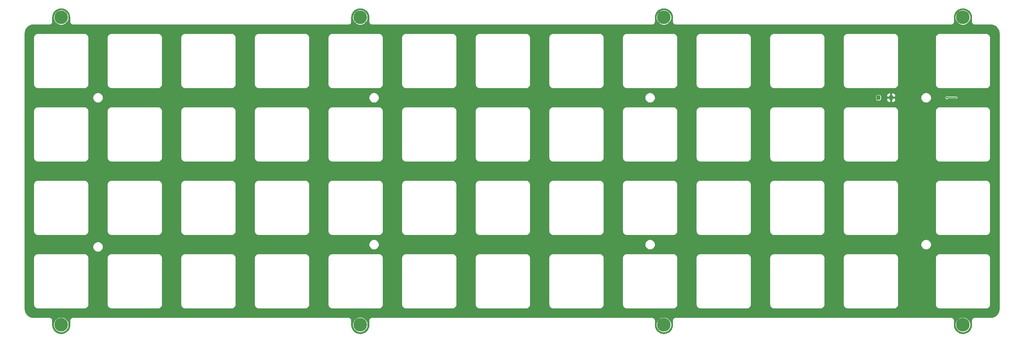
<source format=gbr>
G04 #@! TF.GenerationSoftware,KiCad,Pcbnew,(5.1.10-1-10_14)*
G04 #@! TF.CreationDate,2021-09-09T13:03:30-05:00*
G04 #@! TF.ProjectId,ori_top_plate,6f72695f-746f-4705-9f70-6c6174652e6b,rev?*
G04 #@! TF.SameCoordinates,Original*
G04 #@! TF.FileFunction,Copper,L2,Bot*
G04 #@! TF.FilePolarity,Positive*
%FSLAX46Y46*%
G04 Gerber Fmt 4.6, Leading zero omitted, Abs format (unit mm)*
G04 Created by KiCad (PCBNEW (5.1.10-1-10_14)) date 2021-09-09 13:03:30*
%MOMM*%
%LPD*%
G01*
G04 APERTURE LIST*
G04 #@! TA.AperFunction,ComponentPad*
%ADD10C,3.500000*%
G04 #@! TD*
G04 #@! TA.AperFunction,ViaPad*
%ADD11C,0.500000*%
G04 #@! TD*
G04 #@! TA.AperFunction,Conductor*
%ADD12C,0.250000*%
G04 #@! TD*
G04 #@! TA.AperFunction,Conductor*
%ADD13C,0.254000*%
G04 #@! TD*
G04 #@! TA.AperFunction,Conductor*
%ADD14C,0.100000*%
G04 #@! TD*
G04 APERTURE END LIST*
G04 #@! TA.AperFunction,SMDPad,CuDef*
G36*
G01*
X370270360Y-59868904D02*
X370270360Y-59168904D01*
G75*
G02*
X370520360Y-58918904I250000J0D01*
G01*
X371020360Y-58918904D01*
G75*
G02*
X371270360Y-59168904I0J-250000D01*
G01*
X371270360Y-59868904D01*
G75*
G02*
X371020360Y-60118904I-250000J0D01*
G01*
X370520360Y-60118904D01*
G75*
G02*
X370270360Y-59868904I0J250000D01*
G01*
G37*
G04 #@! TD.AperFunction*
G04 #@! TA.AperFunction,SMDPad,CuDef*
G36*
G01*
X366970360Y-59868904D02*
X366970360Y-59168904D01*
G75*
G02*
X367220360Y-58918904I250000J0D01*
G01*
X367720360Y-58918904D01*
G75*
G02*
X367970360Y-59168904I0J-250000D01*
G01*
X367970360Y-59868904D01*
G75*
G02*
X367720360Y-60118904I-250000J0D01*
G01*
X367220360Y-60118904D01*
G75*
G02*
X366970360Y-59868904I0J250000D01*
G01*
G37*
G04 #@! TD.AperFunction*
D10*
X155973586Y-38695532D03*
X155973586Y-118467340D03*
X233364146Y-38695532D03*
X233364146Y-118454889D03*
X311945330Y-38695532D03*
X311945330Y-118467340D03*
X389335890Y-38695532D03*
X389335890Y-118467340D03*
D11*
X373287551Y-59518904D03*
X385194165Y-59518840D03*
D12*
X370770360Y-59518904D02*
X373287551Y-59518904D01*
X387711370Y-59518840D02*
X385194165Y-59518840D01*
D13*
X389753465Y-36506481D02*
X390170706Y-36629281D01*
X390556143Y-36830783D01*
X390895099Y-37103311D01*
X391174668Y-37436488D01*
X391384200Y-37817623D01*
X391515709Y-38232194D01*
X391564965Y-38671316D01*
X391565137Y-38696020D01*
X391565138Y-39893617D01*
X391565804Y-39900377D01*
X391565778Y-39904087D01*
X391565985Y-39906199D01*
X391578129Y-40021746D01*
X391580900Y-40035247D01*
X391583481Y-40048775D01*
X391584094Y-40050807D01*
X391618451Y-40161796D01*
X391623781Y-40174476D01*
X391628950Y-40187269D01*
X391629946Y-40189142D01*
X391685206Y-40291345D01*
X391692927Y-40302792D01*
X391700454Y-40314294D01*
X391701795Y-40315938D01*
X391775854Y-40405461D01*
X391785668Y-40415206D01*
X391795269Y-40425011D01*
X391796904Y-40426364D01*
X391886941Y-40499796D01*
X391898421Y-40507423D01*
X391909783Y-40515203D01*
X391911650Y-40516212D01*
X392014235Y-40570757D01*
X392026978Y-40576010D01*
X392039634Y-40581434D01*
X392041661Y-40582062D01*
X392152887Y-40615643D01*
X392166439Y-40618326D01*
X392179876Y-40621183D01*
X392181987Y-40621405D01*
X392297617Y-40632743D01*
X392297629Y-40632743D01*
X392304989Y-40633468D01*
X396472185Y-40633455D01*
X396912491Y-40676628D01*
X397328859Y-40802336D01*
X397712883Y-41006524D01*
X398049932Y-41281415D01*
X398327169Y-41616537D01*
X398534036Y-41999129D01*
X398662648Y-42414608D01*
X398708864Y-42854321D01*
X398708895Y-42863246D01*
X398708894Y-114292705D01*
X398665722Y-114733002D01*
X398540012Y-115149373D01*
X398335824Y-115533395D01*
X398060935Y-115870441D01*
X397725813Y-116147679D01*
X397343220Y-116354547D01*
X396927742Y-116483158D01*
X396488030Y-116529374D01*
X396479391Y-116529404D01*
X392304998Y-116529404D01*
X392298228Y-116530071D01*
X392294528Y-116530045D01*
X392292416Y-116530252D01*
X392176868Y-116542396D01*
X392163361Y-116545169D01*
X392149840Y-116547748D01*
X392147808Y-116548361D01*
X392036819Y-116582718D01*
X392024139Y-116588048D01*
X392011346Y-116593217D01*
X392009473Y-116594213D01*
X391907271Y-116649473D01*
X391895841Y-116657183D01*
X391884321Y-116664721D01*
X391882677Y-116666062D01*
X391793155Y-116740121D01*
X391783428Y-116749916D01*
X391773604Y-116759536D01*
X391772251Y-116761171D01*
X391698819Y-116851208D01*
X391691192Y-116862688D01*
X391683412Y-116874050D01*
X391682403Y-116875916D01*
X391627858Y-116978502D01*
X391622605Y-116991245D01*
X391617181Y-117003901D01*
X391616553Y-117005928D01*
X391582972Y-117117154D01*
X391580283Y-117130736D01*
X391577433Y-117144143D01*
X391577212Y-117146246D01*
X391577210Y-117146255D01*
X391577210Y-117146263D01*
X391565872Y-117261884D01*
X391565872Y-117261896D01*
X391565147Y-117269256D01*
X391565148Y-118459892D01*
X391521975Y-118900197D01*
X391396266Y-119316567D01*
X391192078Y-119700588D01*
X390917189Y-120037636D01*
X390582072Y-120314868D01*
X390199479Y-120521735D01*
X389784001Y-120650348D01*
X389351453Y-120695810D01*
X388918315Y-120656391D01*
X388501074Y-120533591D01*
X388115637Y-120332089D01*
X387776681Y-120059561D01*
X387497109Y-119726380D01*
X387287580Y-119345247D01*
X387156071Y-118930679D01*
X387106815Y-118491556D01*
X387106643Y-118466853D01*
X387106643Y-118269668D01*
X387328890Y-118269668D01*
X387328890Y-118665012D01*
X387406018Y-119052760D01*
X387557310Y-119418011D01*
X387776951Y-119746728D01*
X388056502Y-120026279D01*
X388385219Y-120245920D01*
X388750470Y-120397212D01*
X389138218Y-120474340D01*
X389533562Y-120474340D01*
X389921310Y-120397212D01*
X390286561Y-120245920D01*
X390615278Y-120026279D01*
X390894829Y-119746728D01*
X391114470Y-119418011D01*
X391265762Y-119052760D01*
X391342890Y-118665012D01*
X391342890Y-118269668D01*
X391265762Y-117881920D01*
X391114470Y-117516669D01*
X390894829Y-117187952D01*
X390615278Y-116908401D01*
X390286561Y-116688760D01*
X389921310Y-116537468D01*
X389533562Y-116460340D01*
X389138218Y-116460340D01*
X388750470Y-116537468D01*
X388385219Y-116688760D01*
X388056502Y-116908401D01*
X387776951Y-117187952D01*
X387557310Y-117516669D01*
X387406018Y-117881920D01*
X387328890Y-118269668D01*
X387106643Y-118269668D01*
X387106643Y-117269255D01*
X387105976Y-117262485D01*
X387106002Y-117258785D01*
X387105795Y-117256673D01*
X387093651Y-117141125D01*
X387090878Y-117127618D01*
X387088299Y-117114097D01*
X387087686Y-117112065D01*
X387053329Y-117001076D01*
X387047999Y-116988396D01*
X387042830Y-116975603D01*
X387041834Y-116973730D01*
X386986574Y-116871528D01*
X386978864Y-116860098D01*
X386971326Y-116848578D01*
X386969985Y-116846934D01*
X386895926Y-116757412D01*
X386886131Y-116747685D01*
X386876511Y-116737861D01*
X386874876Y-116736508D01*
X386784839Y-116663076D01*
X386773359Y-116655449D01*
X386761997Y-116647669D01*
X386760131Y-116646660D01*
X386657545Y-116592115D01*
X386644802Y-116586862D01*
X386632146Y-116581438D01*
X386630119Y-116580810D01*
X386518893Y-116547229D01*
X386505311Y-116544540D01*
X386491904Y-116541690D01*
X386489801Y-116541469D01*
X386489792Y-116541467D01*
X386489784Y-116541467D01*
X386374163Y-116530129D01*
X386374152Y-116530129D01*
X386366792Y-116529404D01*
X314914438Y-116529404D01*
X314907668Y-116530071D01*
X314903968Y-116530045D01*
X314901856Y-116530252D01*
X314786308Y-116542396D01*
X314772801Y-116545169D01*
X314759280Y-116547748D01*
X314757248Y-116548361D01*
X314646259Y-116582718D01*
X314633579Y-116588048D01*
X314620786Y-116593217D01*
X314618913Y-116594213D01*
X314516711Y-116649473D01*
X314505281Y-116657183D01*
X314493761Y-116664721D01*
X314492117Y-116666062D01*
X314402595Y-116740121D01*
X314392868Y-116749916D01*
X314383044Y-116759536D01*
X314381691Y-116761171D01*
X314308259Y-116851208D01*
X314300632Y-116862688D01*
X314292852Y-116874050D01*
X314291843Y-116875916D01*
X314237298Y-116978502D01*
X314232045Y-116991245D01*
X314226621Y-117003901D01*
X314225993Y-117005928D01*
X314192412Y-117117154D01*
X314189723Y-117130736D01*
X314186873Y-117144143D01*
X314186652Y-117146246D01*
X314186650Y-117146255D01*
X314186650Y-117146263D01*
X314175312Y-117261884D01*
X314175312Y-117261896D01*
X314174587Y-117269256D01*
X314174588Y-118459892D01*
X314131415Y-118900197D01*
X314005706Y-119316567D01*
X313801518Y-119700588D01*
X313526629Y-120037636D01*
X313191512Y-120314868D01*
X312808919Y-120521735D01*
X312393441Y-120650348D01*
X311960893Y-120695810D01*
X311527755Y-120656391D01*
X311110514Y-120533591D01*
X310725077Y-120332089D01*
X310386121Y-120059561D01*
X310106549Y-119726380D01*
X309897020Y-119345247D01*
X309765511Y-118930679D01*
X309716255Y-118491556D01*
X309716083Y-118466853D01*
X309716083Y-118269668D01*
X309938330Y-118269668D01*
X309938330Y-118665012D01*
X310015458Y-119052760D01*
X310166750Y-119418011D01*
X310386391Y-119746728D01*
X310665942Y-120026279D01*
X310994659Y-120245920D01*
X311359910Y-120397212D01*
X311747658Y-120474340D01*
X312143002Y-120474340D01*
X312530750Y-120397212D01*
X312896001Y-120245920D01*
X313224718Y-120026279D01*
X313504269Y-119746728D01*
X313723910Y-119418011D01*
X313875202Y-119052760D01*
X313952330Y-118665012D01*
X313952330Y-118269668D01*
X313875202Y-117881920D01*
X313723910Y-117516669D01*
X313504269Y-117187952D01*
X313224718Y-116908401D01*
X312896001Y-116688760D01*
X312530750Y-116537468D01*
X312143002Y-116460340D01*
X311747658Y-116460340D01*
X311359910Y-116537468D01*
X310994659Y-116688760D01*
X310665942Y-116908401D01*
X310386391Y-117187952D01*
X310166750Y-117516669D01*
X310015458Y-117881920D01*
X309938330Y-118269668D01*
X309716083Y-118269668D01*
X309716083Y-117269255D01*
X309715416Y-117262485D01*
X309715442Y-117258785D01*
X309715235Y-117256673D01*
X309703091Y-117141125D01*
X309700318Y-117127618D01*
X309697739Y-117114097D01*
X309697126Y-117112065D01*
X309662769Y-117001076D01*
X309657439Y-116988396D01*
X309652270Y-116975603D01*
X309651274Y-116973730D01*
X309596014Y-116871528D01*
X309588304Y-116860098D01*
X309580766Y-116848578D01*
X309579425Y-116846934D01*
X309505366Y-116757412D01*
X309495571Y-116747685D01*
X309485951Y-116737861D01*
X309484316Y-116736508D01*
X309394279Y-116663076D01*
X309382799Y-116655449D01*
X309371437Y-116647669D01*
X309369571Y-116646660D01*
X309266985Y-116592115D01*
X309254242Y-116586862D01*
X309241586Y-116581438D01*
X309239559Y-116580810D01*
X309128333Y-116547229D01*
X309114751Y-116544540D01*
X309101344Y-116541690D01*
X309099241Y-116541469D01*
X309099232Y-116541467D01*
X309099224Y-116541467D01*
X308983603Y-116530129D01*
X308983592Y-116530129D01*
X308976232Y-116529404D01*
X236333254Y-116529404D01*
X236326484Y-116530071D01*
X236322784Y-116530045D01*
X236320672Y-116530252D01*
X236205124Y-116542396D01*
X236191617Y-116545169D01*
X236178096Y-116547748D01*
X236176064Y-116548361D01*
X236065075Y-116582718D01*
X236052395Y-116588048D01*
X236039602Y-116593217D01*
X236037729Y-116594213D01*
X235935527Y-116649473D01*
X235924097Y-116657183D01*
X235912577Y-116664721D01*
X235910933Y-116666062D01*
X235821411Y-116740121D01*
X235811684Y-116749916D01*
X235801860Y-116759536D01*
X235800507Y-116761171D01*
X235727075Y-116851208D01*
X235719448Y-116862688D01*
X235711668Y-116874050D01*
X235710659Y-116875916D01*
X235656114Y-116978502D01*
X235650861Y-116991245D01*
X235645437Y-117003901D01*
X235644809Y-117005928D01*
X235611228Y-117117154D01*
X235608539Y-117130736D01*
X235605689Y-117144143D01*
X235605468Y-117146246D01*
X235605466Y-117146255D01*
X235605466Y-117146263D01*
X235594128Y-117261884D01*
X235594128Y-117261896D01*
X235593403Y-117269256D01*
X235593404Y-118459892D01*
X235550231Y-118900197D01*
X235424522Y-119316567D01*
X235220334Y-119700588D01*
X234945445Y-120037636D01*
X234610328Y-120314868D01*
X234227735Y-120521735D01*
X233812257Y-120650348D01*
X233379709Y-120695810D01*
X232946571Y-120656391D01*
X232529330Y-120533591D01*
X232143893Y-120332089D01*
X231804937Y-120059561D01*
X231525365Y-119726380D01*
X231315836Y-119345247D01*
X231184327Y-118930679D01*
X231135071Y-118491556D01*
X231134899Y-118466853D01*
X231134899Y-118257217D01*
X231357146Y-118257217D01*
X231357146Y-118652561D01*
X231434274Y-119040309D01*
X231585566Y-119405560D01*
X231805207Y-119734277D01*
X232084758Y-120013828D01*
X232413475Y-120233469D01*
X232778726Y-120384761D01*
X233166474Y-120461889D01*
X233561818Y-120461889D01*
X233949566Y-120384761D01*
X234314817Y-120233469D01*
X234643534Y-120013828D01*
X234923085Y-119734277D01*
X235142726Y-119405560D01*
X235294018Y-119040309D01*
X235371146Y-118652561D01*
X235371146Y-118257217D01*
X235294018Y-117869469D01*
X235142726Y-117504218D01*
X234923085Y-117175501D01*
X234643534Y-116895950D01*
X234314817Y-116676309D01*
X233949566Y-116525017D01*
X233561818Y-116447889D01*
X233166474Y-116447889D01*
X232778726Y-116525017D01*
X232413475Y-116676309D01*
X232084758Y-116895950D01*
X231805207Y-117175501D01*
X231585566Y-117504218D01*
X231434274Y-117869469D01*
X231357146Y-118257217D01*
X231134899Y-118257217D01*
X231134899Y-117269255D01*
X231134232Y-117262485D01*
X231134258Y-117258785D01*
X231134051Y-117256673D01*
X231121907Y-117141125D01*
X231119134Y-117127618D01*
X231116555Y-117114097D01*
X231115942Y-117112065D01*
X231081585Y-117001076D01*
X231076255Y-116988396D01*
X231071086Y-116975603D01*
X231070090Y-116973730D01*
X231014830Y-116871528D01*
X231007120Y-116860098D01*
X230999582Y-116848578D01*
X230998241Y-116846934D01*
X230924182Y-116757412D01*
X230914387Y-116747685D01*
X230904767Y-116737861D01*
X230903132Y-116736508D01*
X230813095Y-116663076D01*
X230801615Y-116655449D01*
X230790253Y-116647669D01*
X230788387Y-116646660D01*
X230685801Y-116592115D01*
X230673058Y-116586862D01*
X230660402Y-116581438D01*
X230658375Y-116580810D01*
X230547149Y-116547229D01*
X230533567Y-116544540D01*
X230520160Y-116541690D01*
X230518057Y-116541469D01*
X230518048Y-116541467D01*
X230518040Y-116541467D01*
X230402419Y-116530129D01*
X230402408Y-116530129D01*
X230395048Y-116529404D01*
X158942694Y-116529404D01*
X158935924Y-116530071D01*
X158932224Y-116530045D01*
X158930112Y-116530252D01*
X158814564Y-116542396D01*
X158801057Y-116545169D01*
X158787536Y-116547748D01*
X158785504Y-116548361D01*
X158674515Y-116582718D01*
X158661835Y-116588048D01*
X158649042Y-116593217D01*
X158647169Y-116594213D01*
X158544967Y-116649473D01*
X158533537Y-116657183D01*
X158522017Y-116664721D01*
X158520373Y-116666062D01*
X158430851Y-116740121D01*
X158421124Y-116749916D01*
X158411300Y-116759536D01*
X158409947Y-116761171D01*
X158336515Y-116851208D01*
X158328888Y-116862688D01*
X158321108Y-116874050D01*
X158320099Y-116875916D01*
X158265554Y-116978502D01*
X158260301Y-116991245D01*
X158254877Y-117003901D01*
X158254249Y-117005928D01*
X158220668Y-117117154D01*
X158217979Y-117130736D01*
X158215129Y-117144143D01*
X158214908Y-117146246D01*
X158214906Y-117146255D01*
X158214906Y-117146263D01*
X158203568Y-117261884D01*
X158203568Y-117261896D01*
X158202843Y-117269256D01*
X158202844Y-118459892D01*
X158159671Y-118900197D01*
X158033962Y-119316567D01*
X157829774Y-119700588D01*
X157554885Y-120037636D01*
X157219768Y-120314868D01*
X156837175Y-120521735D01*
X156421697Y-120650348D01*
X155989149Y-120695810D01*
X155556011Y-120656391D01*
X155138770Y-120533591D01*
X154753333Y-120332089D01*
X154414377Y-120059561D01*
X154134805Y-119726380D01*
X153925276Y-119345247D01*
X153793767Y-118930679D01*
X153744511Y-118491556D01*
X153744339Y-118466853D01*
X153744339Y-118269668D01*
X153966586Y-118269668D01*
X153966586Y-118665012D01*
X154043714Y-119052760D01*
X154195006Y-119418011D01*
X154414647Y-119746728D01*
X154694198Y-120026279D01*
X155022915Y-120245920D01*
X155388166Y-120397212D01*
X155775914Y-120474340D01*
X156171258Y-120474340D01*
X156559006Y-120397212D01*
X156924257Y-120245920D01*
X157252974Y-120026279D01*
X157532525Y-119746728D01*
X157752166Y-119418011D01*
X157903458Y-119052760D01*
X157980586Y-118665012D01*
X157980586Y-118269668D01*
X157903458Y-117881920D01*
X157752166Y-117516669D01*
X157532525Y-117187952D01*
X157252974Y-116908401D01*
X156924257Y-116688760D01*
X156559006Y-116537468D01*
X156171258Y-116460340D01*
X155775914Y-116460340D01*
X155388166Y-116537468D01*
X155022915Y-116688760D01*
X154694198Y-116908401D01*
X154414647Y-117187952D01*
X154195006Y-117516669D01*
X154043714Y-117881920D01*
X153966586Y-118269668D01*
X153744339Y-118269668D01*
X153744339Y-117269255D01*
X153743672Y-117262485D01*
X153743698Y-117258785D01*
X153743491Y-117256673D01*
X153731347Y-117141125D01*
X153728574Y-117127618D01*
X153725995Y-117114097D01*
X153725382Y-117112065D01*
X153691025Y-117001076D01*
X153685695Y-116988396D01*
X153680526Y-116975603D01*
X153679530Y-116973730D01*
X153624270Y-116871528D01*
X153616560Y-116860098D01*
X153609022Y-116848578D01*
X153607681Y-116846934D01*
X153533622Y-116757412D01*
X153523827Y-116747685D01*
X153514207Y-116737861D01*
X153512572Y-116736508D01*
X153422535Y-116663076D01*
X153411055Y-116655449D01*
X153399693Y-116647669D01*
X153397827Y-116646660D01*
X153295241Y-116592115D01*
X153282498Y-116586862D01*
X153269842Y-116581438D01*
X153267815Y-116580810D01*
X153156589Y-116547229D01*
X153143007Y-116544540D01*
X153129600Y-116541690D01*
X153127497Y-116541469D01*
X153127488Y-116541467D01*
X153127480Y-116541467D01*
X153011859Y-116530129D01*
X153011840Y-116530129D01*
X153004533Y-116529407D01*
X148837306Y-116528147D01*
X148397229Y-116484996D01*
X147981092Y-116359357D01*
X147597288Y-116155285D01*
X147260433Y-115880552D01*
X146983353Y-115545621D01*
X146776602Y-115163243D01*
X146648062Y-114747998D01*
X146601872Y-114308531D01*
X146601842Y-114299872D01*
X146601822Y-113164161D01*
X148820530Y-113164161D01*
X148821224Y-113171203D01*
X148821180Y-113177458D01*
X148821387Y-113179570D01*
X148841788Y-113373667D01*
X148844557Y-113387157D01*
X148847139Y-113400694D01*
X148847753Y-113402725D01*
X148905465Y-113589163D01*
X148910790Y-113601830D01*
X148915964Y-113614637D01*
X148916960Y-113616511D01*
X149009785Y-113788187D01*
X149017484Y-113799602D01*
X149025033Y-113811137D01*
X149026374Y-113812782D01*
X149150778Y-113963159D01*
X149160573Y-113972886D01*
X149170193Y-113982710D01*
X149171828Y-113984063D01*
X149323070Y-114107413D01*
X149334550Y-114115040D01*
X149345912Y-114122820D01*
X149347778Y-114123829D01*
X149520101Y-114215454D01*
X149532844Y-114220707D01*
X149545500Y-114226131D01*
X149547527Y-114226759D01*
X149734363Y-114283168D01*
X149747923Y-114285853D01*
X149761353Y-114288708D01*
X149763463Y-114288930D01*
X149957697Y-114307975D01*
X149957708Y-114307975D01*
X149965068Y-114308700D01*
X161979992Y-114308700D01*
X161987034Y-114308006D01*
X161993288Y-114308050D01*
X161995400Y-114307843D01*
X162189497Y-114287442D01*
X162202987Y-114284673D01*
X162216524Y-114282091D01*
X162218553Y-114281478D01*
X162218559Y-114281476D01*
X162404993Y-114223765D01*
X162417660Y-114218440D01*
X162430467Y-114213266D01*
X162432341Y-114212270D01*
X162604017Y-114119445D01*
X162615432Y-114111746D01*
X162626967Y-114104197D01*
X162628612Y-114102856D01*
X162778989Y-113978452D01*
X162788716Y-113968657D01*
X162798540Y-113959037D01*
X162799893Y-113957402D01*
X162923243Y-113806160D01*
X162930870Y-113794680D01*
X162938650Y-113783318D01*
X162939659Y-113781452D01*
X163031284Y-113609129D01*
X163036537Y-113596386D01*
X163041961Y-113583730D01*
X163042589Y-113581703D01*
X163098998Y-113394867D01*
X163101683Y-113381307D01*
X163104538Y-113367877D01*
X163104760Y-113365767D01*
X163123805Y-113171533D01*
X163123805Y-113171522D01*
X163124530Y-113164162D01*
X163124530Y-113164161D01*
X167870610Y-113164161D01*
X167871304Y-113171203D01*
X167871260Y-113177458D01*
X167871467Y-113179570D01*
X167891868Y-113373667D01*
X167894637Y-113387157D01*
X167897219Y-113400694D01*
X167897833Y-113402725D01*
X167955545Y-113589163D01*
X167960870Y-113601830D01*
X167966044Y-113614637D01*
X167967040Y-113616511D01*
X168059865Y-113788187D01*
X168067564Y-113799602D01*
X168075113Y-113811137D01*
X168076454Y-113812782D01*
X168200858Y-113963159D01*
X168210653Y-113972886D01*
X168220273Y-113982710D01*
X168221908Y-113984063D01*
X168373150Y-114107413D01*
X168384630Y-114115040D01*
X168395992Y-114122820D01*
X168397858Y-114123829D01*
X168570181Y-114215454D01*
X168582924Y-114220707D01*
X168595580Y-114226131D01*
X168597607Y-114226759D01*
X168784443Y-114283168D01*
X168798003Y-114285853D01*
X168811433Y-114288708D01*
X168813543Y-114288930D01*
X169007777Y-114307975D01*
X169007788Y-114307975D01*
X169015148Y-114308700D01*
X181030072Y-114308700D01*
X181037114Y-114308006D01*
X181043368Y-114308050D01*
X181045480Y-114307843D01*
X181239577Y-114287442D01*
X181253067Y-114284673D01*
X181266604Y-114282091D01*
X181268633Y-114281478D01*
X181268639Y-114281476D01*
X181455073Y-114223765D01*
X181467740Y-114218440D01*
X181480547Y-114213266D01*
X181482421Y-114212270D01*
X181654097Y-114119445D01*
X181665512Y-114111746D01*
X181677047Y-114104197D01*
X181678692Y-114102856D01*
X181829069Y-113978452D01*
X181838796Y-113968657D01*
X181848620Y-113959037D01*
X181849973Y-113957402D01*
X181973323Y-113806160D01*
X181980950Y-113794680D01*
X181988730Y-113783318D01*
X181989739Y-113781452D01*
X182081364Y-113609129D01*
X182086617Y-113596386D01*
X182092041Y-113583730D01*
X182092669Y-113581703D01*
X182149078Y-113394867D01*
X182151763Y-113381307D01*
X182154618Y-113367877D01*
X182154840Y-113365767D01*
X182173885Y-113171533D01*
X182173885Y-113171522D01*
X182174610Y-113164162D01*
X182174610Y-113164161D01*
X186920690Y-113164161D01*
X186921384Y-113171203D01*
X186921340Y-113177458D01*
X186921547Y-113179570D01*
X186941948Y-113373667D01*
X186944717Y-113387157D01*
X186947299Y-113400694D01*
X186947913Y-113402725D01*
X187005625Y-113589163D01*
X187010950Y-113601830D01*
X187016124Y-113614637D01*
X187017120Y-113616511D01*
X187109945Y-113788187D01*
X187117644Y-113799602D01*
X187125193Y-113811137D01*
X187126534Y-113812782D01*
X187250938Y-113963159D01*
X187260733Y-113972886D01*
X187270353Y-113982710D01*
X187271988Y-113984063D01*
X187423230Y-114107413D01*
X187434710Y-114115040D01*
X187446072Y-114122820D01*
X187447938Y-114123829D01*
X187620261Y-114215454D01*
X187633004Y-114220707D01*
X187645660Y-114226131D01*
X187647687Y-114226759D01*
X187834523Y-114283168D01*
X187848083Y-114285853D01*
X187861513Y-114288708D01*
X187863623Y-114288930D01*
X188057857Y-114307975D01*
X188057868Y-114307975D01*
X188065228Y-114308700D01*
X200080152Y-114308700D01*
X200087194Y-114308006D01*
X200093448Y-114308050D01*
X200095560Y-114307843D01*
X200289657Y-114287442D01*
X200303147Y-114284673D01*
X200316684Y-114282091D01*
X200318713Y-114281478D01*
X200318719Y-114281476D01*
X200505153Y-114223765D01*
X200517820Y-114218440D01*
X200530627Y-114213266D01*
X200532501Y-114212270D01*
X200704177Y-114119445D01*
X200715592Y-114111746D01*
X200727127Y-114104197D01*
X200728772Y-114102856D01*
X200879149Y-113978452D01*
X200888876Y-113968657D01*
X200898700Y-113959037D01*
X200900053Y-113957402D01*
X201023403Y-113806160D01*
X201031030Y-113794680D01*
X201038810Y-113783318D01*
X201039819Y-113781452D01*
X201131444Y-113609129D01*
X201136697Y-113596386D01*
X201142121Y-113583730D01*
X201142749Y-113581703D01*
X201199158Y-113394867D01*
X201201843Y-113381307D01*
X201204698Y-113367877D01*
X201204920Y-113365767D01*
X201223965Y-113171533D01*
X201223965Y-113171522D01*
X201224690Y-113164162D01*
X201224690Y-113164161D01*
X205970770Y-113164161D01*
X205971464Y-113171203D01*
X205971420Y-113177458D01*
X205971627Y-113179570D01*
X205992028Y-113373667D01*
X205994797Y-113387157D01*
X205997379Y-113400694D01*
X205997993Y-113402725D01*
X206055705Y-113589163D01*
X206061030Y-113601830D01*
X206066204Y-113614637D01*
X206067200Y-113616511D01*
X206160025Y-113788187D01*
X206167724Y-113799602D01*
X206175273Y-113811137D01*
X206176614Y-113812782D01*
X206301018Y-113963159D01*
X206310813Y-113972886D01*
X206320433Y-113982710D01*
X206322068Y-113984063D01*
X206473310Y-114107413D01*
X206484790Y-114115040D01*
X206496152Y-114122820D01*
X206498018Y-114123829D01*
X206670341Y-114215454D01*
X206683084Y-114220707D01*
X206695740Y-114226131D01*
X206697767Y-114226759D01*
X206884603Y-114283168D01*
X206898163Y-114285853D01*
X206911593Y-114288708D01*
X206913703Y-114288930D01*
X207107937Y-114307975D01*
X207107948Y-114307975D01*
X207115308Y-114308700D01*
X219130232Y-114308700D01*
X219137274Y-114308006D01*
X219143528Y-114308050D01*
X219145640Y-114307843D01*
X219339737Y-114287442D01*
X219353227Y-114284673D01*
X219366764Y-114282091D01*
X219368793Y-114281478D01*
X219368799Y-114281476D01*
X219555233Y-114223765D01*
X219567900Y-114218440D01*
X219580707Y-114213266D01*
X219582581Y-114212270D01*
X219754257Y-114119445D01*
X219765672Y-114111746D01*
X219777207Y-114104197D01*
X219778852Y-114102856D01*
X219929229Y-113978452D01*
X219938956Y-113968657D01*
X219948780Y-113959037D01*
X219950133Y-113957402D01*
X220073483Y-113806160D01*
X220081110Y-113794680D01*
X220088890Y-113783318D01*
X220089899Y-113781452D01*
X220181524Y-113609129D01*
X220186777Y-113596386D01*
X220192201Y-113583730D01*
X220192829Y-113581703D01*
X220249238Y-113394867D01*
X220251923Y-113381307D01*
X220254778Y-113367877D01*
X220255000Y-113365767D01*
X220274045Y-113171533D01*
X220274045Y-113171522D01*
X220274770Y-113164162D01*
X220274770Y-113164161D01*
X225020850Y-113164161D01*
X225021544Y-113171203D01*
X225021500Y-113177458D01*
X225021707Y-113179570D01*
X225042108Y-113373667D01*
X225044877Y-113387157D01*
X225047459Y-113400694D01*
X225048073Y-113402725D01*
X225105785Y-113589163D01*
X225111110Y-113601830D01*
X225116284Y-113614637D01*
X225117280Y-113616511D01*
X225210105Y-113788187D01*
X225217804Y-113799602D01*
X225225353Y-113811137D01*
X225226694Y-113812782D01*
X225351098Y-113963159D01*
X225360893Y-113972886D01*
X225370513Y-113982710D01*
X225372148Y-113984063D01*
X225523390Y-114107413D01*
X225534870Y-114115040D01*
X225546232Y-114122820D01*
X225548098Y-114123829D01*
X225720421Y-114215454D01*
X225733164Y-114220707D01*
X225745820Y-114226131D01*
X225747847Y-114226759D01*
X225934683Y-114283168D01*
X225948243Y-114285853D01*
X225961673Y-114288708D01*
X225963783Y-114288930D01*
X226158017Y-114307975D01*
X226158028Y-114307975D01*
X226165388Y-114308700D01*
X238180312Y-114308700D01*
X238187354Y-114308006D01*
X238193608Y-114308050D01*
X238195720Y-114307843D01*
X238389817Y-114287442D01*
X238403307Y-114284673D01*
X238416844Y-114282091D01*
X238418873Y-114281478D01*
X238418879Y-114281476D01*
X238605313Y-114223765D01*
X238617980Y-114218440D01*
X238630787Y-114213266D01*
X238632661Y-114212270D01*
X238804337Y-114119445D01*
X238815752Y-114111746D01*
X238827287Y-114104197D01*
X238828932Y-114102856D01*
X238979309Y-113978452D01*
X238989036Y-113968657D01*
X238998860Y-113959037D01*
X239000213Y-113957402D01*
X239123563Y-113806160D01*
X239131190Y-113794680D01*
X239138970Y-113783318D01*
X239139979Y-113781452D01*
X239231604Y-113609129D01*
X239236857Y-113596386D01*
X239242281Y-113583730D01*
X239242909Y-113581703D01*
X239299318Y-113394867D01*
X239302003Y-113381307D01*
X239304858Y-113367877D01*
X239305080Y-113365767D01*
X239324125Y-113171533D01*
X239324125Y-113171522D01*
X239324850Y-113164162D01*
X239324850Y-113164161D01*
X244070930Y-113164161D01*
X244071624Y-113171203D01*
X244071580Y-113177458D01*
X244071787Y-113179570D01*
X244092188Y-113373667D01*
X244094957Y-113387157D01*
X244097539Y-113400694D01*
X244098153Y-113402725D01*
X244155865Y-113589163D01*
X244161190Y-113601830D01*
X244166364Y-113614637D01*
X244167360Y-113616511D01*
X244260185Y-113788187D01*
X244267884Y-113799602D01*
X244275433Y-113811137D01*
X244276774Y-113812782D01*
X244401178Y-113963159D01*
X244410973Y-113972886D01*
X244420593Y-113982710D01*
X244422228Y-113984063D01*
X244573470Y-114107413D01*
X244584950Y-114115040D01*
X244596312Y-114122820D01*
X244598178Y-114123829D01*
X244770501Y-114215454D01*
X244783244Y-114220707D01*
X244795900Y-114226131D01*
X244797927Y-114226759D01*
X244984763Y-114283168D01*
X244998323Y-114285853D01*
X245011753Y-114288708D01*
X245013863Y-114288930D01*
X245208097Y-114307975D01*
X245208108Y-114307975D01*
X245215468Y-114308700D01*
X257230392Y-114308700D01*
X257237434Y-114308006D01*
X257243688Y-114308050D01*
X257245800Y-114307843D01*
X257439897Y-114287442D01*
X257453387Y-114284673D01*
X257466924Y-114282091D01*
X257468953Y-114281478D01*
X257468959Y-114281476D01*
X257655393Y-114223765D01*
X257668060Y-114218440D01*
X257680867Y-114213266D01*
X257682741Y-114212270D01*
X257854417Y-114119445D01*
X257865832Y-114111746D01*
X257877367Y-114104197D01*
X257879012Y-114102856D01*
X258029389Y-113978452D01*
X258039116Y-113968657D01*
X258048940Y-113959037D01*
X258050293Y-113957402D01*
X258173643Y-113806160D01*
X258181270Y-113794680D01*
X258189050Y-113783318D01*
X258190059Y-113781452D01*
X258281684Y-113609129D01*
X258286937Y-113596386D01*
X258292361Y-113583730D01*
X258292989Y-113581703D01*
X258349398Y-113394867D01*
X258352083Y-113381307D01*
X258354938Y-113367877D01*
X258355160Y-113365767D01*
X258374205Y-113171533D01*
X258374205Y-113171522D01*
X258374930Y-113164162D01*
X258374930Y-113164161D01*
X263121010Y-113164161D01*
X263121704Y-113171203D01*
X263121660Y-113177458D01*
X263121867Y-113179570D01*
X263142268Y-113373667D01*
X263145037Y-113387157D01*
X263147619Y-113400694D01*
X263148233Y-113402725D01*
X263205945Y-113589163D01*
X263211270Y-113601830D01*
X263216444Y-113614637D01*
X263217440Y-113616511D01*
X263310265Y-113788187D01*
X263317964Y-113799602D01*
X263325513Y-113811137D01*
X263326854Y-113812782D01*
X263451258Y-113963159D01*
X263461053Y-113972886D01*
X263470673Y-113982710D01*
X263472308Y-113984063D01*
X263623550Y-114107413D01*
X263635030Y-114115040D01*
X263646392Y-114122820D01*
X263648258Y-114123829D01*
X263820581Y-114215454D01*
X263833324Y-114220707D01*
X263845980Y-114226131D01*
X263848007Y-114226759D01*
X264034843Y-114283168D01*
X264048403Y-114285853D01*
X264061833Y-114288708D01*
X264063943Y-114288930D01*
X264258177Y-114307975D01*
X264258188Y-114307975D01*
X264265548Y-114308700D01*
X276280472Y-114308700D01*
X276287514Y-114308006D01*
X276293768Y-114308050D01*
X276295880Y-114307843D01*
X276489977Y-114287442D01*
X276503467Y-114284673D01*
X276517004Y-114282091D01*
X276519033Y-114281478D01*
X276519039Y-114281476D01*
X276705473Y-114223765D01*
X276718140Y-114218440D01*
X276730947Y-114213266D01*
X276732821Y-114212270D01*
X276904497Y-114119445D01*
X276915912Y-114111746D01*
X276927447Y-114104197D01*
X276929092Y-114102856D01*
X277079469Y-113978452D01*
X277089196Y-113968657D01*
X277099020Y-113959037D01*
X277100373Y-113957402D01*
X277223723Y-113806160D01*
X277231350Y-113794680D01*
X277239130Y-113783318D01*
X277240139Y-113781452D01*
X277331764Y-113609129D01*
X277337017Y-113596386D01*
X277342441Y-113583730D01*
X277343069Y-113581703D01*
X277399478Y-113394867D01*
X277402163Y-113381307D01*
X277405018Y-113367877D01*
X277405240Y-113365767D01*
X277424285Y-113171533D01*
X277424285Y-113171522D01*
X277425010Y-113164162D01*
X277425010Y-113164161D01*
X282171090Y-113164161D01*
X282171784Y-113171203D01*
X282171740Y-113177458D01*
X282171947Y-113179570D01*
X282192348Y-113373667D01*
X282195117Y-113387157D01*
X282197699Y-113400694D01*
X282198313Y-113402725D01*
X282256025Y-113589163D01*
X282261350Y-113601830D01*
X282266524Y-113614637D01*
X282267520Y-113616511D01*
X282360345Y-113788187D01*
X282368044Y-113799602D01*
X282375593Y-113811137D01*
X282376934Y-113812782D01*
X282501338Y-113963159D01*
X282511133Y-113972886D01*
X282520753Y-113982710D01*
X282522388Y-113984063D01*
X282673630Y-114107413D01*
X282685110Y-114115040D01*
X282696472Y-114122820D01*
X282698338Y-114123829D01*
X282870661Y-114215454D01*
X282883404Y-114220707D01*
X282896060Y-114226131D01*
X282898087Y-114226759D01*
X283084923Y-114283168D01*
X283098483Y-114285853D01*
X283111913Y-114288708D01*
X283114023Y-114288930D01*
X283308257Y-114307975D01*
X283308268Y-114307975D01*
X283315628Y-114308700D01*
X295330552Y-114308700D01*
X295337594Y-114308006D01*
X295343848Y-114308050D01*
X295345960Y-114307843D01*
X295540057Y-114287442D01*
X295553547Y-114284673D01*
X295567084Y-114282091D01*
X295569113Y-114281478D01*
X295569119Y-114281476D01*
X295755553Y-114223765D01*
X295768220Y-114218440D01*
X295781027Y-114213266D01*
X295782901Y-114212270D01*
X295954577Y-114119445D01*
X295965992Y-114111746D01*
X295977527Y-114104197D01*
X295979172Y-114102856D01*
X296129549Y-113978452D01*
X296139276Y-113968657D01*
X296149100Y-113959037D01*
X296150453Y-113957402D01*
X296273803Y-113806160D01*
X296281430Y-113794680D01*
X296289210Y-113783318D01*
X296290219Y-113781452D01*
X296381844Y-113609129D01*
X296387097Y-113596386D01*
X296392521Y-113583730D01*
X296393149Y-113581703D01*
X296449558Y-113394867D01*
X296452243Y-113381307D01*
X296455098Y-113367877D01*
X296455320Y-113365767D01*
X296474365Y-113171533D01*
X296474365Y-113171522D01*
X296475090Y-113164162D01*
X296475090Y-113164161D01*
X301221170Y-113164161D01*
X301221864Y-113171203D01*
X301221820Y-113177458D01*
X301222027Y-113179570D01*
X301242428Y-113373667D01*
X301245197Y-113387157D01*
X301247779Y-113400694D01*
X301248393Y-113402725D01*
X301306105Y-113589163D01*
X301311430Y-113601830D01*
X301316604Y-113614637D01*
X301317600Y-113616511D01*
X301410425Y-113788187D01*
X301418124Y-113799602D01*
X301425673Y-113811137D01*
X301427014Y-113812782D01*
X301551418Y-113963159D01*
X301561213Y-113972886D01*
X301570833Y-113982710D01*
X301572468Y-113984063D01*
X301723710Y-114107413D01*
X301735190Y-114115040D01*
X301746552Y-114122820D01*
X301748418Y-114123829D01*
X301920741Y-114215454D01*
X301933484Y-114220707D01*
X301946140Y-114226131D01*
X301948167Y-114226759D01*
X302135003Y-114283168D01*
X302148563Y-114285853D01*
X302161993Y-114288708D01*
X302164103Y-114288930D01*
X302358337Y-114307975D01*
X302358348Y-114307975D01*
X302365708Y-114308700D01*
X314380632Y-114308700D01*
X314387674Y-114308006D01*
X314393928Y-114308050D01*
X314396040Y-114307843D01*
X314590137Y-114287442D01*
X314603627Y-114284673D01*
X314617164Y-114282091D01*
X314619193Y-114281478D01*
X314619199Y-114281476D01*
X314805633Y-114223765D01*
X314818300Y-114218440D01*
X314831107Y-114213266D01*
X314832981Y-114212270D01*
X315004657Y-114119445D01*
X315016072Y-114111746D01*
X315027607Y-114104197D01*
X315029252Y-114102856D01*
X315179629Y-113978452D01*
X315189356Y-113968657D01*
X315199180Y-113959037D01*
X315200533Y-113957402D01*
X315323883Y-113806160D01*
X315331510Y-113794680D01*
X315339290Y-113783318D01*
X315340299Y-113781452D01*
X315431924Y-113609129D01*
X315437177Y-113596386D01*
X315442601Y-113583730D01*
X315443229Y-113581703D01*
X315499638Y-113394867D01*
X315502323Y-113381307D01*
X315505178Y-113367877D01*
X315505400Y-113365767D01*
X315524445Y-113171533D01*
X315524445Y-113171522D01*
X315525170Y-113164162D01*
X315525170Y-113164161D01*
X320271250Y-113164161D01*
X320271944Y-113171203D01*
X320271900Y-113177458D01*
X320272107Y-113179570D01*
X320292508Y-113373667D01*
X320295277Y-113387157D01*
X320297859Y-113400694D01*
X320298473Y-113402725D01*
X320356185Y-113589163D01*
X320361510Y-113601830D01*
X320366684Y-113614637D01*
X320367680Y-113616511D01*
X320460505Y-113788187D01*
X320468204Y-113799602D01*
X320475753Y-113811137D01*
X320477094Y-113812782D01*
X320601498Y-113963159D01*
X320611293Y-113972886D01*
X320620913Y-113982710D01*
X320622548Y-113984063D01*
X320773790Y-114107413D01*
X320785270Y-114115040D01*
X320796632Y-114122820D01*
X320798498Y-114123829D01*
X320970821Y-114215454D01*
X320983564Y-114220707D01*
X320996220Y-114226131D01*
X320998247Y-114226759D01*
X321185083Y-114283168D01*
X321198643Y-114285853D01*
X321212073Y-114288708D01*
X321214183Y-114288930D01*
X321408417Y-114307975D01*
X321408428Y-114307975D01*
X321415788Y-114308700D01*
X333430712Y-114308700D01*
X333437754Y-114308006D01*
X333444008Y-114308050D01*
X333446120Y-114307843D01*
X333640217Y-114287442D01*
X333653707Y-114284673D01*
X333667244Y-114282091D01*
X333669273Y-114281478D01*
X333669279Y-114281476D01*
X333855713Y-114223765D01*
X333868380Y-114218440D01*
X333881187Y-114213266D01*
X333883061Y-114212270D01*
X334054737Y-114119445D01*
X334066152Y-114111746D01*
X334077687Y-114104197D01*
X334079332Y-114102856D01*
X334229709Y-113978452D01*
X334239436Y-113968657D01*
X334249260Y-113959037D01*
X334250613Y-113957402D01*
X334373963Y-113806160D01*
X334381590Y-113794680D01*
X334389370Y-113783318D01*
X334390379Y-113781452D01*
X334482004Y-113609129D01*
X334487257Y-113596386D01*
X334492681Y-113583730D01*
X334493309Y-113581703D01*
X334549718Y-113394867D01*
X334552403Y-113381307D01*
X334555258Y-113367877D01*
X334555480Y-113365767D01*
X334574525Y-113171533D01*
X334574525Y-113171522D01*
X334574925Y-113167461D01*
X339321330Y-113167461D01*
X339322024Y-113174503D01*
X339321980Y-113180758D01*
X339322187Y-113182870D01*
X339342588Y-113376967D01*
X339345357Y-113390457D01*
X339347939Y-113403994D01*
X339348553Y-113406025D01*
X339406265Y-113592463D01*
X339411590Y-113605130D01*
X339416764Y-113617937D01*
X339417760Y-113619811D01*
X339510585Y-113791487D01*
X339518284Y-113802902D01*
X339525833Y-113814437D01*
X339527174Y-113816082D01*
X339651578Y-113966459D01*
X339661373Y-113976186D01*
X339670993Y-113986010D01*
X339672628Y-113987363D01*
X339823870Y-114110713D01*
X339835350Y-114118340D01*
X339846712Y-114126120D01*
X339848578Y-114127129D01*
X340020901Y-114218754D01*
X340033644Y-114224007D01*
X340046300Y-114229431D01*
X340048327Y-114230059D01*
X340235163Y-114286468D01*
X340248723Y-114289153D01*
X340262153Y-114292008D01*
X340264263Y-114292230D01*
X340458497Y-114311275D01*
X340458508Y-114311275D01*
X340465868Y-114312000D01*
X352480792Y-114312000D01*
X352487834Y-114311306D01*
X352494088Y-114311350D01*
X352496200Y-114311143D01*
X352690297Y-114290742D01*
X352703787Y-114287973D01*
X352717324Y-114285391D01*
X352719353Y-114284778D01*
X352719359Y-114284776D01*
X352905793Y-114227065D01*
X352918460Y-114221740D01*
X352931267Y-114216566D01*
X352933141Y-114215570D01*
X353104817Y-114122745D01*
X353116232Y-114115046D01*
X353127767Y-114107497D01*
X353129412Y-114106156D01*
X353279789Y-113981752D01*
X353289516Y-113971957D01*
X353299340Y-113962337D01*
X353300693Y-113960702D01*
X353424043Y-113809460D01*
X353431670Y-113797980D01*
X353439450Y-113786618D01*
X353440459Y-113784752D01*
X353532084Y-113612429D01*
X353537337Y-113599686D01*
X353542761Y-113587030D01*
X353543389Y-113585003D01*
X353599798Y-113398167D01*
X353602483Y-113384607D01*
X353605338Y-113371177D01*
X353605560Y-113369067D01*
X353624605Y-113174833D01*
X353624605Y-113174822D01*
X353625330Y-113167462D01*
X353625330Y-113164161D01*
X358371410Y-113164161D01*
X358372104Y-113171203D01*
X358372060Y-113177458D01*
X358372267Y-113179570D01*
X358392668Y-113373667D01*
X358395437Y-113387157D01*
X358398019Y-113400694D01*
X358398633Y-113402725D01*
X358456345Y-113589163D01*
X358461670Y-113601830D01*
X358466844Y-113614637D01*
X358467840Y-113616511D01*
X358560665Y-113788187D01*
X358568364Y-113799602D01*
X358575913Y-113811137D01*
X358577254Y-113812782D01*
X358701658Y-113963159D01*
X358711453Y-113972886D01*
X358721073Y-113982710D01*
X358722708Y-113984063D01*
X358873950Y-114107413D01*
X358885430Y-114115040D01*
X358896792Y-114122820D01*
X358898658Y-114123829D01*
X359070981Y-114215454D01*
X359083724Y-114220707D01*
X359096380Y-114226131D01*
X359098407Y-114226759D01*
X359285243Y-114283168D01*
X359298803Y-114285853D01*
X359312233Y-114288708D01*
X359314343Y-114288930D01*
X359508577Y-114307975D01*
X359508588Y-114307975D01*
X359515948Y-114308700D01*
X371530872Y-114308700D01*
X371537914Y-114308006D01*
X371544168Y-114308050D01*
X371546280Y-114307843D01*
X371740377Y-114287442D01*
X371753867Y-114284673D01*
X371767404Y-114282091D01*
X371769433Y-114281478D01*
X371769439Y-114281476D01*
X371955873Y-114223765D01*
X371968540Y-114218440D01*
X371981347Y-114213266D01*
X371983221Y-114212270D01*
X372154897Y-114119445D01*
X372166312Y-114111746D01*
X372177847Y-114104197D01*
X372179492Y-114102856D01*
X372329869Y-113978452D01*
X372339596Y-113968657D01*
X372349420Y-113959037D01*
X372350773Y-113957402D01*
X372474123Y-113806160D01*
X372481750Y-113794680D01*
X372489530Y-113783318D01*
X372490539Y-113781452D01*
X372582164Y-113609129D01*
X372587417Y-113596386D01*
X372592841Y-113583730D01*
X372593469Y-113581703D01*
X372649878Y-113394867D01*
X372652563Y-113381307D01*
X372655418Y-113367877D01*
X372655640Y-113365767D01*
X372674685Y-113171533D01*
X372674685Y-113171522D01*
X372675410Y-113164162D01*
X372675410Y-113164161D01*
X382184010Y-113164161D01*
X382184704Y-113171203D01*
X382184660Y-113177458D01*
X382184867Y-113179570D01*
X382205268Y-113373667D01*
X382208037Y-113387157D01*
X382210619Y-113400694D01*
X382211233Y-113402725D01*
X382268945Y-113589163D01*
X382274270Y-113601830D01*
X382279444Y-113614637D01*
X382280440Y-113616511D01*
X382373265Y-113788187D01*
X382380964Y-113799602D01*
X382388513Y-113811137D01*
X382389854Y-113812782D01*
X382514258Y-113963159D01*
X382524053Y-113972886D01*
X382533673Y-113982710D01*
X382535308Y-113984063D01*
X382686550Y-114107413D01*
X382698030Y-114115040D01*
X382709392Y-114122820D01*
X382711258Y-114123829D01*
X382883581Y-114215454D01*
X382896324Y-114220707D01*
X382908980Y-114226131D01*
X382911007Y-114226759D01*
X383097843Y-114283168D01*
X383111403Y-114285853D01*
X383124833Y-114288708D01*
X383126943Y-114288930D01*
X383321177Y-114307975D01*
X383321188Y-114307975D01*
X383328548Y-114308700D01*
X395343472Y-114308700D01*
X395350514Y-114308006D01*
X395356768Y-114308050D01*
X395358880Y-114307843D01*
X395552977Y-114287442D01*
X395566467Y-114284673D01*
X395580004Y-114282091D01*
X395582033Y-114281478D01*
X395582039Y-114281476D01*
X395768473Y-114223765D01*
X395781140Y-114218440D01*
X395793947Y-114213266D01*
X395795821Y-114212270D01*
X395967497Y-114119445D01*
X395978912Y-114111746D01*
X395990447Y-114104197D01*
X395992092Y-114102856D01*
X396142469Y-113978452D01*
X396152196Y-113968657D01*
X396162020Y-113959037D01*
X396163373Y-113957402D01*
X396286723Y-113806160D01*
X396294350Y-113794680D01*
X396302130Y-113783318D01*
X396303139Y-113781452D01*
X396394764Y-113609129D01*
X396400017Y-113596386D01*
X396405441Y-113583730D01*
X396406069Y-113581703D01*
X396462478Y-113394867D01*
X396465163Y-113381307D01*
X396468018Y-113367877D01*
X396468240Y-113365767D01*
X396487285Y-113171533D01*
X396487285Y-113171522D01*
X396488010Y-113164162D01*
X396488010Y-101149238D01*
X396487316Y-101142196D01*
X396487360Y-101135942D01*
X396487153Y-101133830D01*
X396466752Y-100939733D01*
X396463977Y-100926212D01*
X396461400Y-100912706D01*
X396460787Y-100910674D01*
X396403075Y-100724237D01*
X396397750Y-100711570D01*
X396392576Y-100698763D01*
X396391580Y-100696889D01*
X396298755Y-100525212D01*
X396291044Y-100513780D01*
X396283507Y-100502263D01*
X396282166Y-100500618D01*
X396157762Y-100350240D01*
X396147948Y-100340495D01*
X396138347Y-100330690D01*
X396136712Y-100329337D01*
X395985470Y-100205987D01*
X395973964Y-100198343D01*
X395962628Y-100190581D01*
X395960762Y-100189571D01*
X395788440Y-100097946D01*
X395775682Y-100092688D01*
X395763040Y-100087269D01*
X395761013Y-100086641D01*
X395574177Y-100030232D01*
X395560642Y-100027552D01*
X395547187Y-100024692D01*
X395545076Y-100024470D01*
X395350843Y-100005425D01*
X395350832Y-100005425D01*
X395343472Y-100004700D01*
X383328548Y-100004700D01*
X383321506Y-100005394D01*
X383315252Y-100005350D01*
X383313140Y-100005557D01*
X383119043Y-100025958D01*
X383105522Y-100028733D01*
X383092016Y-100031310D01*
X383089984Y-100031923D01*
X382903547Y-100089635D01*
X382890880Y-100094960D01*
X382878073Y-100100134D01*
X382876199Y-100101130D01*
X382704522Y-100193955D01*
X382693090Y-100201666D01*
X382681573Y-100209203D01*
X382679928Y-100210544D01*
X382529550Y-100334948D01*
X382519805Y-100344762D01*
X382510000Y-100354363D01*
X382508647Y-100355998D01*
X382385297Y-100507240D01*
X382377653Y-100518746D01*
X382369891Y-100530082D01*
X382368881Y-100531948D01*
X382277256Y-100704270D01*
X382271998Y-100717028D01*
X382266579Y-100729670D01*
X382265951Y-100731697D01*
X382209542Y-100918533D01*
X382206862Y-100932068D01*
X382204002Y-100945523D01*
X382203780Y-100947634D01*
X382184735Y-101141867D01*
X382184735Y-101141888D01*
X382184011Y-101149238D01*
X382184010Y-113164161D01*
X372675410Y-113164161D01*
X372675410Y-101149238D01*
X372674716Y-101142196D01*
X372674760Y-101135942D01*
X372674553Y-101133830D01*
X372654152Y-100939733D01*
X372651377Y-100926212D01*
X372648800Y-100912706D01*
X372648187Y-100910674D01*
X372590475Y-100724237D01*
X372585150Y-100711570D01*
X372579976Y-100698763D01*
X372578980Y-100696889D01*
X372486155Y-100525212D01*
X372478444Y-100513780D01*
X372470907Y-100502263D01*
X372469566Y-100500618D01*
X372345162Y-100350240D01*
X372335348Y-100340495D01*
X372325747Y-100330690D01*
X372324112Y-100329337D01*
X372172870Y-100205987D01*
X372161364Y-100198343D01*
X372150028Y-100190581D01*
X372148162Y-100189571D01*
X371975840Y-100097946D01*
X371963082Y-100092688D01*
X371950440Y-100087269D01*
X371948413Y-100086641D01*
X371761577Y-100030232D01*
X371748042Y-100027552D01*
X371734587Y-100024692D01*
X371732476Y-100024470D01*
X371538243Y-100005425D01*
X371538232Y-100005425D01*
X371530872Y-100004700D01*
X359515948Y-100004700D01*
X359508906Y-100005394D01*
X359502652Y-100005350D01*
X359500540Y-100005557D01*
X359306443Y-100025958D01*
X359292922Y-100028733D01*
X359279416Y-100031310D01*
X359277384Y-100031923D01*
X359090947Y-100089635D01*
X359078280Y-100094960D01*
X359065473Y-100100134D01*
X359063599Y-100101130D01*
X358891922Y-100193955D01*
X358880490Y-100201666D01*
X358868973Y-100209203D01*
X358867328Y-100210544D01*
X358716950Y-100334948D01*
X358707205Y-100344762D01*
X358697400Y-100354363D01*
X358696047Y-100355998D01*
X358572697Y-100507240D01*
X358565053Y-100518746D01*
X358557291Y-100530082D01*
X358556281Y-100531948D01*
X358464656Y-100704270D01*
X358459398Y-100717028D01*
X358453979Y-100729670D01*
X358453351Y-100731697D01*
X358396942Y-100918533D01*
X358394262Y-100932068D01*
X358391402Y-100945523D01*
X358391180Y-100947634D01*
X358372135Y-101141867D01*
X358372135Y-101141888D01*
X358371411Y-101149238D01*
X358371410Y-113164161D01*
X353625330Y-113164161D01*
X353625330Y-101152538D01*
X353624636Y-101145496D01*
X353624680Y-101139242D01*
X353624473Y-101137130D01*
X353604072Y-100943033D01*
X353601297Y-100929512D01*
X353598720Y-100916006D01*
X353598107Y-100913974D01*
X353540395Y-100727537D01*
X353535070Y-100714870D01*
X353529896Y-100702063D01*
X353528900Y-100700189D01*
X353436075Y-100528512D01*
X353428364Y-100517080D01*
X353420827Y-100505563D01*
X353419486Y-100503918D01*
X353295082Y-100353540D01*
X353285268Y-100343795D01*
X353275667Y-100333990D01*
X353274032Y-100332637D01*
X353122790Y-100209287D01*
X353111284Y-100201643D01*
X353099948Y-100193881D01*
X353098082Y-100192871D01*
X352925760Y-100101246D01*
X352913002Y-100095988D01*
X352900360Y-100090569D01*
X352898333Y-100089941D01*
X352711497Y-100033532D01*
X352697962Y-100030852D01*
X352684507Y-100027992D01*
X352682396Y-100027770D01*
X352488163Y-100008725D01*
X352488152Y-100008725D01*
X352480792Y-100008000D01*
X340465868Y-100008000D01*
X340458826Y-100008694D01*
X340452572Y-100008650D01*
X340450460Y-100008857D01*
X340256363Y-100029258D01*
X340242842Y-100032033D01*
X340229336Y-100034610D01*
X340227304Y-100035223D01*
X340040867Y-100092935D01*
X340028200Y-100098260D01*
X340015393Y-100103434D01*
X340013519Y-100104430D01*
X339841842Y-100197255D01*
X339830410Y-100204966D01*
X339818893Y-100212503D01*
X339817248Y-100213844D01*
X339666870Y-100338248D01*
X339657125Y-100348062D01*
X339647320Y-100357663D01*
X339645967Y-100359298D01*
X339522617Y-100510540D01*
X339514973Y-100522046D01*
X339507211Y-100533382D01*
X339506201Y-100535248D01*
X339414576Y-100707570D01*
X339409318Y-100720328D01*
X339403899Y-100732970D01*
X339403271Y-100734997D01*
X339346862Y-100921833D01*
X339344182Y-100935368D01*
X339341322Y-100948823D01*
X339341100Y-100950934D01*
X339322055Y-101145167D01*
X339322055Y-101145188D01*
X339321331Y-101152538D01*
X339321330Y-113167461D01*
X334574925Y-113167461D01*
X334575250Y-113164162D01*
X334575250Y-101149238D01*
X334574556Y-101142196D01*
X334574600Y-101135942D01*
X334574393Y-101133830D01*
X334553992Y-100939733D01*
X334551217Y-100926212D01*
X334548640Y-100912706D01*
X334548027Y-100910674D01*
X334490315Y-100724237D01*
X334484990Y-100711570D01*
X334479816Y-100698763D01*
X334478820Y-100696889D01*
X334385995Y-100525212D01*
X334378284Y-100513780D01*
X334370747Y-100502263D01*
X334369406Y-100500618D01*
X334245002Y-100350240D01*
X334235188Y-100340495D01*
X334225587Y-100330690D01*
X334223952Y-100329337D01*
X334072710Y-100205987D01*
X334061204Y-100198343D01*
X334049868Y-100190581D01*
X334048002Y-100189571D01*
X333875680Y-100097946D01*
X333862922Y-100092688D01*
X333850280Y-100087269D01*
X333848253Y-100086641D01*
X333661417Y-100030232D01*
X333647882Y-100027552D01*
X333634427Y-100024692D01*
X333632316Y-100024470D01*
X333438083Y-100005425D01*
X333438072Y-100005425D01*
X333430712Y-100004700D01*
X321415788Y-100004700D01*
X321408746Y-100005394D01*
X321402492Y-100005350D01*
X321400380Y-100005557D01*
X321206283Y-100025958D01*
X321192762Y-100028733D01*
X321179256Y-100031310D01*
X321177224Y-100031923D01*
X320990787Y-100089635D01*
X320978120Y-100094960D01*
X320965313Y-100100134D01*
X320963439Y-100101130D01*
X320791762Y-100193955D01*
X320780330Y-100201666D01*
X320768813Y-100209203D01*
X320767168Y-100210544D01*
X320616790Y-100334948D01*
X320607045Y-100344762D01*
X320597240Y-100354363D01*
X320595887Y-100355998D01*
X320472537Y-100507240D01*
X320464893Y-100518746D01*
X320457131Y-100530082D01*
X320456121Y-100531948D01*
X320364496Y-100704270D01*
X320359238Y-100717028D01*
X320353819Y-100729670D01*
X320353191Y-100731697D01*
X320296782Y-100918533D01*
X320294102Y-100932068D01*
X320291242Y-100945523D01*
X320291020Y-100947634D01*
X320271975Y-101141867D01*
X320271975Y-101141888D01*
X320271251Y-101149238D01*
X320271250Y-113164161D01*
X315525170Y-113164161D01*
X315525170Y-101149238D01*
X315524476Y-101142196D01*
X315524520Y-101135942D01*
X315524313Y-101133830D01*
X315503912Y-100939733D01*
X315501137Y-100926212D01*
X315498560Y-100912706D01*
X315497947Y-100910674D01*
X315440235Y-100724237D01*
X315434910Y-100711570D01*
X315429736Y-100698763D01*
X315428740Y-100696889D01*
X315335915Y-100525212D01*
X315328204Y-100513780D01*
X315320667Y-100502263D01*
X315319326Y-100500618D01*
X315194922Y-100350240D01*
X315185108Y-100340495D01*
X315175507Y-100330690D01*
X315173872Y-100329337D01*
X315022630Y-100205987D01*
X315011124Y-100198343D01*
X314999788Y-100190581D01*
X314997922Y-100189571D01*
X314825600Y-100097946D01*
X314812842Y-100092688D01*
X314800200Y-100087269D01*
X314798173Y-100086641D01*
X314611337Y-100030232D01*
X314597802Y-100027552D01*
X314584347Y-100024692D01*
X314582236Y-100024470D01*
X314388003Y-100005425D01*
X314387992Y-100005425D01*
X314380632Y-100004700D01*
X302365708Y-100004700D01*
X302358666Y-100005394D01*
X302352412Y-100005350D01*
X302350300Y-100005557D01*
X302156203Y-100025958D01*
X302142682Y-100028733D01*
X302129176Y-100031310D01*
X302127144Y-100031923D01*
X301940707Y-100089635D01*
X301928040Y-100094960D01*
X301915233Y-100100134D01*
X301913359Y-100101130D01*
X301741682Y-100193955D01*
X301730250Y-100201666D01*
X301718733Y-100209203D01*
X301717088Y-100210544D01*
X301566710Y-100334948D01*
X301556965Y-100344762D01*
X301547160Y-100354363D01*
X301545807Y-100355998D01*
X301422457Y-100507240D01*
X301414813Y-100518746D01*
X301407051Y-100530082D01*
X301406041Y-100531948D01*
X301314416Y-100704270D01*
X301309158Y-100717028D01*
X301303739Y-100729670D01*
X301303111Y-100731697D01*
X301246702Y-100918533D01*
X301244022Y-100932068D01*
X301241162Y-100945523D01*
X301240940Y-100947634D01*
X301221895Y-101141867D01*
X301221895Y-101141888D01*
X301221171Y-101149238D01*
X301221170Y-113164161D01*
X296475090Y-113164161D01*
X296475090Y-101149238D01*
X296474396Y-101142196D01*
X296474440Y-101135942D01*
X296474233Y-101133830D01*
X296453832Y-100939733D01*
X296451057Y-100926212D01*
X296448480Y-100912706D01*
X296447867Y-100910674D01*
X296390155Y-100724237D01*
X296384830Y-100711570D01*
X296379656Y-100698763D01*
X296378660Y-100696889D01*
X296285835Y-100525212D01*
X296278124Y-100513780D01*
X296270587Y-100502263D01*
X296269246Y-100500618D01*
X296144842Y-100350240D01*
X296135028Y-100340495D01*
X296125427Y-100330690D01*
X296123792Y-100329337D01*
X295972550Y-100205987D01*
X295961044Y-100198343D01*
X295949708Y-100190581D01*
X295947842Y-100189571D01*
X295775520Y-100097946D01*
X295762762Y-100092688D01*
X295750120Y-100087269D01*
X295748093Y-100086641D01*
X295561257Y-100030232D01*
X295547722Y-100027552D01*
X295534267Y-100024692D01*
X295532156Y-100024470D01*
X295337923Y-100005425D01*
X295337912Y-100005425D01*
X295330552Y-100004700D01*
X283315628Y-100004700D01*
X283308586Y-100005394D01*
X283302332Y-100005350D01*
X283300220Y-100005557D01*
X283106123Y-100025958D01*
X283092602Y-100028733D01*
X283079096Y-100031310D01*
X283077064Y-100031923D01*
X282890627Y-100089635D01*
X282877960Y-100094960D01*
X282865153Y-100100134D01*
X282863279Y-100101130D01*
X282691602Y-100193955D01*
X282680170Y-100201666D01*
X282668653Y-100209203D01*
X282667008Y-100210544D01*
X282516630Y-100334948D01*
X282506885Y-100344762D01*
X282497080Y-100354363D01*
X282495727Y-100355998D01*
X282372377Y-100507240D01*
X282364733Y-100518746D01*
X282356971Y-100530082D01*
X282355961Y-100531948D01*
X282264336Y-100704270D01*
X282259078Y-100717028D01*
X282253659Y-100729670D01*
X282253031Y-100731697D01*
X282196622Y-100918533D01*
X282193942Y-100932068D01*
X282191082Y-100945523D01*
X282190860Y-100947634D01*
X282171815Y-101141867D01*
X282171815Y-101141888D01*
X282171091Y-101149238D01*
X282171090Y-113164161D01*
X277425010Y-113164161D01*
X277425010Y-101149238D01*
X277424316Y-101142196D01*
X277424360Y-101135942D01*
X277424153Y-101133830D01*
X277403752Y-100939733D01*
X277400977Y-100926212D01*
X277398400Y-100912706D01*
X277397787Y-100910674D01*
X277340075Y-100724237D01*
X277334750Y-100711570D01*
X277329576Y-100698763D01*
X277328580Y-100696889D01*
X277235755Y-100525212D01*
X277228044Y-100513780D01*
X277220507Y-100502263D01*
X277219166Y-100500618D01*
X277094762Y-100350240D01*
X277084948Y-100340495D01*
X277075347Y-100330690D01*
X277073712Y-100329337D01*
X276922470Y-100205987D01*
X276910964Y-100198343D01*
X276899628Y-100190581D01*
X276897762Y-100189571D01*
X276725440Y-100097946D01*
X276712682Y-100092688D01*
X276700040Y-100087269D01*
X276698013Y-100086641D01*
X276511177Y-100030232D01*
X276497642Y-100027552D01*
X276484187Y-100024692D01*
X276482076Y-100024470D01*
X276287843Y-100005425D01*
X276287832Y-100005425D01*
X276280472Y-100004700D01*
X264265548Y-100004700D01*
X264258506Y-100005394D01*
X264252252Y-100005350D01*
X264250140Y-100005557D01*
X264056043Y-100025958D01*
X264042522Y-100028733D01*
X264029016Y-100031310D01*
X264026984Y-100031923D01*
X263840547Y-100089635D01*
X263827880Y-100094960D01*
X263815073Y-100100134D01*
X263813199Y-100101130D01*
X263641522Y-100193955D01*
X263630090Y-100201666D01*
X263618573Y-100209203D01*
X263616928Y-100210544D01*
X263466550Y-100334948D01*
X263456805Y-100344762D01*
X263447000Y-100354363D01*
X263445647Y-100355998D01*
X263322297Y-100507240D01*
X263314653Y-100518746D01*
X263306891Y-100530082D01*
X263305881Y-100531948D01*
X263214256Y-100704270D01*
X263208998Y-100717028D01*
X263203579Y-100729670D01*
X263202951Y-100731697D01*
X263146542Y-100918533D01*
X263143862Y-100932068D01*
X263141002Y-100945523D01*
X263140780Y-100947634D01*
X263121735Y-101141867D01*
X263121735Y-101141888D01*
X263121011Y-101149238D01*
X263121010Y-113164161D01*
X258374930Y-113164161D01*
X258374930Y-101149238D01*
X258374236Y-101142196D01*
X258374280Y-101135942D01*
X258374073Y-101133830D01*
X258353672Y-100939733D01*
X258350897Y-100926212D01*
X258348320Y-100912706D01*
X258347707Y-100910674D01*
X258289995Y-100724237D01*
X258284670Y-100711570D01*
X258279496Y-100698763D01*
X258278500Y-100696889D01*
X258185675Y-100525212D01*
X258177964Y-100513780D01*
X258170427Y-100502263D01*
X258169086Y-100500618D01*
X258044682Y-100350240D01*
X258034868Y-100340495D01*
X258025267Y-100330690D01*
X258023632Y-100329337D01*
X257872390Y-100205987D01*
X257860884Y-100198343D01*
X257849548Y-100190581D01*
X257847682Y-100189571D01*
X257675360Y-100097946D01*
X257662602Y-100092688D01*
X257649960Y-100087269D01*
X257647933Y-100086641D01*
X257461097Y-100030232D01*
X257447562Y-100027552D01*
X257434107Y-100024692D01*
X257431996Y-100024470D01*
X257237763Y-100005425D01*
X257237752Y-100005425D01*
X257230392Y-100004700D01*
X245215468Y-100004700D01*
X245208426Y-100005394D01*
X245202172Y-100005350D01*
X245200060Y-100005557D01*
X245005963Y-100025958D01*
X244992442Y-100028733D01*
X244978936Y-100031310D01*
X244976904Y-100031923D01*
X244790467Y-100089635D01*
X244777800Y-100094960D01*
X244764993Y-100100134D01*
X244763119Y-100101130D01*
X244591442Y-100193955D01*
X244580010Y-100201666D01*
X244568493Y-100209203D01*
X244566848Y-100210544D01*
X244416470Y-100334948D01*
X244406725Y-100344762D01*
X244396920Y-100354363D01*
X244395567Y-100355998D01*
X244272217Y-100507240D01*
X244264573Y-100518746D01*
X244256811Y-100530082D01*
X244255801Y-100531948D01*
X244164176Y-100704270D01*
X244158918Y-100717028D01*
X244153499Y-100729670D01*
X244152871Y-100731697D01*
X244096462Y-100918533D01*
X244093782Y-100932068D01*
X244090922Y-100945523D01*
X244090700Y-100947634D01*
X244071655Y-101141867D01*
X244071655Y-101141888D01*
X244070931Y-101149238D01*
X244070930Y-113164161D01*
X239324850Y-113164161D01*
X239324850Y-101149238D01*
X239324156Y-101142196D01*
X239324200Y-101135942D01*
X239323993Y-101133830D01*
X239303592Y-100939733D01*
X239300817Y-100926212D01*
X239298240Y-100912706D01*
X239297627Y-100910674D01*
X239239915Y-100724237D01*
X239234590Y-100711570D01*
X239229416Y-100698763D01*
X239228420Y-100696889D01*
X239135595Y-100525212D01*
X239127884Y-100513780D01*
X239120347Y-100502263D01*
X239119006Y-100500618D01*
X238994602Y-100350240D01*
X238984788Y-100340495D01*
X238975187Y-100330690D01*
X238973552Y-100329337D01*
X238822310Y-100205987D01*
X238810804Y-100198343D01*
X238799468Y-100190581D01*
X238797602Y-100189571D01*
X238625280Y-100097946D01*
X238612522Y-100092688D01*
X238599880Y-100087269D01*
X238597853Y-100086641D01*
X238411017Y-100030232D01*
X238397482Y-100027552D01*
X238384027Y-100024692D01*
X238381916Y-100024470D01*
X238187683Y-100005425D01*
X238187672Y-100005425D01*
X238180312Y-100004700D01*
X226165388Y-100004700D01*
X226158346Y-100005394D01*
X226152092Y-100005350D01*
X226149980Y-100005557D01*
X225955883Y-100025958D01*
X225942362Y-100028733D01*
X225928856Y-100031310D01*
X225926824Y-100031923D01*
X225740387Y-100089635D01*
X225727720Y-100094960D01*
X225714913Y-100100134D01*
X225713039Y-100101130D01*
X225541362Y-100193955D01*
X225529930Y-100201666D01*
X225518413Y-100209203D01*
X225516768Y-100210544D01*
X225366390Y-100334948D01*
X225356645Y-100344762D01*
X225346840Y-100354363D01*
X225345487Y-100355998D01*
X225222137Y-100507240D01*
X225214493Y-100518746D01*
X225206731Y-100530082D01*
X225205721Y-100531948D01*
X225114096Y-100704270D01*
X225108838Y-100717028D01*
X225103419Y-100729670D01*
X225102791Y-100731697D01*
X225046382Y-100918533D01*
X225043702Y-100932068D01*
X225040842Y-100945523D01*
X225040620Y-100947634D01*
X225021575Y-101141867D01*
X225021575Y-101141888D01*
X225020851Y-101149238D01*
X225020850Y-113164161D01*
X220274770Y-113164161D01*
X220274770Y-101149238D01*
X220274076Y-101142196D01*
X220274120Y-101135942D01*
X220273913Y-101133830D01*
X220253512Y-100939733D01*
X220250737Y-100926212D01*
X220248160Y-100912706D01*
X220247547Y-100910674D01*
X220189835Y-100724237D01*
X220184510Y-100711570D01*
X220179336Y-100698763D01*
X220178340Y-100696889D01*
X220085515Y-100525212D01*
X220077804Y-100513780D01*
X220070267Y-100502263D01*
X220068926Y-100500618D01*
X219944522Y-100350240D01*
X219934708Y-100340495D01*
X219925107Y-100330690D01*
X219923472Y-100329337D01*
X219772230Y-100205987D01*
X219760724Y-100198343D01*
X219749388Y-100190581D01*
X219747522Y-100189571D01*
X219575200Y-100097946D01*
X219562442Y-100092688D01*
X219549800Y-100087269D01*
X219547773Y-100086641D01*
X219360937Y-100030232D01*
X219347402Y-100027552D01*
X219333947Y-100024692D01*
X219331836Y-100024470D01*
X219137603Y-100005425D01*
X219137592Y-100005425D01*
X219130232Y-100004700D01*
X207115308Y-100004700D01*
X207108266Y-100005394D01*
X207102012Y-100005350D01*
X207099900Y-100005557D01*
X206905803Y-100025958D01*
X206892282Y-100028733D01*
X206878776Y-100031310D01*
X206876744Y-100031923D01*
X206690307Y-100089635D01*
X206677640Y-100094960D01*
X206664833Y-100100134D01*
X206662959Y-100101130D01*
X206491282Y-100193955D01*
X206479850Y-100201666D01*
X206468333Y-100209203D01*
X206466688Y-100210544D01*
X206316310Y-100334948D01*
X206306565Y-100344762D01*
X206296760Y-100354363D01*
X206295407Y-100355998D01*
X206172057Y-100507240D01*
X206164413Y-100518746D01*
X206156651Y-100530082D01*
X206155641Y-100531948D01*
X206064016Y-100704270D01*
X206058758Y-100717028D01*
X206053339Y-100729670D01*
X206052711Y-100731697D01*
X205996302Y-100918533D01*
X205993622Y-100932068D01*
X205990762Y-100945523D01*
X205990540Y-100947634D01*
X205971495Y-101141867D01*
X205971495Y-101141888D01*
X205970771Y-101149238D01*
X205970770Y-113164161D01*
X201224690Y-113164161D01*
X201224690Y-101149238D01*
X201223996Y-101142196D01*
X201224040Y-101135942D01*
X201223833Y-101133830D01*
X201203432Y-100939733D01*
X201200657Y-100926212D01*
X201198080Y-100912706D01*
X201197467Y-100910674D01*
X201139755Y-100724237D01*
X201134430Y-100711570D01*
X201129256Y-100698763D01*
X201128260Y-100696889D01*
X201035435Y-100525212D01*
X201027724Y-100513780D01*
X201020187Y-100502263D01*
X201018846Y-100500618D01*
X200894442Y-100350240D01*
X200884628Y-100340495D01*
X200875027Y-100330690D01*
X200873392Y-100329337D01*
X200722150Y-100205987D01*
X200710644Y-100198343D01*
X200699308Y-100190581D01*
X200697442Y-100189571D01*
X200525120Y-100097946D01*
X200512362Y-100092688D01*
X200499720Y-100087269D01*
X200497693Y-100086641D01*
X200310857Y-100030232D01*
X200297322Y-100027552D01*
X200283867Y-100024692D01*
X200281756Y-100024470D01*
X200087523Y-100005425D01*
X200087512Y-100005425D01*
X200080152Y-100004700D01*
X188065228Y-100004700D01*
X188058186Y-100005394D01*
X188051932Y-100005350D01*
X188049820Y-100005557D01*
X187855723Y-100025958D01*
X187842202Y-100028733D01*
X187828696Y-100031310D01*
X187826664Y-100031923D01*
X187640227Y-100089635D01*
X187627560Y-100094960D01*
X187614753Y-100100134D01*
X187612879Y-100101130D01*
X187441202Y-100193955D01*
X187429770Y-100201666D01*
X187418253Y-100209203D01*
X187416608Y-100210544D01*
X187266230Y-100334948D01*
X187256485Y-100344762D01*
X187246680Y-100354363D01*
X187245327Y-100355998D01*
X187121977Y-100507240D01*
X187114333Y-100518746D01*
X187106571Y-100530082D01*
X187105561Y-100531948D01*
X187013936Y-100704270D01*
X187008678Y-100717028D01*
X187003259Y-100729670D01*
X187002631Y-100731697D01*
X186946222Y-100918533D01*
X186943542Y-100932068D01*
X186940682Y-100945523D01*
X186940460Y-100947634D01*
X186921415Y-101141867D01*
X186921415Y-101141888D01*
X186920691Y-101149238D01*
X186920690Y-113164161D01*
X182174610Y-113164161D01*
X182174610Y-101149238D01*
X182173916Y-101142196D01*
X182173960Y-101135942D01*
X182173753Y-101133830D01*
X182153352Y-100939733D01*
X182150577Y-100926212D01*
X182148000Y-100912706D01*
X182147387Y-100910674D01*
X182089675Y-100724237D01*
X182084350Y-100711570D01*
X182079176Y-100698763D01*
X182078180Y-100696889D01*
X181985355Y-100525212D01*
X181977644Y-100513780D01*
X181970107Y-100502263D01*
X181968766Y-100500618D01*
X181844362Y-100350240D01*
X181834548Y-100340495D01*
X181824947Y-100330690D01*
X181823312Y-100329337D01*
X181672070Y-100205987D01*
X181660564Y-100198343D01*
X181649228Y-100190581D01*
X181647362Y-100189571D01*
X181475040Y-100097946D01*
X181462282Y-100092688D01*
X181449640Y-100087269D01*
X181447613Y-100086641D01*
X181260777Y-100030232D01*
X181247242Y-100027552D01*
X181233787Y-100024692D01*
X181231676Y-100024470D01*
X181037443Y-100005425D01*
X181037432Y-100005425D01*
X181030072Y-100004700D01*
X169015148Y-100004700D01*
X169008106Y-100005394D01*
X169001852Y-100005350D01*
X168999740Y-100005557D01*
X168805643Y-100025958D01*
X168792122Y-100028733D01*
X168778616Y-100031310D01*
X168776584Y-100031923D01*
X168590147Y-100089635D01*
X168577480Y-100094960D01*
X168564673Y-100100134D01*
X168562799Y-100101130D01*
X168391122Y-100193955D01*
X168379690Y-100201666D01*
X168368173Y-100209203D01*
X168366528Y-100210544D01*
X168216150Y-100334948D01*
X168206405Y-100344762D01*
X168196600Y-100354363D01*
X168195247Y-100355998D01*
X168071897Y-100507240D01*
X168064253Y-100518746D01*
X168056491Y-100530082D01*
X168055481Y-100531948D01*
X167963856Y-100704270D01*
X167958598Y-100717028D01*
X167953179Y-100729670D01*
X167952551Y-100731697D01*
X167896142Y-100918533D01*
X167893462Y-100932068D01*
X167890602Y-100945523D01*
X167890380Y-100947634D01*
X167871335Y-101141867D01*
X167871335Y-101141888D01*
X167870611Y-101149238D01*
X167870610Y-113164161D01*
X163124530Y-113164161D01*
X163124530Y-101149238D01*
X163123836Y-101142196D01*
X163123880Y-101135942D01*
X163123673Y-101133830D01*
X163103272Y-100939733D01*
X163100497Y-100926212D01*
X163097920Y-100912706D01*
X163097307Y-100910674D01*
X163039595Y-100724237D01*
X163034270Y-100711570D01*
X163029096Y-100698763D01*
X163028100Y-100696889D01*
X162935275Y-100525212D01*
X162927564Y-100513780D01*
X162920027Y-100502263D01*
X162918686Y-100500618D01*
X162794282Y-100350240D01*
X162784468Y-100340495D01*
X162774867Y-100330690D01*
X162773232Y-100329337D01*
X162621990Y-100205987D01*
X162610484Y-100198343D01*
X162599148Y-100190581D01*
X162597282Y-100189571D01*
X162424960Y-100097946D01*
X162412202Y-100092688D01*
X162399560Y-100087269D01*
X162397533Y-100086641D01*
X162210697Y-100030232D01*
X162197162Y-100027552D01*
X162183707Y-100024692D01*
X162181596Y-100024470D01*
X161987363Y-100005425D01*
X161987352Y-100005425D01*
X161979992Y-100004700D01*
X149965068Y-100004700D01*
X149958026Y-100005394D01*
X149951772Y-100005350D01*
X149949660Y-100005557D01*
X149755563Y-100025958D01*
X149742042Y-100028733D01*
X149728536Y-100031310D01*
X149726504Y-100031923D01*
X149540067Y-100089635D01*
X149527400Y-100094960D01*
X149514593Y-100100134D01*
X149512719Y-100101130D01*
X149341042Y-100193955D01*
X149329610Y-100201666D01*
X149318093Y-100209203D01*
X149316448Y-100210544D01*
X149166070Y-100334948D01*
X149156325Y-100344762D01*
X149146520Y-100354363D01*
X149145167Y-100355998D01*
X149021817Y-100507240D01*
X149014173Y-100518746D01*
X149006411Y-100530082D01*
X149005401Y-100531948D01*
X148913776Y-100704270D01*
X148908518Y-100717028D01*
X148903099Y-100729670D01*
X148902471Y-100731697D01*
X148846062Y-100918533D01*
X148843382Y-100932068D01*
X148840522Y-100945523D01*
X148840300Y-100947634D01*
X148821255Y-101141867D01*
X148821255Y-101141888D01*
X148820531Y-101149238D01*
X148820530Y-113164161D01*
X146601822Y-113164161D01*
X146601557Y-98093079D01*
X164141578Y-98093079D01*
X164141578Y-98360385D01*
X164193727Y-98622554D01*
X164296020Y-98869513D01*
X164444527Y-99091769D01*
X164633541Y-99280783D01*
X164855797Y-99429290D01*
X165102756Y-99531583D01*
X165364925Y-99583732D01*
X165632231Y-99583732D01*
X165894400Y-99531583D01*
X166141359Y-99429290D01*
X166363615Y-99280783D01*
X166552629Y-99091769D01*
X166701136Y-98869513D01*
X166803429Y-98622554D01*
X166855578Y-98360385D01*
X166855578Y-98093079D01*
X166803429Y-97830910D01*
X166701136Y-97583951D01*
X166643550Y-97497767D01*
X235579018Y-97497767D01*
X235579018Y-97765073D01*
X235631167Y-98027242D01*
X235733460Y-98274201D01*
X235881967Y-98496457D01*
X236070981Y-98685471D01*
X236293237Y-98833978D01*
X236540196Y-98936271D01*
X236802365Y-98988420D01*
X237069671Y-98988420D01*
X237331840Y-98936271D01*
X237578799Y-98833978D01*
X237801055Y-98685471D01*
X237990069Y-98496457D01*
X238138576Y-98274201D01*
X238240869Y-98027242D01*
X238293018Y-97765073D01*
X238293018Y-97497767D01*
X307016458Y-97497767D01*
X307016458Y-97765073D01*
X307068607Y-98027242D01*
X307170900Y-98274201D01*
X307319407Y-98496457D01*
X307508421Y-98685471D01*
X307730677Y-98833978D01*
X307977636Y-98936271D01*
X308239805Y-98988420D01*
X308507111Y-98988420D01*
X308769280Y-98936271D01*
X309016239Y-98833978D01*
X309238495Y-98685471D01*
X309427509Y-98496457D01*
X309576016Y-98274201D01*
X309678309Y-98027242D01*
X309730458Y-97765073D01*
X309730458Y-97497767D01*
X378453898Y-97497767D01*
X378453898Y-97765073D01*
X378506047Y-98027242D01*
X378608340Y-98274201D01*
X378756847Y-98496457D01*
X378945861Y-98685471D01*
X379168117Y-98833978D01*
X379415076Y-98936271D01*
X379677245Y-98988420D01*
X379944551Y-98988420D01*
X380206720Y-98936271D01*
X380453679Y-98833978D01*
X380675935Y-98685471D01*
X380864949Y-98496457D01*
X381013456Y-98274201D01*
X381115749Y-98027242D01*
X381167898Y-97765073D01*
X381167898Y-97497767D01*
X381115749Y-97235598D01*
X381013456Y-96988639D01*
X380864949Y-96766383D01*
X380675935Y-96577369D01*
X380453679Y-96428862D01*
X380206720Y-96326569D01*
X379944551Y-96274420D01*
X379677245Y-96274420D01*
X379415076Y-96326569D01*
X379168117Y-96428862D01*
X378945861Y-96577369D01*
X378756847Y-96766383D01*
X378608340Y-96988639D01*
X378506047Y-97235598D01*
X378453898Y-97497767D01*
X309730458Y-97497767D01*
X309678309Y-97235598D01*
X309576016Y-96988639D01*
X309427509Y-96766383D01*
X309238495Y-96577369D01*
X309016239Y-96428862D01*
X308769280Y-96326569D01*
X308507111Y-96274420D01*
X308239805Y-96274420D01*
X307977636Y-96326569D01*
X307730677Y-96428862D01*
X307508421Y-96577369D01*
X307319407Y-96766383D01*
X307170900Y-96988639D01*
X307068607Y-97235598D01*
X307016458Y-97497767D01*
X238293018Y-97497767D01*
X238240869Y-97235598D01*
X238138576Y-96988639D01*
X237990069Y-96766383D01*
X237801055Y-96577369D01*
X237578799Y-96428862D01*
X237331840Y-96326569D01*
X237069671Y-96274420D01*
X236802365Y-96274420D01*
X236540196Y-96326569D01*
X236293237Y-96428862D01*
X236070981Y-96577369D01*
X235881967Y-96766383D01*
X235733460Y-96988639D01*
X235631167Y-97235598D01*
X235579018Y-97497767D01*
X166643550Y-97497767D01*
X166552629Y-97361695D01*
X166363615Y-97172681D01*
X166141359Y-97024174D01*
X165894400Y-96921881D01*
X165632231Y-96869732D01*
X165364925Y-96869732D01*
X165102756Y-96921881D01*
X164855797Y-97024174D01*
X164633541Y-97172681D01*
X164444527Y-97361695D01*
X164296020Y-97583951D01*
X164193727Y-97830910D01*
X164141578Y-98093079D01*
X146601557Y-98093079D01*
X146601486Y-94114081D01*
X148820530Y-94114081D01*
X148821224Y-94121123D01*
X148821180Y-94127378D01*
X148821387Y-94129490D01*
X148841788Y-94323587D01*
X148844557Y-94337077D01*
X148847139Y-94350614D01*
X148847753Y-94352645D01*
X148905465Y-94539083D01*
X148910790Y-94551750D01*
X148915964Y-94564557D01*
X148916960Y-94566431D01*
X149009785Y-94738107D01*
X149017484Y-94749522D01*
X149025033Y-94761057D01*
X149026374Y-94762702D01*
X149150778Y-94913079D01*
X149160573Y-94922806D01*
X149170193Y-94932630D01*
X149171828Y-94933983D01*
X149323070Y-95057333D01*
X149334550Y-95064960D01*
X149345912Y-95072740D01*
X149347778Y-95073749D01*
X149520101Y-95165374D01*
X149532844Y-95170627D01*
X149545500Y-95176051D01*
X149547527Y-95176679D01*
X149734363Y-95233088D01*
X149747923Y-95235773D01*
X149761353Y-95238628D01*
X149763463Y-95238850D01*
X149957697Y-95257895D01*
X149957708Y-95257895D01*
X149965068Y-95258620D01*
X161979992Y-95258620D01*
X161987034Y-95257926D01*
X161993288Y-95257970D01*
X161995400Y-95257763D01*
X162189497Y-95237362D01*
X162202987Y-95234593D01*
X162216524Y-95232011D01*
X162218553Y-95231398D01*
X162218559Y-95231396D01*
X162404993Y-95173685D01*
X162417660Y-95168360D01*
X162430467Y-95163186D01*
X162432341Y-95162190D01*
X162604017Y-95069365D01*
X162615432Y-95061666D01*
X162626967Y-95054117D01*
X162628612Y-95052776D01*
X162778989Y-94928372D01*
X162788716Y-94918577D01*
X162798540Y-94908957D01*
X162799893Y-94907322D01*
X162923243Y-94756080D01*
X162930870Y-94744600D01*
X162938650Y-94733238D01*
X162939659Y-94731372D01*
X163031284Y-94559049D01*
X163036537Y-94546306D01*
X163041961Y-94533650D01*
X163042589Y-94531623D01*
X163098998Y-94344787D01*
X163101683Y-94331227D01*
X163104538Y-94317797D01*
X163104760Y-94315687D01*
X163123805Y-94121453D01*
X163123805Y-94121442D01*
X163124530Y-94114082D01*
X163124530Y-94114081D01*
X167870610Y-94114081D01*
X167871304Y-94121123D01*
X167871260Y-94127378D01*
X167871467Y-94129490D01*
X167891868Y-94323587D01*
X167894637Y-94337077D01*
X167897219Y-94350614D01*
X167897833Y-94352645D01*
X167955545Y-94539083D01*
X167960870Y-94551750D01*
X167966044Y-94564557D01*
X167967040Y-94566431D01*
X168059865Y-94738107D01*
X168067564Y-94749522D01*
X168075113Y-94761057D01*
X168076454Y-94762702D01*
X168200858Y-94913079D01*
X168210653Y-94922806D01*
X168220273Y-94932630D01*
X168221908Y-94933983D01*
X168373150Y-95057333D01*
X168384630Y-95064960D01*
X168395992Y-95072740D01*
X168397858Y-95073749D01*
X168570181Y-95165374D01*
X168582924Y-95170627D01*
X168595580Y-95176051D01*
X168597607Y-95176679D01*
X168784443Y-95233088D01*
X168798003Y-95235773D01*
X168811433Y-95238628D01*
X168813543Y-95238850D01*
X169007777Y-95257895D01*
X169007788Y-95257895D01*
X169015148Y-95258620D01*
X181030072Y-95258620D01*
X181037114Y-95257926D01*
X181043368Y-95257970D01*
X181045480Y-95257763D01*
X181239577Y-95237362D01*
X181253067Y-95234593D01*
X181266604Y-95232011D01*
X181268633Y-95231398D01*
X181268639Y-95231396D01*
X181455073Y-95173685D01*
X181467740Y-95168360D01*
X181480547Y-95163186D01*
X181482421Y-95162190D01*
X181654097Y-95069365D01*
X181665512Y-95061666D01*
X181677047Y-95054117D01*
X181678692Y-95052776D01*
X181829069Y-94928372D01*
X181838796Y-94918577D01*
X181848620Y-94908957D01*
X181849973Y-94907322D01*
X181973323Y-94756080D01*
X181980950Y-94744600D01*
X181988730Y-94733238D01*
X181989739Y-94731372D01*
X182081364Y-94559049D01*
X182086617Y-94546306D01*
X182092041Y-94533650D01*
X182092669Y-94531623D01*
X182149078Y-94344787D01*
X182151763Y-94331227D01*
X182154618Y-94317797D01*
X182154840Y-94315687D01*
X182173885Y-94121453D01*
X182173885Y-94121442D01*
X182174610Y-94114082D01*
X182174610Y-94114081D01*
X186920690Y-94114081D01*
X186921384Y-94121123D01*
X186921340Y-94127378D01*
X186921547Y-94129490D01*
X186941948Y-94323587D01*
X186944717Y-94337077D01*
X186947299Y-94350614D01*
X186947913Y-94352645D01*
X187005625Y-94539083D01*
X187010950Y-94551750D01*
X187016124Y-94564557D01*
X187017120Y-94566431D01*
X187109945Y-94738107D01*
X187117644Y-94749522D01*
X187125193Y-94761057D01*
X187126534Y-94762702D01*
X187250938Y-94913079D01*
X187260733Y-94922806D01*
X187270353Y-94932630D01*
X187271988Y-94933983D01*
X187423230Y-95057333D01*
X187434710Y-95064960D01*
X187446072Y-95072740D01*
X187447938Y-95073749D01*
X187620261Y-95165374D01*
X187633004Y-95170627D01*
X187645660Y-95176051D01*
X187647687Y-95176679D01*
X187834523Y-95233088D01*
X187848083Y-95235773D01*
X187861513Y-95238628D01*
X187863623Y-95238850D01*
X188057857Y-95257895D01*
X188057868Y-95257895D01*
X188065228Y-95258620D01*
X200080152Y-95258620D01*
X200087194Y-95257926D01*
X200093448Y-95257970D01*
X200095560Y-95257763D01*
X200289657Y-95237362D01*
X200303147Y-95234593D01*
X200316684Y-95232011D01*
X200318713Y-95231398D01*
X200318719Y-95231396D01*
X200505153Y-95173685D01*
X200517820Y-95168360D01*
X200530627Y-95163186D01*
X200532501Y-95162190D01*
X200704177Y-95069365D01*
X200715592Y-95061666D01*
X200727127Y-95054117D01*
X200728772Y-95052776D01*
X200879149Y-94928372D01*
X200888876Y-94918577D01*
X200898700Y-94908957D01*
X200900053Y-94907322D01*
X201023403Y-94756080D01*
X201031030Y-94744600D01*
X201038810Y-94733238D01*
X201039819Y-94731372D01*
X201131444Y-94559049D01*
X201136697Y-94546306D01*
X201142121Y-94533650D01*
X201142749Y-94531623D01*
X201199158Y-94344787D01*
X201201843Y-94331227D01*
X201204698Y-94317797D01*
X201204920Y-94315687D01*
X201223965Y-94121453D01*
X201223965Y-94121442D01*
X201224690Y-94114082D01*
X201224690Y-94114081D01*
X205970770Y-94114081D01*
X205971464Y-94121123D01*
X205971420Y-94127378D01*
X205971627Y-94129490D01*
X205992028Y-94323587D01*
X205994797Y-94337077D01*
X205997379Y-94350614D01*
X205997993Y-94352645D01*
X206055705Y-94539083D01*
X206061030Y-94551750D01*
X206066204Y-94564557D01*
X206067200Y-94566431D01*
X206160025Y-94738107D01*
X206167724Y-94749522D01*
X206175273Y-94761057D01*
X206176614Y-94762702D01*
X206301018Y-94913079D01*
X206310813Y-94922806D01*
X206320433Y-94932630D01*
X206322068Y-94933983D01*
X206473310Y-95057333D01*
X206484790Y-95064960D01*
X206496152Y-95072740D01*
X206498018Y-95073749D01*
X206670341Y-95165374D01*
X206683084Y-95170627D01*
X206695740Y-95176051D01*
X206697767Y-95176679D01*
X206884603Y-95233088D01*
X206898163Y-95235773D01*
X206911593Y-95238628D01*
X206913703Y-95238850D01*
X207107937Y-95257895D01*
X207107948Y-95257895D01*
X207115308Y-95258620D01*
X219130232Y-95258620D01*
X219137274Y-95257926D01*
X219143528Y-95257970D01*
X219145640Y-95257763D01*
X219339737Y-95237362D01*
X219353227Y-95234593D01*
X219366764Y-95232011D01*
X219368793Y-95231398D01*
X219368799Y-95231396D01*
X219555233Y-95173685D01*
X219567900Y-95168360D01*
X219580707Y-95163186D01*
X219582581Y-95162190D01*
X219754257Y-95069365D01*
X219765672Y-95061666D01*
X219777207Y-95054117D01*
X219778852Y-95052776D01*
X219929229Y-94928372D01*
X219938956Y-94918577D01*
X219948780Y-94908957D01*
X219950133Y-94907322D01*
X220073483Y-94756080D01*
X220081110Y-94744600D01*
X220088890Y-94733238D01*
X220089899Y-94731372D01*
X220181524Y-94559049D01*
X220186777Y-94546306D01*
X220192201Y-94533650D01*
X220192829Y-94531623D01*
X220249238Y-94344787D01*
X220251923Y-94331227D01*
X220254778Y-94317797D01*
X220255000Y-94315687D01*
X220274045Y-94121453D01*
X220274045Y-94121442D01*
X220274770Y-94114082D01*
X220274770Y-94114081D01*
X225020850Y-94114081D01*
X225021544Y-94121123D01*
X225021500Y-94127378D01*
X225021707Y-94129490D01*
X225042108Y-94323587D01*
X225044877Y-94337077D01*
X225047459Y-94350614D01*
X225048073Y-94352645D01*
X225105785Y-94539083D01*
X225111110Y-94551750D01*
X225116284Y-94564557D01*
X225117280Y-94566431D01*
X225210105Y-94738107D01*
X225217804Y-94749522D01*
X225225353Y-94761057D01*
X225226694Y-94762702D01*
X225351098Y-94913079D01*
X225360893Y-94922806D01*
X225370513Y-94932630D01*
X225372148Y-94933983D01*
X225523390Y-95057333D01*
X225534870Y-95064960D01*
X225546232Y-95072740D01*
X225548098Y-95073749D01*
X225720421Y-95165374D01*
X225733164Y-95170627D01*
X225745820Y-95176051D01*
X225747847Y-95176679D01*
X225934683Y-95233088D01*
X225948243Y-95235773D01*
X225961673Y-95238628D01*
X225963783Y-95238850D01*
X226158017Y-95257895D01*
X226158028Y-95257895D01*
X226165388Y-95258620D01*
X238180312Y-95258620D01*
X238187354Y-95257926D01*
X238193608Y-95257970D01*
X238195720Y-95257763D01*
X238389817Y-95237362D01*
X238403307Y-95234593D01*
X238416844Y-95232011D01*
X238418873Y-95231398D01*
X238418879Y-95231396D01*
X238605313Y-95173685D01*
X238617980Y-95168360D01*
X238630787Y-95163186D01*
X238632661Y-95162190D01*
X238804337Y-95069365D01*
X238815752Y-95061666D01*
X238827287Y-95054117D01*
X238828932Y-95052776D01*
X238979309Y-94928372D01*
X238989036Y-94918577D01*
X238998860Y-94908957D01*
X239000213Y-94907322D01*
X239123563Y-94756080D01*
X239131190Y-94744600D01*
X239138970Y-94733238D01*
X239139979Y-94731372D01*
X239231604Y-94559049D01*
X239236857Y-94546306D01*
X239242281Y-94533650D01*
X239242909Y-94531623D01*
X239299318Y-94344787D01*
X239302003Y-94331227D01*
X239304858Y-94317797D01*
X239305080Y-94315687D01*
X239324125Y-94121453D01*
X239324125Y-94121442D01*
X239324850Y-94114082D01*
X239324850Y-94114081D01*
X244070930Y-94114081D01*
X244071624Y-94121123D01*
X244071580Y-94127378D01*
X244071787Y-94129490D01*
X244092188Y-94323587D01*
X244094957Y-94337077D01*
X244097539Y-94350614D01*
X244098153Y-94352645D01*
X244155865Y-94539083D01*
X244161190Y-94551750D01*
X244166364Y-94564557D01*
X244167360Y-94566431D01*
X244260185Y-94738107D01*
X244267884Y-94749522D01*
X244275433Y-94761057D01*
X244276774Y-94762702D01*
X244401178Y-94913079D01*
X244410973Y-94922806D01*
X244420593Y-94932630D01*
X244422228Y-94933983D01*
X244573470Y-95057333D01*
X244584950Y-95064960D01*
X244596312Y-95072740D01*
X244598178Y-95073749D01*
X244770501Y-95165374D01*
X244783244Y-95170627D01*
X244795900Y-95176051D01*
X244797927Y-95176679D01*
X244984763Y-95233088D01*
X244998323Y-95235773D01*
X245011753Y-95238628D01*
X245013863Y-95238850D01*
X245208097Y-95257895D01*
X245208108Y-95257895D01*
X245215468Y-95258620D01*
X257230392Y-95258620D01*
X257237434Y-95257926D01*
X257243688Y-95257970D01*
X257245800Y-95257763D01*
X257439897Y-95237362D01*
X257453387Y-95234593D01*
X257466924Y-95232011D01*
X257468953Y-95231398D01*
X257468959Y-95231396D01*
X257655393Y-95173685D01*
X257668060Y-95168360D01*
X257680867Y-95163186D01*
X257682741Y-95162190D01*
X257854417Y-95069365D01*
X257865832Y-95061666D01*
X257877367Y-95054117D01*
X257879012Y-95052776D01*
X258029389Y-94928372D01*
X258039116Y-94918577D01*
X258048940Y-94908957D01*
X258050293Y-94907322D01*
X258173643Y-94756080D01*
X258181270Y-94744600D01*
X258189050Y-94733238D01*
X258190059Y-94731372D01*
X258281684Y-94559049D01*
X258286937Y-94546306D01*
X258292361Y-94533650D01*
X258292989Y-94531623D01*
X258349398Y-94344787D01*
X258352083Y-94331227D01*
X258354938Y-94317797D01*
X258355160Y-94315687D01*
X258374205Y-94121453D01*
X258374205Y-94121442D01*
X258374930Y-94114082D01*
X258374930Y-94114081D01*
X263121010Y-94114081D01*
X263121704Y-94121123D01*
X263121660Y-94127378D01*
X263121867Y-94129490D01*
X263142268Y-94323587D01*
X263145037Y-94337077D01*
X263147619Y-94350614D01*
X263148233Y-94352645D01*
X263205945Y-94539083D01*
X263211270Y-94551750D01*
X263216444Y-94564557D01*
X263217440Y-94566431D01*
X263310265Y-94738107D01*
X263317964Y-94749522D01*
X263325513Y-94761057D01*
X263326854Y-94762702D01*
X263451258Y-94913079D01*
X263461053Y-94922806D01*
X263470673Y-94932630D01*
X263472308Y-94933983D01*
X263623550Y-95057333D01*
X263635030Y-95064960D01*
X263646392Y-95072740D01*
X263648258Y-95073749D01*
X263820581Y-95165374D01*
X263833324Y-95170627D01*
X263845980Y-95176051D01*
X263848007Y-95176679D01*
X264034843Y-95233088D01*
X264048403Y-95235773D01*
X264061833Y-95238628D01*
X264063943Y-95238850D01*
X264258177Y-95257895D01*
X264258188Y-95257895D01*
X264265548Y-95258620D01*
X276280472Y-95258620D01*
X276287514Y-95257926D01*
X276293768Y-95257970D01*
X276295880Y-95257763D01*
X276489977Y-95237362D01*
X276503467Y-95234593D01*
X276517004Y-95232011D01*
X276519033Y-95231398D01*
X276519039Y-95231396D01*
X276705473Y-95173685D01*
X276718140Y-95168360D01*
X276730947Y-95163186D01*
X276732821Y-95162190D01*
X276904497Y-95069365D01*
X276915912Y-95061666D01*
X276927447Y-95054117D01*
X276929092Y-95052776D01*
X277079469Y-94928372D01*
X277089196Y-94918577D01*
X277099020Y-94908957D01*
X277100373Y-94907322D01*
X277223723Y-94756080D01*
X277231350Y-94744600D01*
X277239130Y-94733238D01*
X277240139Y-94731372D01*
X277331764Y-94559049D01*
X277337017Y-94546306D01*
X277342441Y-94533650D01*
X277343069Y-94531623D01*
X277399478Y-94344787D01*
X277402163Y-94331227D01*
X277405018Y-94317797D01*
X277405240Y-94315687D01*
X277424285Y-94121453D01*
X277424285Y-94121442D01*
X277425010Y-94114082D01*
X277425010Y-94114081D01*
X282171090Y-94114081D01*
X282171784Y-94121123D01*
X282171740Y-94127378D01*
X282171947Y-94129490D01*
X282192348Y-94323587D01*
X282195117Y-94337077D01*
X282197699Y-94350614D01*
X282198313Y-94352645D01*
X282256025Y-94539083D01*
X282261350Y-94551750D01*
X282266524Y-94564557D01*
X282267520Y-94566431D01*
X282360345Y-94738107D01*
X282368044Y-94749522D01*
X282375593Y-94761057D01*
X282376934Y-94762702D01*
X282501338Y-94913079D01*
X282511133Y-94922806D01*
X282520753Y-94932630D01*
X282522388Y-94933983D01*
X282673630Y-95057333D01*
X282685110Y-95064960D01*
X282696472Y-95072740D01*
X282698338Y-95073749D01*
X282870661Y-95165374D01*
X282883404Y-95170627D01*
X282896060Y-95176051D01*
X282898087Y-95176679D01*
X283084923Y-95233088D01*
X283098483Y-95235773D01*
X283111913Y-95238628D01*
X283114023Y-95238850D01*
X283308257Y-95257895D01*
X283308268Y-95257895D01*
X283315628Y-95258620D01*
X295330552Y-95258620D01*
X295337594Y-95257926D01*
X295343848Y-95257970D01*
X295345960Y-95257763D01*
X295540057Y-95237362D01*
X295553547Y-95234593D01*
X295567084Y-95232011D01*
X295569113Y-95231398D01*
X295569119Y-95231396D01*
X295755553Y-95173685D01*
X295768220Y-95168360D01*
X295781027Y-95163186D01*
X295782901Y-95162190D01*
X295954577Y-95069365D01*
X295965992Y-95061666D01*
X295977527Y-95054117D01*
X295979172Y-95052776D01*
X296129549Y-94928372D01*
X296139276Y-94918577D01*
X296149100Y-94908957D01*
X296150453Y-94907322D01*
X296273803Y-94756080D01*
X296281430Y-94744600D01*
X296289210Y-94733238D01*
X296290219Y-94731372D01*
X296381844Y-94559049D01*
X296387097Y-94546306D01*
X296392521Y-94533650D01*
X296393149Y-94531623D01*
X296449558Y-94344787D01*
X296452243Y-94331227D01*
X296455098Y-94317797D01*
X296455320Y-94315687D01*
X296474365Y-94121453D01*
X296474365Y-94121442D01*
X296475090Y-94114082D01*
X296475090Y-94114081D01*
X301221170Y-94114081D01*
X301221864Y-94121123D01*
X301221820Y-94127378D01*
X301222027Y-94129490D01*
X301242428Y-94323587D01*
X301245197Y-94337077D01*
X301247779Y-94350614D01*
X301248393Y-94352645D01*
X301306105Y-94539083D01*
X301311430Y-94551750D01*
X301316604Y-94564557D01*
X301317600Y-94566431D01*
X301410425Y-94738107D01*
X301418124Y-94749522D01*
X301425673Y-94761057D01*
X301427014Y-94762702D01*
X301551418Y-94913079D01*
X301561213Y-94922806D01*
X301570833Y-94932630D01*
X301572468Y-94933983D01*
X301723710Y-95057333D01*
X301735190Y-95064960D01*
X301746552Y-95072740D01*
X301748418Y-95073749D01*
X301920741Y-95165374D01*
X301933484Y-95170627D01*
X301946140Y-95176051D01*
X301948167Y-95176679D01*
X302135003Y-95233088D01*
X302148563Y-95235773D01*
X302161993Y-95238628D01*
X302164103Y-95238850D01*
X302358337Y-95257895D01*
X302358348Y-95257895D01*
X302365708Y-95258620D01*
X314380632Y-95258620D01*
X314387674Y-95257926D01*
X314393928Y-95257970D01*
X314396040Y-95257763D01*
X314590137Y-95237362D01*
X314603627Y-95234593D01*
X314617164Y-95232011D01*
X314619193Y-95231398D01*
X314619199Y-95231396D01*
X314805633Y-95173685D01*
X314818300Y-95168360D01*
X314831107Y-95163186D01*
X314832981Y-95162190D01*
X315004657Y-95069365D01*
X315016072Y-95061666D01*
X315027607Y-95054117D01*
X315029252Y-95052776D01*
X315179629Y-94928372D01*
X315189356Y-94918577D01*
X315199180Y-94908957D01*
X315200533Y-94907322D01*
X315323883Y-94756080D01*
X315331510Y-94744600D01*
X315339290Y-94733238D01*
X315340299Y-94731372D01*
X315431924Y-94559049D01*
X315437177Y-94546306D01*
X315442601Y-94533650D01*
X315443229Y-94531623D01*
X315499638Y-94344787D01*
X315502323Y-94331227D01*
X315505178Y-94317797D01*
X315505400Y-94315687D01*
X315524445Y-94121453D01*
X315524445Y-94121442D01*
X315525170Y-94114082D01*
X315525170Y-94114081D01*
X320271250Y-94114081D01*
X320271944Y-94121123D01*
X320271900Y-94127378D01*
X320272107Y-94129490D01*
X320292508Y-94323587D01*
X320295277Y-94337077D01*
X320297859Y-94350614D01*
X320298473Y-94352645D01*
X320356185Y-94539083D01*
X320361510Y-94551750D01*
X320366684Y-94564557D01*
X320367680Y-94566431D01*
X320460505Y-94738107D01*
X320468204Y-94749522D01*
X320475753Y-94761057D01*
X320477094Y-94762702D01*
X320601498Y-94913079D01*
X320611293Y-94922806D01*
X320620913Y-94932630D01*
X320622548Y-94933983D01*
X320773790Y-95057333D01*
X320785270Y-95064960D01*
X320796632Y-95072740D01*
X320798498Y-95073749D01*
X320970821Y-95165374D01*
X320983564Y-95170627D01*
X320996220Y-95176051D01*
X320998247Y-95176679D01*
X321185083Y-95233088D01*
X321198643Y-95235773D01*
X321212073Y-95238628D01*
X321214183Y-95238850D01*
X321408417Y-95257895D01*
X321408428Y-95257895D01*
X321415788Y-95258620D01*
X333430712Y-95258620D01*
X333437754Y-95257926D01*
X333444008Y-95257970D01*
X333446120Y-95257763D01*
X333640217Y-95237362D01*
X333653707Y-95234593D01*
X333667244Y-95232011D01*
X333669273Y-95231398D01*
X333669279Y-95231396D01*
X333855713Y-95173685D01*
X333868380Y-95168360D01*
X333881187Y-95163186D01*
X333883061Y-95162190D01*
X334054737Y-95069365D01*
X334066152Y-95061666D01*
X334077687Y-95054117D01*
X334079332Y-95052776D01*
X334229709Y-94928372D01*
X334239436Y-94918577D01*
X334249260Y-94908957D01*
X334250613Y-94907322D01*
X334373963Y-94756080D01*
X334381590Y-94744600D01*
X334389370Y-94733238D01*
X334390379Y-94731372D01*
X334482004Y-94559049D01*
X334487257Y-94546306D01*
X334492681Y-94533650D01*
X334493309Y-94531623D01*
X334549718Y-94344787D01*
X334552403Y-94331227D01*
X334555258Y-94317797D01*
X334555480Y-94315687D01*
X334574525Y-94121453D01*
X334574525Y-94121442D01*
X334575250Y-94114082D01*
X334575250Y-94114081D01*
X339321330Y-94114081D01*
X339322024Y-94121123D01*
X339321980Y-94127378D01*
X339322187Y-94129490D01*
X339342588Y-94323587D01*
X339345357Y-94337077D01*
X339347939Y-94350614D01*
X339348553Y-94352645D01*
X339406265Y-94539083D01*
X339411590Y-94551750D01*
X339416764Y-94564557D01*
X339417760Y-94566431D01*
X339510585Y-94738107D01*
X339518284Y-94749522D01*
X339525833Y-94761057D01*
X339527174Y-94762702D01*
X339651578Y-94913079D01*
X339661373Y-94922806D01*
X339670993Y-94932630D01*
X339672628Y-94933983D01*
X339823870Y-95057333D01*
X339835350Y-95064960D01*
X339846712Y-95072740D01*
X339848578Y-95073749D01*
X340020901Y-95165374D01*
X340033644Y-95170627D01*
X340046300Y-95176051D01*
X340048327Y-95176679D01*
X340235163Y-95233088D01*
X340248723Y-95235773D01*
X340262153Y-95238628D01*
X340264263Y-95238850D01*
X340458497Y-95257895D01*
X340458508Y-95257895D01*
X340465868Y-95258620D01*
X352480792Y-95258620D01*
X352487834Y-95257926D01*
X352494088Y-95257970D01*
X352496200Y-95257763D01*
X352690297Y-95237362D01*
X352703787Y-95234593D01*
X352717324Y-95232011D01*
X352719353Y-95231398D01*
X352719359Y-95231396D01*
X352905793Y-95173685D01*
X352918460Y-95168360D01*
X352931267Y-95163186D01*
X352933141Y-95162190D01*
X353104817Y-95069365D01*
X353116232Y-95061666D01*
X353127767Y-95054117D01*
X353129412Y-95052776D01*
X353279789Y-94928372D01*
X353289516Y-94918577D01*
X353299340Y-94908957D01*
X353300693Y-94907322D01*
X353424043Y-94756080D01*
X353431670Y-94744600D01*
X353439450Y-94733238D01*
X353440459Y-94731372D01*
X353532084Y-94559049D01*
X353537337Y-94546306D01*
X353542761Y-94533650D01*
X353543389Y-94531623D01*
X353599798Y-94344787D01*
X353602483Y-94331227D01*
X353605338Y-94317797D01*
X353605560Y-94315687D01*
X353624605Y-94121453D01*
X353624605Y-94121442D01*
X353625330Y-94114082D01*
X353625330Y-94114081D01*
X358371410Y-94114081D01*
X358372104Y-94121123D01*
X358372060Y-94127378D01*
X358372267Y-94129490D01*
X358392668Y-94323587D01*
X358395437Y-94337077D01*
X358398019Y-94350614D01*
X358398633Y-94352645D01*
X358456345Y-94539083D01*
X358461670Y-94551750D01*
X358466844Y-94564557D01*
X358467840Y-94566431D01*
X358560665Y-94738107D01*
X358568364Y-94749522D01*
X358575913Y-94761057D01*
X358577254Y-94762702D01*
X358701658Y-94913079D01*
X358711453Y-94922806D01*
X358721073Y-94932630D01*
X358722708Y-94933983D01*
X358873950Y-95057333D01*
X358885430Y-95064960D01*
X358896792Y-95072740D01*
X358898658Y-95073749D01*
X359070981Y-95165374D01*
X359083724Y-95170627D01*
X359096380Y-95176051D01*
X359098407Y-95176679D01*
X359285243Y-95233088D01*
X359298803Y-95235773D01*
X359312233Y-95238628D01*
X359314343Y-95238850D01*
X359508577Y-95257895D01*
X359508588Y-95257895D01*
X359515948Y-95258620D01*
X371530872Y-95258620D01*
X371537914Y-95257926D01*
X371544168Y-95257970D01*
X371546280Y-95257763D01*
X371740377Y-95237362D01*
X371753867Y-95234593D01*
X371767404Y-95232011D01*
X371769433Y-95231398D01*
X371769439Y-95231396D01*
X371955873Y-95173685D01*
X371968540Y-95168360D01*
X371981347Y-95163186D01*
X371983221Y-95162190D01*
X372154897Y-95069365D01*
X372166312Y-95061666D01*
X372177847Y-95054117D01*
X372179492Y-95052776D01*
X372329869Y-94928372D01*
X372339596Y-94918577D01*
X372349420Y-94908957D01*
X372350773Y-94907322D01*
X372474123Y-94756080D01*
X372481750Y-94744600D01*
X372489530Y-94733238D01*
X372490539Y-94731372D01*
X372582164Y-94559049D01*
X372587417Y-94546306D01*
X372592841Y-94533650D01*
X372593469Y-94531623D01*
X372649878Y-94344787D01*
X372652563Y-94331227D01*
X372655418Y-94317797D01*
X372655640Y-94315687D01*
X372674685Y-94121453D01*
X372674685Y-94121442D01*
X372675410Y-94114082D01*
X372675410Y-94113889D01*
X382183890Y-94113889D01*
X382184584Y-94120931D01*
X382184540Y-94127186D01*
X382184747Y-94129298D01*
X382205148Y-94323395D01*
X382207917Y-94336885D01*
X382210499Y-94350422D01*
X382211113Y-94352453D01*
X382268825Y-94538891D01*
X382274150Y-94551558D01*
X382279324Y-94564365D01*
X382280320Y-94566239D01*
X382373145Y-94737915D01*
X382380844Y-94749330D01*
X382388393Y-94760865D01*
X382389734Y-94762510D01*
X382514138Y-94912887D01*
X382523933Y-94922614D01*
X382533553Y-94932438D01*
X382535188Y-94933791D01*
X382686430Y-95057141D01*
X382697910Y-95064768D01*
X382709272Y-95072548D01*
X382711138Y-95073557D01*
X382883461Y-95165182D01*
X382896204Y-95170435D01*
X382908860Y-95175859D01*
X382910887Y-95176487D01*
X383097723Y-95232896D01*
X383111283Y-95235581D01*
X383124713Y-95238436D01*
X383126823Y-95238658D01*
X383321057Y-95257703D01*
X383321068Y-95257703D01*
X383328428Y-95258428D01*
X395343352Y-95258428D01*
X395350394Y-95257734D01*
X395356648Y-95257778D01*
X395358760Y-95257571D01*
X395552857Y-95237170D01*
X395566347Y-95234401D01*
X395579884Y-95231819D01*
X395581913Y-95231206D01*
X395581919Y-95231204D01*
X395768353Y-95173493D01*
X395781020Y-95168168D01*
X395793827Y-95162994D01*
X395795701Y-95161998D01*
X395967377Y-95069173D01*
X395978792Y-95061474D01*
X395990327Y-95053925D01*
X395991972Y-95052584D01*
X396142349Y-94928180D01*
X396152076Y-94918385D01*
X396161900Y-94908765D01*
X396163253Y-94907130D01*
X396286603Y-94755888D01*
X396294230Y-94744408D01*
X396302010Y-94733046D01*
X396303019Y-94731180D01*
X396394644Y-94558857D01*
X396399897Y-94546114D01*
X396405321Y-94533458D01*
X396405949Y-94531431D01*
X396462358Y-94344595D01*
X396465043Y-94331035D01*
X396467898Y-94317605D01*
X396468120Y-94315495D01*
X396487165Y-94121261D01*
X396487165Y-94121250D01*
X396487890Y-94113890D01*
X396487890Y-82098966D01*
X396487196Y-82091924D01*
X396487240Y-82085670D01*
X396487033Y-82083558D01*
X396466632Y-81889461D01*
X396463857Y-81875940D01*
X396461280Y-81862434D01*
X396460667Y-81860402D01*
X396402955Y-81673965D01*
X396397630Y-81661298D01*
X396392456Y-81648491D01*
X396391460Y-81646617D01*
X396298635Y-81474940D01*
X396290924Y-81463508D01*
X396283387Y-81451991D01*
X396282046Y-81450346D01*
X396157642Y-81299968D01*
X396147828Y-81290223D01*
X396138227Y-81280418D01*
X396136592Y-81279065D01*
X395985350Y-81155715D01*
X395973844Y-81148071D01*
X395962508Y-81140309D01*
X395960642Y-81139299D01*
X395788320Y-81047674D01*
X395775562Y-81042416D01*
X395762920Y-81036997D01*
X395760893Y-81036369D01*
X395574057Y-80979960D01*
X395560522Y-80977280D01*
X395547067Y-80974420D01*
X395544956Y-80974198D01*
X395350723Y-80955153D01*
X395350712Y-80955153D01*
X395343352Y-80954428D01*
X383328428Y-80954428D01*
X383321386Y-80955122D01*
X383315132Y-80955078D01*
X383313020Y-80955285D01*
X383118923Y-80975686D01*
X383105402Y-80978461D01*
X383091896Y-80981038D01*
X383089864Y-80981651D01*
X382903427Y-81039363D01*
X382890760Y-81044688D01*
X382877953Y-81049862D01*
X382876079Y-81050858D01*
X382704402Y-81143683D01*
X382692970Y-81151394D01*
X382681453Y-81158931D01*
X382679808Y-81160272D01*
X382529430Y-81284676D01*
X382519685Y-81294490D01*
X382509880Y-81304091D01*
X382508527Y-81305726D01*
X382385177Y-81456968D01*
X382377533Y-81468474D01*
X382369771Y-81479810D01*
X382368761Y-81481676D01*
X382277136Y-81653998D01*
X382271878Y-81666756D01*
X382266459Y-81679398D01*
X382265831Y-81681425D01*
X382209422Y-81868261D01*
X382206742Y-81881796D01*
X382203882Y-81895251D01*
X382203660Y-81897362D01*
X382184615Y-82091595D01*
X382184615Y-82091616D01*
X382183891Y-82098966D01*
X382183890Y-94113889D01*
X372675410Y-94113889D01*
X372675410Y-82099158D01*
X372674716Y-82092116D01*
X372674760Y-82085862D01*
X372674553Y-82083750D01*
X372654152Y-81889653D01*
X372651377Y-81876132D01*
X372648800Y-81862626D01*
X372648187Y-81860594D01*
X372590475Y-81674157D01*
X372585150Y-81661490D01*
X372579976Y-81648683D01*
X372578980Y-81646809D01*
X372486155Y-81475132D01*
X372478444Y-81463700D01*
X372470907Y-81452183D01*
X372469566Y-81450538D01*
X372345162Y-81300160D01*
X372335348Y-81290415D01*
X372325747Y-81280610D01*
X372324112Y-81279257D01*
X372172870Y-81155907D01*
X372161364Y-81148263D01*
X372150028Y-81140501D01*
X372148162Y-81139491D01*
X371975840Y-81047866D01*
X371963082Y-81042608D01*
X371950440Y-81037189D01*
X371948413Y-81036561D01*
X371761577Y-80980152D01*
X371748042Y-80977472D01*
X371734587Y-80974612D01*
X371732476Y-80974390D01*
X371538243Y-80955345D01*
X371538232Y-80955345D01*
X371530872Y-80954620D01*
X359515948Y-80954620D01*
X359508906Y-80955314D01*
X359502652Y-80955270D01*
X359500540Y-80955477D01*
X359306443Y-80975878D01*
X359292922Y-80978653D01*
X359279416Y-80981230D01*
X359277384Y-80981843D01*
X359090947Y-81039555D01*
X359078280Y-81044880D01*
X359065473Y-81050054D01*
X359063599Y-81051050D01*
X358891922Y-81143875D01*
X358880490Y-81151586D01*
X358868973Y-81159123D01*
X358867328Y-81160464D01*
X358716950Y-81284868D01*
X358707205Y-81294682D01*
X358697400Y-81304283D01*
X358696047Y-81305918D01*
X358572697Y-81457160D01*
X358565053Y-81468666D01*
X358557291Y-81480002D01*
X358556281Y-81481868D01*
X358464656Y-81654190D01*
X358459398Y-81666948D01*
X358453979Y-81679590D01*
X358453351Y-81681617D01*
X358396942Y-81868453D01*
X358394262Y-81881988D01*
X358391402Y-81895443D01*
X358391180Y-81897554D01*
X358372135Y-82091787D01*
X358372135Y-82091808D01*
X358371411Y-82099158D01*
X358371410Y-94114081D01*
X353625330Y-94114081D01*
X353625330Y-82099158D01*
X353624636Y-82092116D01*
X353624680Y-82085862D01*
X353624473Y-82083750D01*
X353604072Y-81889653D01*
X353601297Y-81876132D01*
X353598720Y-81862626D01*
X353598107Y-81860594D01*
X353540395Y-81674157D01*
X353535070Y-81661490D01*
X353529896Y-81648683D01*
X353528900Y-81646809D01*
X353436075Y-81475132D01*
X353428364Y-81463700D01*
X353420827Y-81452183D01*
X353419486Y-81450538D01*
X353295082Y-81300160D01*
X353285268Y-81290415D01*
X353275667Y-81280610D01*
X353274032Y-81279257D01*
X353122790Y-81155907D01*
X353111284Y-81148263D01*
X353099948Y-81140501D01*
X353098082Y-81139491D01*
X352925760Y-81047866D01*
X352913002Y-81042608D01*
X352900360Y-81037189D01*
X352898333Y-81036561D01*
X352711497Y-80980152D01*
X352697962Y-80977472D01*
X352684507Y-80974612D01*
X352682396Y-80974390D01*
X352488163Y-80955345D01*
X352488152Y-80955345D01*
X352480792Y-80954620D01*
X340465868Y-80954620D01*
X340458826Y-80955314D01*
X340452572Y-80955270D01*
X340450460Y-80955477D01*
X340256363Y-80975878D01*
X340242842Y-80978653D01*
X340229336Y-80981230D01*
X340227304Y-80981843D01*
X340040867Y-81039555D01*
X340028200Y-81044880D01*
X340015393Y-81050054D01*
X340013519Y-81051050D01*
X339841842Y-81143875D01*
X339830410Y-81151586D01*
X339818893Y-81159123D01*
X339817248Y-81160464D01*
X339666870Y-81284868D01*
X339657125Y-81294682D01*
X339647320Y-81304283D01*
X339645967Y-81305918D01*
X339522617Y-81457160D01*
X339514973Y-81468666D01*
X339507211Y-81480002D01*
X339506201Y-81481868D01*
X339414576Y-81654190D01*
X339409318Y-81666948D01*
X339403899Y-81679590D01*
X339403271Y-81681617D01*
X339346862Y-81868453D01*
X339344182Y-81881988D01*
X339341322Y-81895443D01*
X339341100Y-81897554D01*
X339322055Y-82091787D01*
X339322055Y-82091808D01*
X339321331Y-82099158D01*
X339321330Y-94114081D01*
X334575250Y-94114081D01*
X334575250Y-82099158D01*
X334574556Y-82092116D01*
X334574600Y-82085862D01*
X334574393Y-82083750D01*
X334553992Y-81889653D01*
X334551217Y-81876132D01*
X334548640Y-81862626D01*
X334548027Y-81860594D01*
X334490315Y-81674157D01*
X334484990Y-81661490D01*
X334479816Y-81648683D01*
X334478820Y-81646809D01*
X334385995Y-81475132D01*
X334378284Y-81463700D01*
X334370747Y-81452183D01*
X334369406Y-81450538D01*
X334245002Y-81300160D01*
X334235188Y-81290415D01*
X334225587Y-81280610D01*
X334223952Y-81279257D01*
X334072710Y-81155907D01*
X334061204Y-81148263D01*
X334049868Y-81140501D01*
X334048002Y-81139491D01*
X333875680Y-81047866D01*
X333862922Y-81042608D01*
X333850280Y-81037189D01*
X333848253Y-81036561D01*
X333661417Y-80980152D01*
X333647882Y-80977472D01*
X333634427Y-80974612D01*
X333632316Y-80974390D01*
X333438083Y-80955345D01*
X333438072Y-80955345D01*
X333430712Y-80954620D01*
X321415788Y-80954620D01*
X321408746Y-80955314D01*
X321402492Y-80955270D01*
X321400380Y-80955477D01*
X321206283Y-80975878D01*
X321192762Y-80978653D01*
X321179256Y-80981230D01*
X321177224Y-80981843D01*
X320990787Y-81039555D01*
X320978120Y-81044880D01*
X320965313Y-81050054D01*
X320963439Y-81051050D01*
X320791762Y-81143875D01*
X320780330Y-81151586D01*
X320768813Y-81159123D01*
X320767168Y-81160464D01*
X320616790Y-81284868D01*
X320607045Y-81294682D01*
X320597240Y-81304283D01*
X320595887Y-81305918D01*
X320472537Y-81457160D01*
X320464893Y-81468666D01*
X320457131Y-81480002D01*
X320456121Y-81481868D01*
X320364496Y-81654190D01*
X320359238Y-81666948D01*
X320353819Y-81679590D01*
X320353191Y-81681617D01*
X320296782Y-81868453D01*
X320294102Y-81881988D01*
X320291242Y-81895443D01*
X320291020Y-81897554D01*
X320271975Y-82091787D01*
X320271975Y-82091808D01*
X320271251Y-82099158D01*
X320271250Y-94114081D01*
X315525170Y-94114081D01*
X315525170Y-82099158D01*
X315524476Y-82092116D01*
X315524520Y-82085862D01*
X315524313Y-82083750D01*
X315503912Y-81889653D01*
X315501137Y-81876132D01*
X315498560Y-81862626D01*
X315497947Y-81860594D01*
X315440235Y-81674157D01*
X315434910Y-81661490D01*
X315429736Y-81648683D01*
X315428740Y-81646809D01*
X315335915Y-81475132D01*
X315328204Y-81463700D01*
X315320667Y-81452183D01*
X315319326Y-81450538D01*
X315194922Y-81300160D01*
X315185108Y-81290415D01*
X315175507Y-81280610D01*
X315173872Y-81279257D01*
X315022630Y-81155907D01*
X315011124Y-81148263D01*
X314999788Y-81140501D01*
X314997922Y-81139491D01*
X314825600Y-81047866D01*
X314812842Y-81042608D01*
X314800200Y-81037189D01*
X314798173Y-81036561D01*
X314611337Y-80980152D01*
X314597802Y-80977472D01*
X314584347Y-80974612D01*
X314582236Y-80974390D01*
X314388003Y-80955345D01*
X314387992Y-80955345D01*
X314380632Y-80954620D01*
X302365708Y-80954620D01*
X302358666Y-80955314D01*
X302352412Y-80955270D01*
X302350300Y-80955477D01*
X302156203Y-80975878D01*
X302142682Y-80978653D01*
X302129176Y-80981230D01*
X302127144Y-80981843D01*
X301940707Y-81039555D01*
X301928040Y-81044880D01*
X301915233Y-81050054D01*
X301913359Y-81051050D01*
X301741682Y-81143875D01*
X301730250Y-81151586D01*
X301718733Y-81159123D01*
X301717088Y-81160464D01*
X301566710Y-81284868D01*
X301556965Y-81294682D01*
X301547160Y-81304283D01*
X301545807Y-81305918D01*
X301422457Y-81457160D01*
X301414813Y-81468666D01*
X301407051Y-81480002D01*
X301406041Y-81481868D01*
X301314416Y-81654190D01*
X301309158Y-81666948D01*
X301303739Y-81679590D01*
X301303111Y-81681617D01*
X301246702Y-81868453D01*
X301244022Y-81881988D01*
X301241162Y-81895443D01*
X301240940Y-81897554D01*
X301221895Y-82091787D01*
X301221895Y-82091808D01*
X301221171Y-82099158D01*
X301221170Y-94114081D01*
X296475090Y-94114081D01*
X296475090Y-82099158D01*
X296474396Y-82092116D01*
X296474440Y-82085862D01*
X296474233Y-82083750D01*
X296453832Y-81889653D01*
X296451057Y-81876132D01*
X296448480Y-81862626D01*
X296447867Y-81860594D01*
X296390155Y-81674157D01*
X296384830Y-81661490D01*
X296379656Y-81648683D01*
X296378660Y-81646809D01*
X296285835Y-81475132D01*
X296278124Y-81463700D01*
X296270587Y-81452183D01*
X296269246Y-81450538D01*
X296144842Y-81300160D01*
X296135028Y-81290415D01*
X296125427Y-81280610D01*
X296123792Y-81279257D01*
X295972550Y-81155907D01*
X295961044Y-81148263D01*
X295949708Y-81140501D01*
X295947842Y-81139491D01*
X295775520Y-81047866D01*
X295762762Y-81042608D01*
X295750120Y-81037189D01*
X295748093Y-81036561D01*
X295561257Y-80980152D01*
X295547722Y-80977472D01*
X295534267Y-80974612D01*
X295532156Y-80974390D01*
X295337923Y-80955345D01*
X295337912Y-80955345D01*
X295330552Y-80954620D01*
X283315628Y-80954620D01*
X283308586Y-80955314D01*
X283302332Y-80955270D01*
X283300220Y-80955477D01*
X283106123Y-80975878D01*
X283092602Y-80978653D01*
X283079096Y-80981230D01*
X283077064Y-80981843D01*
X282890627Y-81039555D01*
X282877960Y-81044880D01*
X282865153Y-81050054D01*
X282863279Y-81051050D01*
X282691602Y-81143875D01*
X282680170Y-81151586D01*
X282668653Y-81159123D01*
X282667008Y-81160464D01*
X282516630Y-81284868D01*
X282506885Y-81294682D01*
X282497080Y-81304283D01*
X282495727Y-81305918D01*
X282372377Y-81457160D01*
X282364733Y-81468666D01*
X282356971Y-81480002D01*
X282355961Y-81481868D01*
X282264336Y-81654190D01*
X282259078Y-81666948D01*
X282253659Y-81679590D01*
X282253031Y-81681617D01*
X282196622Y-81868453D01*
X282193942Y-81881988D01*
X282191082Y-81895443D01*
X282190860Y-81897554D01*
X282171815Y-82091787D01*
X282171815Y-82091808D01*
X282171091Y-82099158D01*
X282171090Y-94114081D01*
X277425010Y-94114081D01*
X277425010Y-82099158D01*
X277424316Y-82092116D01*
X277424360Y-82085862D01*
X277424153Y-82083750D01*
X277403752Y-81889653D01*
X277400977Y-81876132D01*
X277398400Y-81862626D01*
X277397787Y-81860594D01*
X277340075Y-81674157D01*
X277334750Y-81661490D01*
X277329576Y-81648683D01*
X277328580Y-81646809D01*
X277235755Y-81475132D01*
X277228044Y-81463700D01*
X277220507Y-81452183D01*
X277219166Y-81450538D01*
X277094762Y-81300160D01*
X277084948Y-81290415D01*
X277075347Y-81280610D01*
X277073712Y-81279257D01*
X276922470Y-81155907D01*
X276910964Y-81148263D01*
X276899628Y-81140501D01*
X276897762Y-81139491D01*
X276725440Y-81047866D01*
X276712682Y-81042608D01*
X276700040Y-81037189D01*
X276698013Y-81036561D01*
X276511177Y-80980152D01*
X276497642Y-80977472D01*
X276484187Y-80974612D01*
X276482076Y-80974390D01*
X276287843Y-80955345D01*
X276287832Y-80955345D01*
X276280472Y-80954620D01*
X264265548Y-80954620D01*
X264258506Y-80955314D01*
X264252252Y-80955270D01*
X264250140Y-80955477D01*
X264056043Y-80975878D01*
X264042522Y-80978653D01*
X264029016Y-80981230D01*
X264026984Y-80981843D01*
X263840547Y-81039555D01*
X263827880Y-81044880D01*
X263815073Y-81050054D01*
X263813199Y-81051050D01*
X263641522Y-81143875D01*
X263630090Y-81151586D01*
X263618573Y-81159123D01*
X263616928Y-81160464D01*
X263466550Y-81284868D01*
X263456805Y-81294682D01*
X263447000Y-81304283D01*
X263445647Y-81305918D01*
X263322297Y-81457160D01*
X263314653Y-81468666D01*
X263306891Y-81480002D01*
X263305881Y-81481868D01*
X263214256Y-81654190D01*
X263208998Y-81666948D01*
X263203579Y-81679590D01*
X263202951Y-81681617D01*
X263146542Y-81868453D01*
X263143862Y-81881988D01*
X263141002Y-81895443D01*
X263140780Y-81897554D01*
X263121735Y-82091787D01*
X263121735Y-82091808D01*
X263121011Y-82099158D01*
X263121010Y-94114081D01*
X258374930Y-94114081D01*
X258374930Y-82099158D01*
X258374236Y-82092116D01*
X258374280Y-82085862D01*
X258374073Y-82083750D01*
X258353672Y-81889653D01*
X258350897Y-81876132D01*
X258348320Y-81862626D01*
X258347707Y-81860594D01*
X258289995Y-81674157D01*
X258284670Y-81661490D01*
X258279496Y-81648683D01*
X258278500Y-81646809D01*
X258185675Y-81475132D01*
X258177964Y-81463700D01*
X258170427Y-81452183D01*
X258169086Y-81450538D01*
X258044682Y-81300160D01*
X258034868Y-81290415D01*
X258025267Y-81280610D01*
X258023632Y-81279257D01*
X257872390Y-81155907D01*
X257860884Y-81148263D01*
X257849548Y-81140501D01*
X257847682Y-81139491D01*
X257675360Y-81047866D01*
X257662602Y-81042608D01*
X257649960Y-81037189D01*
X257647933Y-81036561D01*
X257461097Y-80980152D01*
X257447562Y-80977472D01*
X257434107Y-80974612D01*
X257431996Y-80974390D01*
X257237763Y-80955345D01*
X257237752Y-80955345D01*
X257230392Y-80954620D01*
X245215468Y-80954620D01*
X245208426Y-80955314D01*
X245202172Y-80955270D01*
X245200060Y-80955477D01*
X245005963Y-80975878D01*
X244992442Y-80978653D01*
X244978936Y-80981230D01*
X244976904Y-80981843D01*
X244790467Y-81039555D01*
X244777800Y-81044880D01*
X244764993Y-81050054D01*
X244763119Y-81051050D01*
X244591442Y-81143875D01*
X244580010Y-81151586D01*
X244568493Y-81159123D01*
X244566848Y-81160464D01*
X244416470Y-81284868D01*
X244406725Y-81294682D01*
X244396920Y-81304283D01*
X244395567Y-81305918D01*
X244272217Y-81457160D01*
X244264573Y-81468666D01*
X244256811Y-81480002D01*
X244255801Y-81481868D01*
X244164176Y-81654190D01*
X244158918Y-81666948D01*
X244153499Y-81679590D01*
X244152871Y-81681617D01*
X244096462Y-81868453D01*
X244093782Y-81881988D01*
X244090922Y-81895443D01*
X244090700Y-81897554D01*
X244071655Y-82091787D01*
X244071655Y-82091808D01*
X244070931Y-82099158D01*
X244070930Y-94114081D01*
X239324850Y-94114081D01*
X239324850Y-82099158D01*
X239324156Y-82092116D01*
X239324200Y-82085862D01*
X239323993Y-82083750D01*
X239303592Y-81889653D01*
X239300817Y-81876132D01*
X239298240Y-81862626D01*
X239297627Y-81860594D01*
X239239915Y-81674157D01*
X239234590Y-81661490D01*
X239229416Y-81648683D01*
X239228420Y-81646809D01*
X239135595Y-81475132D01*
X239127884Y-81463700D01*
X239120347Y-81452183D01*
X239119006Y-81450538D01*
X238994602Y-81300160D01*
X238984788Y-81290415D01*
X238975187Y-81280610D01*
X238973552Y-81279257D01*
X238822310Y-81155907D01*
X238810804Y-81148263D01*
X238799468Y-81140501D01*
X238797602Y-81139491D01*
X238625280Y-81047866D01*
X238612522Y-81042608D01*
X238599880Y-81037189D01*
X238597853Y-81036561D01*
X238411017Y-80980152D01*
X238397482Y-80977472D01*
X238384027Y-80974612D01*
X238381916Y-80974390D01*
X238187683Y-80955345D01*
X238187672Y-80955345D01*
X238180312Y-80954620D01*
X226165388Y-80954620D01*
X226158346Y-80955314D01*
X226152092Y-80955270D01*
X226149980Y-80955477D01*
X225955883Y-80975878D01*
X225942362Y-80978653D01*
X225928856Y-80981230D01*
X225926824Y-80981843D01*
X225740387Y-81039555D01*
X225727720Y-81044880D01*
X225714913Y-81050054D01*
X225713039Y-81051050D01*
X225541362Y-81143875D01*
X225529930Y-81151586D01*
X225518413Y-81159123D01*
X225516768Y-81160464D01*
X225366390Y-81284868D01*
X225356645Y-81294682D01*
X225346840Y-81304283D01*
X225345487Y-81305918D01*
X225222137Y-81457160D01*
X225214493Y-81468666D01*
X225206731Y-81480002D01*
X225205721Y-81481868D01*
X225114096Y-81654190D01*
X225108838Y-81666948D01*
X225103419Y-81679590D01*
X225102791Y-81681617D01*
X225046382Y-81868453D01*
X225043702Y-81881988D01*
X225040842Y-81895443D01*
X225040620Y-81897554D01*
X225021575Y-82091787D01*
X225021575Y-82091808D01*
X225020851Y-82099158D01*
X225020850Y-94114081D01*
X220274770Y-94114081D01*
X220274770Y-82099158D01*
X220274076Y-82092116D01*
X220274120Y-82085862D01*
X220273913Y-82083750D01*
X220253512Y-81889653D01*
X220250737Y-81876132D01*
X220248160Y-81862626D01*
X220247547Y-81860594D01*
X220189835Y-81674157D01*
X220184510Y-81661490D01*
X220179336Y-81648683D01*
X220178340Y-81646809D01*
X220085515Y-81475132D01*
X220077804Y-81463700D01*
X220070267Y-81452183D01*
X220068926Y-81450538D01*
X219944522Y-81300160D01*
X219934708Y-81290415D01*
X219925107Y-81280610D01*
X219923472Y-81279257D01*
X219772230Y-81155907D01*
X219760724Y-81148263D01*
X219749388Y-81140501D01*
X219747522Y-81139491D01*
X219575200Y-81047866D01*
X219562442Y-81042608D01*
X219549800Y-81037189D01*
X219547773Y-81036561D01*
X219360937Y-80980152D01*
X219347402Y-80977472D01*
X219333947Y-80974612D01*
X219331836Y-80974390D01*
X219137603Y-80955345D01*
X219137592Y-80955345D01*
X219130232Y-80954620D01*
X207115308Y-80954620D01*
X207108266Y-80955314D01*
X207102012Y-80955270D01*
X207099900Y-80955477D01*
X206905803Y-80975878D01*
X206892282Y-80978653D01*
X206878776Y-80981230D01*
X206876744Y-80981843D01*
X206690307Y-81039555D01*
X206677640Y-81044880D01*
X206664833Y-81050054D01*
X206662959Y-81051050D01*
X206491282Y-81143875D01*
X206479850Y-81151586D01*
X206468333Y-81159123D01*
X206466688Y-81160464D01*
X206316310Y-81284868D01*
X206306565Y-81294682D01*
X206296760Y-81304283D01*
X206295407Y-81305918D01*
X206172057Y-81457160D01*
X206164413Y-81468666D01*
X206156651Y-81480002D01*
X206155641Y-81481868D01*
X206064016Y-81654190D01*
X206058758Y-81666948D01*
X206053339Y-81679590D01*
X206052711Y-81681617D01*
X205996302Y-81868453D01*
X205993622Y-81881988D01*
X205990762Y-81895443D01*
X205990540Y-81897554D01*
X205971495Y-82091787D01*
X205971495Y-82091808D01*
X205970771Y-82099158D01*
X205970770Y-94114081D01*
X201224690Y-94114081D01*
X201224690Y-82099158D01*
X201223996Y-82092116D01*
X201224040Y-82085862D01*
X201223833Y-82083750D01*
X201203432Y-81889653D01*
X201200657Y-81876132D01*
X201198080Y-81862626D01*
X201197467Y-81860594D01*
X201139755Y-81674157D01*
X201134430Y-81661490D01*
X201129256Y-81648683D01*
X201128260Y-81646809D01*
X201035435Y-81475132D01*
X201027724Y-81463700D01*
X201020187Y-81452183D01*
X201018846Y-81450538D01*
X200894442Y-81300160D01*
X200884628Y-81290415D01*
X200875027Y-81280610D01*
X200873392Y-81279257D01*
X200722150Y-81155907D01*
X200710644Y-81148263D01*
X200699308Y-81140501D01*
X200697442Y-81139491D01*
X200525120Y-81047866D01*
X200512362Y-81042608D01*
X200499720Y-81037189D01*
X200497693Y-81036561D01*
X200310857Y-80980152D01*
X200297322Y-80977472D01*
X200283867Y-80974612D01*
X200281756Y-80974390D01*
X200087523Y-80955345D01*
X200087512Y-80955345D01*
X200080152Y-80954620D01*
X188065228Y-80954620D01*
X188058186Y-80955314D01*
X188051932Y-80955270D01*
X188049820Y-80955477D01*
X187855723Y-80975878D01*
X187842202Y-80978653D01*
X187828696Y-80981230D01*
X187826664Y-80981843D01*
X187640227Y-81039555D01*
X187627560Y-81044880D01*
X187614753Y-81050054D01*
X187612879Y-81051050D01*
X187441202Y-81143875D01*
X187429770Y-81151586D01*
X187418253Y-81159123D01*
X187416608Y-81160464D01*
X187266230Y-81284868D01*
X187256485Y-81294682D01*
X187246680Y-81304283D01*
X187245327Y-81305918D01*
X187121977Y-81457160D01*
X187114333Y-81468666D01*
X187106571Y-81480002D01*
X187105561Y-81481868D01*
X187013936Y-81654190D01*
X187008678Y-81666948D01*
X187003259Y-81679590D01*
X187002631Y-81681617D01*
X186946222Y-81868453D01*
X186943542Y-81881988D01*
X186940682Y-81895443D01*
X186940460Y-81897554D01*
X186921415Y-82091787D01*
X186921415Y-82091808D01*
X186920691Y-82099158D01*
X186920690Y-94114081D01*
X182174610Y-94114081D01*
X182174610Y-82099158D01*
X182173916Y-82092116D01*
X182173960Y-82085862D01*
X182173753Y-82083750D01*
X182153352Y-81889653D01*
X182150577Y-81876132D01*
X182148000Y-81862626D01*
X182147387Y-81860594D01*
X182089675Y-81674157D01*
X182084350Y-81661490D01*
X182079176Y-81648683D01*
X182078180Y-81646809D01*
X181985355Y-81475132D01*
X181977644Y-81463700D01*
X181970107Y-81452183D01*
X181968766Y-81450538D01*
X181844362Y-81300160D01*
X181834548Y-81290415D01*
X181824947Y-81280610D01*
X181823312Y-81279257D01*
X181672070Y-81155907D01*
X181660564Y-81148263D01*
X181649228Y-81140501D01*
X181647362Y-81139491D01*
X181475040Y-81047866D01*
X181462282Y-81042608D01*
X181449640Y-81037189D01*
X181447613Y-81036561D01*
X181260777Y-80980152D01*
X181247242Y-80977472D01*
X181233787Y-80974612D01*
X181231676Y-80974390D01*
X181037443Y-80955345D01*
X181037432Y-80955345D01*
X181030072Y-80954620D01*
X169015148Y-80954620D01*
X169008106Y-80955314D01*
X169001852Y-80955270D01*
X168999740Y-80955477D01*
X168805643Y-80975878D01*
X168792122Y-80978653D01*
X168778616Y-80981230D01*
X168776584Y-80981843D01*
X168590147Y-81039555D01*
X168577480Y-81044880D01*
X168564673Y-81050054D01*
X168562799Y-81051050D01*
X168391122Y-81143875D01*
X168379690Y-81151586D01*
X168368173Y-81159123D01*
X168366528Y-81160464D01*
X168216150Y-81284868D01*
X168206405Y-81294682D01*
X168196600Y-81304283D01*
X168195247Y-81305918D01*
X168071897Y-81457160D01*
X168064253Y-81468666D01*
X168056491Y-81480002D01*
X168055481Y-81481868D01*
X167963856Y-81654190D01*
X167958598Y-81666948D01*
X167953179Y-81679590D01*
X167952551Y-81681617D01*
X167896142Y-81868453D01*
X167893462Y-81881988D01*
X167890602Y-81895443D01*
X167890380Y-81897554D01*
X167871335Y-82091787D01*
X167871335Y-82091808D01*
X167870611Y-82099158D01*
X167870610Y-94114081D01*
X163124530Y-94114081D01*
X163124530Y-82099158D01*
X163123836Y-82092116D01*
X163123880Y-82085862D01*
X163123673Y-82083750D01*
X163103272Y-81889653D01*
X163100497Y-81876132D01*
X163097920Y-81862626D01*
X163097307Y-81860594D01*
X163039595Y-81674157D01*
X163034270Y-81661490D01*
X163029096Y-81648683D01*
X163028100Y-81646809D01*
X162935275Y-81475132D01*
X162927564Y-81463700D01*
X162920027Y-81452183D01*
X162918686Y-81450538D01*
X162794282Y-81300160D01*
X162784468Y-81290415D01*
X162774867Y-81280610D01*
X162773232Y-81279257D01*
X162621990Y-81155907D01*
X162610484Y-81148263D01*
X162599148Y-81140501D01*
X162597282Y-81139491D01*
X162424960Y-81047866D01*
X162412202Y-81042608D01*
X162399560Y-81037189D01*
X162397533Y-81036561D01*
X162210697Y-80980152D01*
X162197162Y-80977472D01*
X162183707Y-80974612D01*
X162181596Y-80974390D01*
X161987363Y-80955345D01*
X161987352Y-80955345D01*
X161979992Y-80954620D01*
X149965068Y-80954620D01*
X149958026Y-80955314D01*
X149951772Y-80955270D01*
X149949660Y-80955477D01*
X149755563Y-80975878D01*
X149742042Y-80978653D01*
X149728536Y-80981230D01*
X149726504Y-80981843D01*
X149540067Y-81039555D01*
X149527400Y-81044880D01*
X149514593Y-81050054D01*
X149512719Y-81051050D01*
X149341042Y-81143875D01*
X149329610Y-81151586D01*
X149318093Y-81159123D01*
X149316448Y-81160464D01*
X149166070Y-81284868D01*
X149156325Y-81294682D01*
X149146520Y-81304283D01*
X149145167Y-81305918D01*
X149021817Y-81457160D01*
X149014173Y-81468666D01*
X149006411Y-81480002D01*
X149005401Y-81481868D01*
X148913776Y-81654190D01*
X148908518Y-81666948D01*
X148903099Y-81679590D01*
X148902471Y-81681617D01*
X148846062Y-81868453D01*
X148843382Y-81881988D01*
X148840522Y-81895443D01*
X148840300Y-81897554D01*
X148821255Y-82091787D01*
X148821255Y-82091808D01*
X148820531Y-82099158D01*
X148820530Y-94114081D01*
X146601486Y-94114081D01*
X146601150Y-75064001D01*
X148820530Y-75064001D01*
X148821224Y-75071043D01*
X148821180Y-75077298D01*
X148821387Y-75079410D01*
X148841788Y-75273507D01*
X148844557Y-75286997D01*
X148847139Y-75300534D01*
X148847753Y-75302565D01*
X148905465Y-75489003D01*
X148910790Y-75501670D01*
X148915964Y-75514477D01*
X148916960Y-75516351D01*
X149009785Y-75688027D01*
X149017484Y-75699442D01*
X149025033Y-75710977D01*
X149026374Y-75712622D01*
X149150778Y-75862999D01*
X149160573Y-75872726D01*
X149170193Y-75882550D01*
X149171828Y-75883903D01*
X149323070Y-76007253D01*
X149334550Y-76014880D01*
X149345912Y-76022660D01*
X149347778Y-76023669D01*
X149520101Y-76115294D01*
X149532844Y-76120547D01*
X149545500Y-76125971D01*
X149547527Y-76126599D01*
X149734363Y-76183008D01*
X149747923Y-76185693D01*
X149761353Y-76188548D01*
X149763463Y-76188770D01*
X149957697Y-76207815D01*
X149957708Y-76207815D01*
X149965068Y-76208540D01*
X161979992Y-76208540D01*
X161987034Y-76207846D01*
X161993288Y-76207890D01*
X161995400Y-76207683D01*
X162189497Y-76187282D01*
X162202987Y-76184513D01*
X162216524Y-76181931D01*
X162218553Y-76181318D01*
X162218559Y-76181316D01*
X162404993Y-76123605D01*
X162417660Y-76118280D01*
X162430467Y-76113106D01*
X162432341Y-76112110D01*
X162604017Y-76019285D01*
X162615432Y-76011586D01*
X162626967Y-76004037D01*
X162628612Y-76002696D01*
X162778989Y-75878292D01*
X162788716Y-75868497D01*
X162798540Y-75858877D01*
X162799893Y-75857242D01*
X162923243Y-75706000D01*
X162930870Y-75694520D01*
X162938650Y-75683158D01*
X162939659Y-75681292D01*
X163031284Y-75508969D01*
X163036537Y-75496226D01*
X163041961Y-75483570D01*
X163042589Y-75481543D01*
X163098998Y-75294707D01*
X163101683Y-75281147D01*
X163104538Y-75267717D01*
X163104760Y-75265607D01*
X163123805Y-75071373D01*
X163123805Y-75071362D01*
X163124530Y-75064002D01*
X163124530Y-75064001D01*
X167870610Y-75064001D01*
X167871304Y-75071043D01*
X167871260Y-75077298D01*
X167871467Y-75079410D01*
X167891868Y-75273507D01*
X167894637Y-75286997D01*
X167897219Y-75300534D01*
X167897833Y-75302565D01*
X167955545Y-75489003D01*
X167960870Y-75501670D01*
X167966044Y-75514477D01*
X167967040Y-75516351D01*
X168059865Y-75688027D01*
X168067564Y-75699442D01*
X168075113Y-75710977D01*
X168076454Y-75712622D01*
X168200858Y-75862999D01*
X168210653Y-75872726D01*
X168220273Y-75882550D01*
X168221908Y-75883903D01*
X168373150Y-76007253D01*
X168384630Y-76014880D01*
X168395992Y-76022660D01*
X168397858Y-76023669D01*
X168570181Y-76115294D01*
X168582924Y-76120547D01*
X168595580Y-76125971D01*
X168597607Y-76126599D01*
X168784443Y-76183008D01*
X168798003Y-76185693D01*
X168811433Y-76188548D01*
X168813543Y-76188770D01*
X169007777Y-76207815D01*
X169007788Y-76207815D01*
X169015148Y-76208540D01*
X181030072Y-76208540D01*
X181037114Y-76207846D01*
X181043368Y-76207890D01*
X181045480Y-76207683D01*
X181239577Y-76187282D01*
X181253067Y-76184513D01*
X181266604Y-76181931D01*
X181268633Y-76181318D01*
X181268639Y-76181316D01*
X181455073Y-76123605D01*
X181467740Y-76118280D01*
X181480547Y-76113106D01*
X181482421Y-76112110D01*
X181654097Y-76019285D01*
X181665512Y-76011586D01*
X181677047Y-76004037D01*
X181678692Y-76002696D01*
X181829069Y-75878292D01*
X181838796Y-75868497D01*
X181848620Y-75858877D01*
X181849973Y-75857242D01*
X181973323Y-75706000D01*
X181980950Y-75694520D01*
X181988730Y-75683158D01*
X181989739Y-75681292D01*
X182081364Y-75508969D01*
X182086617Y-75496226D01*
X182092041Y-75483570D01*
X182092669Y-75481543D01*
X182149078Y-75294707D01*
X182151763Y-75281147D01*
X182154618Y-75267717D01*
X182154840Y-75265607D01*
X182173885Y-75071373D01*
X182173885Y-75071362D01*
X182174610Y-75064002D01*
X182174610Y-75064001D01*
X186920690Y-75064001D01*
X186921384Y-75071043D01*
X186921340Y-75077298D01*
X186921547Y-75079410D01*
X186941948Y-75273507D01*
X186944717Y-75286997D01*
X186947299Y-75300534D01*
X186947913Y-75302565D01*
X187005625Y-75489003D01*
X187010950Y-75501670D01*
X187016124Y-75514477D01*
X187017120Y-75516351D01*
X187109945Y-75688027D01*
X187117644Y-75699442D01*
X187125193Y-75710977D01*
X187126534Y-75712622D01*
X187250938Y-75862999D01*
X187260733Y-75872726D01*
X187270353Y-75882550D01*
X187271988Y-75883903D01*
X187423230Y-76007253D01*
X187434710Y-76014880D01*
X187446072Y-76022660D01*
X187447938Y-76023669D01*
X187620261Y-76115294D01*
X187633004Y-76120547D01*
X187645660Y-76125971D01*
X187647687Y-76126599D01*
X187834523Y-76183008D01*
X187848083Y-76185693D01*
X187861513Y-76188548D01*
X187863623Y-76188770D01*
X188057857Y-76207815D01*
X188057868Y-76207815D01*
X188065228Y-76208540D01*
X200080152Y-76208540D01*
X200087194Y-76207846D01*
X200093448Y-76207890D01*
X200095560Y-76207683D01*
X200289657Y-76187282D01*
X200303147Y-76184513D01*
X200316684Y-76181931D01*
X200318713Y-76181318D01*
X200318719Y-76181316D01*
X200505153Y-76123605D01*
X200517820Y-76118280D01*
X200530627Y-76113106D01*
X200532501Y-76112110D01*
X200704177Y-76019285D01*
X200715592Y-76011586D01*
X200727127Y-76004037D01*
X200728772Y-76002696D01*
X200879149Y-75878292D01*
X200888876Y-75868497D01*
X200898700Y-75858877D01*
X200900053Y-75857242D01*
X201023403Y-75706000D01*
X201031030Y-75694520D01*
X201038810Y-75683158D01*
X201039819Y-75681292D01*
X201131444Y-75508969D01*
X201136697Y-75496226D01*
X201142121Y-75483570D01*
X201142749Y-75481543D01*
X201199158Y-75294707D01*
X201201843Y-75281147D01*
X201204698Y-75267717D01*
X201204920Y-75265607D01*
X201223965Y-75071373D01*
X201223965Y-75071362D01*
X201224690Y-75064002D01*
X201224690Y-75064001D01*
X205970770Y-75064001D01*
X205971464Y-75071043D01*
X205971420Y-75077298D01*
X205971627Y-75079410D01*
X205992028Y-75273507D01*
X205994797Y-75286997D01*
X205997379Y-75300534D01*
X205997993Y-75302565D01*
X206055705Y-75489003D01*
X206061030Y-75501670D01*
X206066204Y-75514477D01*
X206067200Y-75516351D01*
X206160025Y-75688027D01*
X206167724Y-75699442D01*
X206175273Y-75710977D01*
X206176614Y-75712622D01*
X206301018Y-75862999D01*
X206310813Y-75872726D01*
X206320433Y-75882550D01*
X206322068Y-75883903D01*
X206473310Y-76007253D01*
X206484790Y-76014880D01*
X206496152Y-76022660D01*
X206498018Y-76023669D01*
X206670341Y-76115294D01*
X206683084Y-76120547D01*
X206695740Y-76125971D01*
X206697767Y-76126599D01*
X206884603Y-76183008D01*
X206898163Y-76185693D01*
X206911593Y-76188548D01*
X206913703Y-76188770D01*
X207107937Y-76207815D01*
X207107948Y-76207815D01*
X207115308Y-76208540D01*
X219130232Y-76208540D01*
X219137274Y-76207846D01*
X219143528Y-76207890D01*
X219145640Y-76207683D01*
X219339737Y-76187282D01*
X219353227Y-76184513D01*
X219366764Y-76181931D01*
X219368793Y-76181318D01*
X219368799Y-76181316D01*
X219555233Y-76123605D01*
X219567900Y-76118280D01*
X219580707Y-76113106D01*
X219582581Y-76112110D01*
X219754257Y-76019285D01*
X219765672Y-76011586D01*
X219777207Y-76004037D01*
X219778852Y-76002696D01*
X219929229Y-75878292D01*
X219938956Y-75868497D01*
X219948780Y-75858877D01*
X219950133Y-75857242D01*
X220073483Y-75706000D01*
X220081110Y-75694520D01*
X220088890Y-75683158D01*
X220089899Y-75681292D01*
X220181524Y-75508969D01*
X220186777Y-75496226D01*
X220192201Y-75483570D01*
X220192829Y-75481543D01*
X220249238Y-75294707D01*
X220251923Y-75281147D01*
X220254778Y-75267717D01*
X220255000Y-75265607D01*
X220274045Y-75071373D01*
X220274045Y-75071362D01*
X220274770Y-75064002D01*
X220274770Y-75064001D01*
X225020850Y-75064001D01*
X225021544Y-75071043D01*
X225021500Y-75077298D01*
X225021707Y-75079410D01*
X225042108Y-75273507D01*
X225044877Y-75286997D01*
X225047459Y-75300534D01*
X225048073Y-75302565D01*
X225105785Y-75489003D01*
X225111110Y-75501670D01*
X225116284Y-75514477D01*
X225117280Y-75516351D01*
X225210105Y-75688027D01*
X225217804Y-75699442D01*
X225225353Y-75710977D01*
X225226694Y-75712622D01*
X225351098Y-75862999D01*
X225360893Y-75872726D01*
X225370513Y-75882550D01*
X225372148Y-75883903D01*
X225523390Y-76007253D01*
X225534870Y-76014880D01*
X225546232Y-76022660D01*
X225548098Y-76023669D01*
X225720421Y-76115294D01*
X225733164Y-76120547D01*
X225745820Y-76125971D01*
X225747847Y-76126599D01*
X225934683Y-76183008D01*
X225948243Y-76185693D01*
X225961673Y-76188548D01*
X225963783Y-76188770D01*
X226158017Y-76207815D01*
X226158028Y-76207815D01*
X226165388Y-76208540D01*
X238180312Y-76208540D01*
X238187354Y-76207846D01*
X238193608Y-76207890D01*
X238195720Y-76207683D01*
X238389817Y-76187282D01*
X238403307Y-76184513D01*
X238416844Y-76181931D01*
X238418873Y-76181318D01*
X238418879Y-76181316D01*
X238605313Y-76123605D01*
X238617980Y-76118280D01*
X238630787Y-76113106D01*
X238632661Y-76112110D01*
X238804337Y-76019285D01*
X238815752Y-76011586D01*
X238827287Y-76004037D01*
X238828932Y-76002696D01*
X238979309Y-75878292D01*
X238989036Y-75868497D01*
X238998860Y-75858877D01*
X239000213Y-75857242D01*
X239123563Y-75706000D01*
X239131190Y-75694520D01*
X239138970Y-75683158D01*
X239139979Y-75681292D01*
X239231604Y-75508969D01*
X239236857Y-75496226D01*
X239242281Y-75483570D01*
X239242909Y-75481543D01*
X239299318Y-75294707D01*
X239302003Y-75281147D01*
X239304858Y-75267717D01*
X239305080Y-75265607D01*
X239324125Y-75071373D01*
X239324125Y-75071362D01*
X239324850Y-75064002D01*
X239324850Y-75064001D01*
X244070930Y-75064001D01*
X244071624Y-75071043D01*
X244071580Y-75077298D01*
X244071787Y-75079410D01*
X244092188Y-75273507D01*
X244094957Y-75286997D01*
X244097539Y-75300534D01*
X244098153Y-75302565D01*
X244155865Y-75489003D01*
X244161190Y-75501670D01*
X244166364Y-75514477D01*
X244167360Y-75516351D01*
X244260185Y-75688027D01*
X244267884Y-75699442D01*
X244275433Y-75710977D01*
X244276774Y-75712622D01*
X244401178Y-75862999D01*
X244410973Y-75872726D01*
X244420593Y-75882550D01*
X244422228Y-75883903D01*
X244573470Y-76007253D01*
X244584950Y-76014880D01*
X244596312Y-76022660D01*
X244598178Y-76023669D01*
X244770501Y-76115294D01*
X244783244Y-76120547D01*
X244795900Y-76125971D01*
X244797927Y-76126599D01*
X244984763Y-76183008D01*
X244998323Y-76185693D01*
X245011753Y-76188548D01*
X245013863Y-76188770D01*
X245208097Y-76207815D01*
X245208108Y-76207815D01*
X245215468Y-76208540D01*
X257230392Y-76208540D01*
X257237434Y-76207846D01*
X257243688Y-76207890D01*
X257245800Y-76207683D01*
X257439897Y-76187282D01*
X257453387Y-76184513D01*
X257466924Y-76181931D01*
X257468953Y-76181318D01*
X257468959Y-76181316D01*
X257655393Y-76123605D01*
X257668060Y-76118280D01*
X257680867Y-76113106D01*
X257682741Y-76112110D01*
X257854417Y-76019285D01*
X257865832Y-76011586D01*
X257877367Y-76004037D01*
X257879012Y-76002696D01*
X258029389Y-75878292D01*
X258039116Y-75868497D01*
X258048940Y-75858877D01*
X258050293Y-75857242D01*
X258173643Y-75706000D01*
X258181270Y-75694520D01*
X258189050Y-75683158D01*
X258190059Y-75681292D01*
X258281684Y-75508969D01*
X258286937Y-75496226D01*
X258292361Y-75483570D01*
X258292989Y-75481543D01*
X258349398Y-75294707D01*
X258352083Y-75281147D01*
X258354938Y-75267717D01*
X258355160Y-75265607D01*
X258374205Y-75071373D01*
X258374205Y-75071362D01*
X258374930Y-75064002D01*
X258374930Y-75064001D01*
X263121010Y-75064001D01*
X263121704Y-75071043D01*
X263121660Y-75077298D01*
X263121867Y-75079410D01*
X263142268Y-75273507D01*
X263145037Y-75286997D01*
X263147619Y-75300534D01*
X263148233Y-75302565D01*
X263205945Y-75489003D01*
X263211270Y-75501670D01*
X263216444Y-75514477D01*
X263217440Y-75516351D01*
X263310265Y-75688027D01*
X263317964Y-75699442D01*
X263325513Y-75710977D01*
X263326854Y-75712622D01*
X263451258Y-75862999D01*
X263461053Y-75872726D01*
X263470673Y-75882550D01*
X263472308Y-75883903D01*
X263623550Y-76007253D01*
X263635030Y-76014880D01*
X263646392Y-76022660D01*
X263648258Y-76023669D01*
X263820581Y-76115294D01*
X263833324Y-76120547D01*
X263845980Y-76125971D01*
X263848007Y-76126599D01*
X264034843Y-76183008D01*
X264048403Y-76185693D01*
X264061833Y-76188548D01*
X264063943Y-76188770D01*
X264258177Y-76207815D01*
X264258188Y-76207815D01*
X264265548Y-76208540D01*
X276280472Y-76208540D01*
X276287514Y-76207846D01*
X276293768Y-76207890D01*
X276295880Y-76207683D01*
X276489977Y-76187282D01*
X276503467Y-76184513D01*
X276517004Y-76181931D01*
X276519033Y-76181318D01*
X276519039Y-76181316D01*
X276705473Y-76123605D01*
X276718140Y-76118280D01*
X276730947Y-76113106D01*
X276732821Y-76112110D01*
X276904497Y-76019285D01*
X276915912Y-76011586D01*
X276927447Y-76004037D01*
X276929092Y-76002696D01*
X277079469Y-75878292D01*
X277089196Y-75868497D01*
X277099020Y-75858877D01*
X277100373Y-75857242D01*
X277223723Y-75706000D01*
X277231350Y-75694520D01*
X277239130Y-75683158D01*
X277240139Y-75681292D01*
X277331764Y-75508969D01*
X277337017Y-75496226D01*
X277342441Y-75483570D01*
X277343069Y-75481543D01*
X277399478Y-75294707D01*
X277402163Y-75281147D01*
X277405018Y-75267717D01*
X277405240Y-75265607D01*
X277424285Y-75071373D01*
X277424285Y-75071362D01*
X277425010Y-75064002D01*
X277425010Y-75064001D01*
X282171090Y-75064001D01*
X282171784Y-75071043D01*
X282171740Y-75077298D01*
X282171947Y-75079410D01*
X282192348Y-75273507D01*
X282195117Y-75286997D01*
X282197699Y-75300534D01*
X282198313Y-75302565D01*
X282256025Y-75489003D01*
X282261350Y-75501670D01*
X282266524Y-75514477D01*
X282267520Y-75516351D01*
X282360345Y-75688027D01*
X282368044Y-75699442D01*
X282375593Y-75710977D01*
X282376934Y-75712622D01*
X282501338Y-75862999D01*
X282511133Y-75872726D01*
X282520753Y-75882550D01*
X282522388Y-75883903D01*
X282673630Y-76007253D01*
X282685110Y-76014880D01*
X282696472Y-76022660D01*
X282698338Y-76023669D01*
X282870661Y-76115294D01*
X282883404Y-76120547D01*
X282896060Y-76125971D01*
X282898087Y-76126599D01*
X283084923Y-76183008D01*
X283098483Y-76185693D01*
X283111913Y-76188548D01*
X283114023Y-76188770D01*
X283308257Y-76207815D01*
X283308268Y-76207815D01*
X283315628Y-76208540D01*
X295330552Y-76208540D01*
X295337594Y-76207846D01*
X295343848Y-76207890D01*
X295345960Y-76207683D01*
X295540057Y-76187282D01*
X295553547Y-76184513D01*
X295567084Y-76181931D01*
X295569113Y-76181318D01*
X295569119Y-76181316D01*
X295755553Y-76123605D01*
X295768220Y-76118280D01*
X295781027Y-76113106D01*
X295782901Y-76112110D01*
X295954577Y-76019285D01*
X295965992Y-76011586D01*
X295977527Y-76004037D01*
X295979172Y-76002696D01*
X296129549Y-75878292D01*
X296139276Y-75868497D01*
X296149100Y-75858877D01*
X296150453Y-75857242D01*
X296273803Y-75706000D01*
X296281430Y-75694520D01*
X296289210Y-75683158D01*
X296290219Y-75681292D01*
X296381844Y-75508969D01*
X296387097Y-75496226D01*
X296392521Y-75483570D01*
X296393149Y-75481543D01*
X296449558Y-75294707D01*
X296452243Y-75281147D01*
X296455098Y-75267717D01*
X296455320Y-75265607D01*
X296474365Y-75071373D01*
X296474365Y-75071362D01*
X296475090Y-75064002D01*
X296475090Y-75064001D01*
X301221170Y-75064001D01*
X301221864Y-75071043D01*
X301221820Y-75077298D01*
X301222027Y-75079410D01*
X301242428Y-75273507D01*
X301245197Y-75286997D01*
X301247779Y-75300534D01*
X301248393Y-75302565D01*
X301306105Y-75489003D01*
X301311430Y-75501670D01*
X301316604Y-75514477D01*
X301317600Y-75516351D01*
X301410425Y-75688027D01*
X301418124Y-75699442D01*
X301425673Y-75710977D01*
X301427014Y-75712622D01*
X301551418Y-75862999D01*
X301561213Y-75872726D01*
X301570833Y-75882550D01*
X301572468Y-75883903D01*
X301723710Y-76007253D01*
X301735190Y-76014880D01*
X301746552Y-76022660D01*
X301748418Y-76023669D01*
X301920741Y-76115294D01*
X301933484Y-76120547D01*
X301946140Y-76125971D01*
X301948167Y-76126599D01*
X302135003Y-76183008D01*
X302148563Y-76185693D01*
X302161993Y-76188548D01*
X302164103Y-76188770D01*
X302358337Y-76207815D01*
X302358348Y-76207815D01*
X302365708Y-76208540D01*
X314380632Y-76208540D01*
X314387674Y-76207846D01*
X314393928Y-76207890D01*
X314396040Y-76207683D01*
X314590137Y-76187282D01*
X314603627Y-76184513D01*
X314617164Y-76181931D01*
X314619193Y-76181318D01*
X314619199Y-76181316D01*
X314805633Y-76123605D01*
X314818300Y-76118280D01*
X314831107Y-76113106D01*
X314832981Y-76112110D01*
X315004657Y-76019285D01*
X315016072Y-76011586D01*
X315027607Y-76004037D01*
X315029252Y-76002696D01*
X315179629Y-75878292D01*
X315189356Y-75868497D01*
X315199180Y-75858877D01*
X315200533Y-75857242D01*
X315323883Y-75706000D01*
X315331510Y-75694520D01*
X315339290Y-75683158D01*
X315340299Y-75681292D01*
X315431924Y-75508969D01*
X315437177Y-75496226D01*
X315442601Y-75483570D01*
X315443229Y-75481543D01*
X315499638Y-75294707D01*
X315502323Y-75281147D01*
X315505178Y-75267717D01*
X315505400Y-75265607D01*
X315524445Y-75071373D01*
X315524445Y-75071362D01*
X315525170Y-75064002D01*
X315525170Y-75064001D01*
X320271250Y-75064001D01*
X320271944Y-75071043D01*
X320271900Y-75077298D01*
X320272107Y-75079410D01*
X320292508Y-75273507D01*
X320295277Y-75286997D01*
X320297859Y-75300534D01*
X320298473Y-75302565D01*
X320356185Y-75489003D01*
X320361510Y-75501670D01*
X320366684Y-75514477D01*
X320367680Y-75516351D01*
X320460505Y-75688027D01*
X320468204Y-75699442D01*
X320475753Y-75710977D01*
X320477094Y-75712622D01*
X320601498Y-75862999D01*
X320611293Y-75872726D01*
X320620913Y-75882550D01*
X320622548Y-75883903D01*
X320773790Y-76007253D01*
X320785270Y-76014880D01*
X320796632Y-76022660D01*
X320798498Y-76023669D01*
X320970821Y-76115294D01*
X320983564Y-76120547D01*
X320996220Y-76125971D01*
X320998247Y-76126599D01*
X321185083Y-76183008D01*
X321198643Y-76185693D01*
X321212073Y-76188548D01*
X321214183Y-76188770D01*
X321408417Y-76207815D01*
X321408428Y-76207815D01*
X321415788Y-76208540D01*
X333430712Y-76208540D01*
X333437754Y-76207846D01*
X333444008Y-76207890D01*
X333446120Y-76207683D01*
X333640217Y-76187282D01*
X333653707Y-76184513D01*
X333667244Y-76181931D01*
X333669273Y-76181318D01*
X333669279Y-76181316D01*
X333855713Y-76123605D01*
X333868380Y-76118280D01*
X333881187Y-76113106D01*
X333883061Y-76112110D01*
X334054737Y-76019285D01*
X334066152Y-76011586D01*
X334077687Y-76004037D01*
X334079332Y-76002696D01*
X334229709Y-75878292D01*
X334239436Y-75868497D01*
X334249260Y-75858877D01*
X334250613Y-75857242D01*
X334373963Y-75706000D01*
X334381590Y-75694520D01*
X334389370Y-75683158D01*
X334390379Y-75681292D01*
X334482004Y-75508969D01*
X334487257Y-75496226D01*
X334492681Y-75483570D01*
X334493309Y-75481543D01*
X334549718Y-75294707D01*
X334552403Y-75281147D01*
X334555258Y-75267717D01*
X334555480Y-75265607D01*
X334574525Y-75071373D01*
X334574525Y-75071362D01*
X334575250Y-75064002D01*
X334575250Y-75064001D01*
X339321330Y-75064001D01*
X339322024Y-75071043D01*
X339321980Y-75077298D01*
X339322187Y-75079410D01*
X339342588Y-75273507D01*
X339345357Y-75286997D01*
X339347939Y-75300534D01*
X339348553Y-75302565D01*
X339406265Y-75489003D01*
X339411590Y-75501670D01*
X339416764Y-75514477D01*
X339417760Y-75516351D01*
X339510585Y-75688027D01*
X339518284Y-75699442D01*
X339525833Y-75710977D01*
X339527174Y-75712622D01*
X339651578Y-75862999D01*
X339661373Y-75872726D01*
X339670993Y-75882550D01*
X339672628Y-75883903D01*
X339823870Y-76007253D01*
X339835350Y-76014880D01*
X339846712Y-76022660D01*
X339848578Y-76023669D01*
X340020901Y-76115294D01*
X340033644Y-76120547D01*
X340046300Y-76125971D01*
X340048327Y-76126599D01*
X340235163Y-76183008D01*
X340248723Y-76185693D01*
X340262153Y-76188548D01*
X340264263Y-76188770D01*
X340458497Y-76207815D01*
X340458508Y-76207815D01*
X340465868Y-76208540D01*
X352480792Y-76208540D01*
X352487834Y-76207846D01*
X352494088Y-76207890D01*
X352496200Y-76207683D01*
X352690297Y-76187282D01*
X352703787Y-76184513D01*
X352717324Y-76181931D01*
X352719353Y-76181318D01*
X352719359Y-76181316D01*
X352905793Y-76123605D01*
X352918460Y-76118280D01*
X352931267Y-76113106D01*
X352933141Y-76112110D01*
X353104817Y-76019285D01*
X353116232Y-76011586D01*
X353127767Y-76004037D01*
X353129412Y-76002696D01*
X353279789Y-75878292D01*
X353289516Y-75868497D01*
X353299340Y-75858877D01*
X353300693Y-75857242D01*
X353424043Y-75706000D01*
X353431670Y-75694520D01*
X353439450Y-75683158D01*
X353440459Y-75681292D01*
X353532084Y-75508969D01*
X353537337Y-75496226D01*
X353542761Y-75483570D01*
X353543389Y-75481543D01*
X353599798Y-75294707D01*
X353602483Y-75281147D01*
X353605338Y-75267717D01*
X353605560Y-75265607D01*
X353624605Y-75071373D01*
X353624605Y-75071362D01*
X353625330Y-75064002D01*
X353625330Y-75064001D01*
X358371410Y-75064001D01*
X358372104Y-75071043D01*
X358372060Y-75077298D01*
X358372267Y-75079410D01*
X358392668Y-75273507D01*
X358395437Y-75286997D01*
X358398019Y-75300534D01*
X358398633Y-75302565D01*
X358456345Y-75489003D01*
X358461670Y-75501670D01*
X358466844Y-75514477D01*
X358467840Y-75516351D01*
X358560665Y-75688027D01*
X358568364Y-75699442D01*
X358575913Y-75710977D01*
X358577254Y-75712622D01*
X358701658Y-75862999D01*
X358711453Y-75872726D01*
X358721073Y-75882550D01*
X358722708Y-75883903D01*
X358873950Y-76007253D01*
X358885430Y-76014880D01*
X358896792Y-76022660D01*
X358898658Y-76023669D01*
X359070981Y-76115294D01*
X359083724Y-76120547D01*
X359096380Y-76125971D01*
X359098407Y-76126599D01*
X359285243Y-76183008D01*
X359298803Y-76185693D01*
X359312233Y-76188548D01*
X359314343Y-76188770D01*
X359508577Y-76207815D01*
X359508588Y-76207815D01*
X359515948Y-76208540D01*
X371530872Y-76208540D01*
X371537914Y-76207846D01*
X371544168Y-76207890D01*
X371546280Y-76207683D01*
X371740377Y-76187282D01*
X371753867Y-76184513D01*
X371767404Y-76181931D01*
X371769433Y-76181318D01*
X371769439Y-76181316D01*
X371955873Y-76123605D01*
X371968540Y-76118280D01*
X371981347Y-76113106D01*
X371983221Y-76112110D01*
X372154897Y-76019285D01*
X372166312Y-76011586D01*
X372177847Y-76004037D01*
X372179492Y-76002696D01*
X372329869Y-75878292D01*
X372339596Y-75868497D01*
X372349420Y-75858877D01*
X372350773Y-75857242D01*
X372474123Y-75706000D01*
X372481750Y-75694520D01*
X372489530Y-75683158D01*
X372490539Y-75681292D01*
X372582164Y-75508969D01*
X372587417Y-75496226D01*
X372592841Y-75483570D01*
X372593469Y-75481543D01*
X372649878Y-75294707D01*
X372652563Y-75281147D01*
X372655418Y-75267717D01*
X372655640Y-75265607D01*
X372674685Y-75071373D01*
X372674685Y-75071362D01*
X372675410Y-75064002D01*
X372675410Y-75063905D01*
X382183890Y-75063905D01*
X382184584Y-75070947D01*
X382184540Y-75077202D01*
X382184747Y-75079314D01*
X382205148Y-75273411D01*
X382207917Y-75286901D01*
X382210499Y-75300438D01*
X382211113Y-75302469D01*
X382268825Y-75488907D01*
X382274150Y-75501574D01*
X382279324Y-75514381D01*
X382280320Y-75516255D01*
X382373145Y-75687931D01*
X382380844Y-75699346D01*
X382388393Y-75710881D01*
X382389734Y-75712526D01*
X382514138Y-75862903D01*
X382523933Y-75872630D01*
X382533553Y-75882454D01*
X382535188Y-75883807D01*
X382686430Y-76007157D01*
X382697910Y-76014784D01*
X382709272Y-76022564D01*
X382711138Y-76023573D01*
X382883461Y-76115198D01*
X382896204Y-76120451D01*
X382908860Y-76125875D01*
X382910887Y-76126503D01*
X383097723Y-76182912D01*
X383111283Y-76185597D01*
X383124713Y-76188452D01*
X383126823Y-76188674D01*
X383321057Y-76207719D01*
X383321068Y-76207719D01*
X383328428Y-76208444D01*
X395343352Y-76208444D01*
X395350394Y-76207750D01*
X395356648Y-76207794D01*
X395358760Y-76207587D01*
X395552857Y-76187186D01*
X395566347Y-76184417D01*
X395579884Y-76181835D01*
X395581913Y-76181222D01*
X395581919Y-76181220D01*
X395768353Y-76123509D01*
X395781020Y-76118184D01*
X395793827Y-76113010D01*
X395795701Y-76112014D01*
X395967377Y-76019189D01*
X395978792Y-76011490D01*
X395990327Y-76003941D01*
X395991972Y-76002600D01*
X396142349Y-75878196D01*
X396152076Y-75868401D01*
X396161900Y-75858781D01*
X396163253Y-75857146D01*
X396286603Y-75705904D01*
X396294230Y-75694424D01*
X396302010Y-75683062D01*
X396303019Y-75681196D01*
X396394644Y-75508873D01*
X396399897Y-75496130D01*
X396405321Y-75483474D01*
X396405949Y-75481447D01*
X396462358Y-75294611D01*
X396465043Y-75281051D01*
X396467898Y-75267621D01*
X396468120Y-75265511D01*
X396487165Y-75071277D01*
X396487165Y-75071266D01*
X396487890Y-75063906D01*
X396487890Y-63048982D01*
X396487196Y-63041940D01*
X396487240Y-63035686D01*
X396487033Y-63033574D01*
X396466632Y-62839477D01*
X396463857Y-62825956D01*
X396461280Y-62812450D01*
X396460667Y-62810418D01*
X396402955Y-62623981D01*
X396397630Y-62611314D01*
X396392456Y-62598507D01*
X396391460Y-62596633D01*
X396298635Y-62424956D01*
X396290924Y-62413524D01*
X396283387Y-62402007D01*
X396282046Y-62400362D01*
X396157642Y-62249984D01*
X396147828Y-62240239D01*
X396138227Y-62230434D01*
X396136592Y-62229081D01*
X395985350Y-62105731D01*
X395973844Y-62098087D01*
X395962508Y-62090325D01*
X395960642Y-62089315D01*
X395788320Y-61997690D01*
X395775562Y-61992432D01*
X395762920Y-61987013D01*
X395760893Y-61986385D01*
X395574057Y-61929976D01*
X395560522Y-61927296D01*
X395547067Y-61924436D01*
X395544956Y-61924214D01*
X395350723Y-61905169D01*
X395350712Y-61905169D01*
X395343352Y-61904444D01*
X383328428Y-61904444D01*
X383321386Y-61905138D01*
X383315132Y-61905094D01*
X383313020Y-61905301D01*
X383118923Y-61925702D01*
X383105402Y-61928477D01*
X383091896Y-61931054D01*
X383089864Y-61931667D01*
X382903427Y-61989379D01*
X382890760Y-61994704D01*
X382877953Y-61999878D01*
X382876079Y-62000874D01*
X382704402Y-62093699D01*
X382692970Y-62101410D01*
X382681453Y-62108947D01*
X382679808Y-62110288D01*
X382529430Y-62234692D01*
X382519685Y-62244506D01*
X382509880Y-62254107D01*
X382508527Y-62255742D01*
X382385177Y-62406984D01*
X382377533Y-62418490D01*
X382369771Y-62429826D01*
X382368761Y-62431692D01*
X382277136Y-62604014D01*
X382271878Y-62616772D01*
X382266459Y-62629414D01*
X382265831Y-62631441D01*
X382209422Y-62818277D01*
X382206742Y-62831812D01*
X382203882Y-62845267D01*
X382203660Y-62847378D01*
X382184615Y-63041611D01*
X382184615Y-63041632D01*
X382183891Y-63048982D01*
X382183890Y-75063905D01*
X372675410Y-75063905D01*
X372675410Y-63049078D01*
X372674716Y-63042036D01*
X372674760Y-63035782D01*
X372674553Y-63033670D01*
X372654152Y-62839573D01*
X372651377Y-62826052D01*
X372648800Y-62812546D01*
X372648187Y-62810514D01*
X372590475Y-62624077D01*
X372585150Y-62611410D01*
X372579976Y-62598603D01*
X372578980Y-62596729D01*
X372486155Y-62425052D01*
X372478444Y-62413620D01*
X372470907Y-62402103D01*
X372469566Y-62400458D01*
X372345162Y-62250080D01*
X372335348Y-62240335D01*
X372325747Y-62230530D01*
X372324112Y-62229177D01*
X372172870Y-62105827D01*
X372161364Y-62098183D01*
X372150028Y-62090421D01*
X372148162Y-62089411D01*
X371975840Y-61997786D01*
X371963082Y-61992528D01*
X371950440Y-61987109D01*
X371948413Y-61986481D01*
X371761577Y-61930072D01*
X371748042Y-61927392D01*
X371734587Y-61924532D01*
X371732476Y-61924310D01*
X371538243Y-61905265D01*
X371538232Y-61905265D01*
X371530872Y-61904540D01*
X359515948Y-61904540D01*
X359508906Y-61905234D01*
X359502652Y-61905190D01*
X359500540Y-61905397D01*
X359306443Y-61925798D01*
X359292922Y-61928573D01*
X359279416Y-61931150D01*
X359277384Y-61931763D01*
X359090947Y-61989475D01*
X359078280Y-61994800D01*
X359065473Y-61999974D01*
X359063599Y-62000970D01*
X358891922Y-62093795D01*
X358880490Y-62101506D01*
X358868973Y-62109043D01*
X358867328Y-62110384D01*
X358716950Y-62234788D01*
X358707205Y-62244602D01*
X358697400Y-62254203D01*
X358696047Y-62255838D01*
X358572697Y-62407080D01*
X358565053Y-62418586D01*
X358557291Y-62429922D01*
X358556281Y-62431788D01*
X358464656Y-62604110D01*
X358459398Y-62616868D01*
X358453979Y-62629510D01*
X358453351Y-62631537D01*
X358396942Y-62818373D01*
X358394262Y-62831908D01*
X358391402Y-62845363D01*
X358391180Y-62847474D01*
X358372135Y-63041707D01*
X358372135Y-63041728D01*
X358371411Y-63049078D01*
X358371410Y-75064001D01*
X353625330Y-75064001D01*
X353625330Y-63049078D01*
X353624636Y-63042036D01*
X353624680Y-63035782D01*
X353624473Y-63033670D01*
X353604072Y-62839573D01*
X353601297Y-62826052D01*
X353598720Y-62812546D01*
X353598107Y-62810514D01*
X353540395Y-62624077D01*
X353535070Y-62611410D01*
X353529896Y-62598603D01*
X353528900Y-62596729D01*
X353436075Y-62425052D01*
X353428364Y-62413620D01*
X353420827Y-62402103D01*
X353419486Y-62400458D01*
X353295082Y-62250080D01*
X353285268Y-62240335D01*
X353275667Y-62230530D01*
X353274032Y-62229177D01*
X353122790Y-62105827D01*
X353111284Y-62098183D01*
X353099948Y-62090421D01*
X353098082Y-62089411D01*
X352925760Y-61997786D01*
X352913002Y-61992528D01*
X352900360Y-61987109D01*
X352898333Y-61986481D01*
X352711497Y-61930072D01*
X352697962Y-61927392D01*
X352684507Y-61924532D01*
X352682396Y-61924310D01*
X352488163Y-61905265D01*
X352488152Y-61905265D01*
X352480792Y-61904540D01*
X340465868Y-61904540D01*
X340458826Y-61905234D01*
X340452572Y-61905190D01*
X340450460Y-61905397D01*
X340256363Y-61925798D01*
X340242842Y-61928573D01*
X340229336Y-61931150D01*
X340227304Y-61931763D01*
X340040867Y-61989475D01*
X340028200Y-61994800D01*
X340015393Y-61999974D01*
X340013519Y-62000970D01*
X339841842Y-62093795D01*
X339830410Y-62101506D01*
X339818893Y-62109043D01*
X339817248Y-62110384D01*
X339666870Y-62234788D01*
X339657125Y-62244602D01*
X339647320Y-62254203D01*
X339645967Y-62255838D01*
X339522617Y-62407080D01*
X339514973Y-62418586D01*
X339507211Y-62429922D01*
X339506201Y-62431788D01*
X339414576Y-62604110D01*
X339409318Y-62616868D01*
X339403899Y-62629510D01*
X339403271Y-62631537D01*
X339346862Y-62818373D01*
X339344182Y-62831908D01*
X339341322Y-62845363D01*
X339341100Y-62847474D01*
X339322055Y-63041707D01*
X339322055Y-63041728D01*
X339321331Y-63049078D01*
X339321330Y-75064001D01*
X334575250Y-75064001D01*
X334575250Y-63049078D01*
X334574556Y-63042036D01*
X334574600Y-63035782D01*
X334574393Y-63033670D01*
X334553992Y-62839573D01*
X334551217Y-62826052D01*
X334548640Y-62812546D01*
X334548027Y-62810514D01*
X334490315Y-62624077D01*
X334484990Y-62611410D01*
X334479816Y-62598603D01*
X334478820Y-62596729D01*
X334385995Y-62425052D01*
X334378284Y-62413620D01*
X334370747Y-62402103D01*
X334369406Y-62400458D01*
X334245002Y-62250080D01*
X334235188Y-62240335D01*
X334225587Y-62230530D01*
X334223952Y-62229177D01*
X334072710Y-62105827D01*
X334061204Y-62098183D01*
X334049868Y-62090421D01*
X334048002Y-62089411D01*
X333875680Y-61997786D01*
X333862922Y-61992528D01*
X333850280Y-61987109D01*
X333848253Y-61986481D01*
X333661417Y-61930072D01*
X333647882Y-61927392D01*
X333634427Y-61924532D01*
X333632316Y-61924310D01*
X333438083Y-61905265D01*
X333438072Y-61905265D01*
X333430712Y-61904540D01*
X321415788Y-61904540D01*
X321408746Y-61905234D01*
X321402492Y-61905190D01*
X321400380Y-61905397D01*
X321206283Y-61925798D01*
X321192762Y-61928573D01*
X321179256Y-61931150D01*
X321177224Y-61931763D01*
X320990787Y-61989475D01*
X320978120Y-61994800D01*
X320965313Y-61999974D01*
X320963439Y-62000970D01*
X320791762Y-62093795D01*
X320780330Y-62101506D01*
X320768813Y-62109043D01*
X320767168Y-62110384D01*
X320616790Y-62234788D01*
X320607045Y-62244602D01*
X320597240Y-62254203D01*
X320595887Y-62255838D01*
X320472537Y-62407080D01*
X320464893Y-62418586D01*
X320457131Y-62429922D01*
X320456121Y-62431788D01*
X320364496Y-62604110D01*
X320359238Y-62616868D01*
X320353819Y-62629510D01*
X320353191Y-62631537D01*
X320296782Y-62818373D01*
X320294102Y-62831908D01*
X320291242Y-62845363D01*
X320291020Y-62847474D01*
X320271975Y-63041707D01*
X320271975Y-63041728D01*
X320271251Y-63049078D01*
X320271250Y-75064001D01*
X315525170Y-75064001D01*
X315525170Y-63049078D01*
X315524476Y-63042036D01*
X315524520Y-63035782D01*
X315524313Y-63033670D01*
X315503912Y-62839573D01*
X315501137Y-62826052D01*
X315498560Y-62812546D01*
X315497947Y-62810514D01*
X315440235Y-62624077D01*
X315434910Y-62611410D01*
X315429736Y-62598603D01*
X315428740Y-62596729D01*
X315335915Y-62425052D01*
X315328204Y-62413620D01*
X315320667Y-62402103D01*
X315319326Y-62400458D01*
X315194922Y-62250080D01*
X315185108Y-62240335D01*
X315175507Y-62230530D01*
X315173872Y-62229177D01*
X315022630Y-62105827D01*
X315011124Y-62098183D01*
X314999788Y-62090421D01*
X314997922Y-62089411D01*
X314825600Y-61997786D01*
X314812842Y-61992528D01*
X314800200Y-61987109D01*
X314798173Y-61986481D01*
X314611337Y-61930072D01*
X314597802Y-61927392D01*
X314584347Y-61924532D01*
X314582236Y-61924310D01*
X314388003Y-61905265D01*
X314387992Y-61905265D01*
X314380632Y-61904540D01*
X302365708Y-61904540D01*
X302358666Y-61905234D01*
X302352412Y-61905190D01*
X302350300Y-61905397D01*
X302156203Y-61925798D01*
X302142682Y-61928573D01*
X302129176Y-61931150D01*
X302127144Y-61931763D01*
X301940707Y-61989475D01*
X301928040Y-61994800D01*
X301915233Y-61999974D01*
X301913359Y-62000970D01*
X301741682Y-62093795D01*
X301730250Y-62101506D01*
X301718733Y-62109043D01*
X301717088Y-62110384D01*
X301566710Y-62234788D01*
X301556965Y-62244602D01*
X301547160Y-62254203D01*
X301545807Y-62255838D01*
X301422457Y-62407080D01*
X301414813Y-62418586D01*
X301407051Y-62429922D01*
X301406041Y-62431788D01*
X301314416Y-62604110D01*
X301309158Y-62616868D01*
X301303739Y-62629510D01*
X301303111Y-62631537D01*
X301246702Y-62818373D01*
X301244022Y-62831908D01*
X301241162Y-62845363D01*
X301240940Y-62847474D01*
X301221895Y-63041707D01*
X301221895Y-63041728D01*
X301221171Y-63049078D01*
X301221170Y-75064001D01*
X296475090Y-75064001D01*
X296475090Y-63049078D01*
X296474396Y-63042036D01*
X296474440Y-63035782D01*
X296474233Y-63033670D01*
X296453832Y-62839573D01*
X296451057Y-62826052D01*
X296448480Y-62812546D01*
X296447867Y-62810514D01*
X296390155Y-62624077D01*
X296384830Y-62611410D01*
X296379656Y-62598603D01*
X296378660Y-62596729D01*
X296285835Y-62425052D01*
X296278124Y-62413620D01*
X296270587Y-62402103D01*
X296269246Y-62400458D01*
X296144842Y-62250080D01*
X296135028Y-62240335D01*
X296125427Y-62230530D01*
X296123792Y-62229177D01*
X295972550Y-62105827D01*
X295961044Y-62098183D01*
X295949708Y-62090421D01*
X295947842Y-62089411D01*
X295775520Y-61997786D01*
X295762762Y-61992528D01*
X295750120Y-61987109D01*
X295748093Y-61986481D01*
X295561257Y-61930072D01*
X295547722Y-61927392D01*
X295534267Y-61924532D01*
X295532156Y-61924310D01*
X295337923Y-61905265D01*
X295337912Y-61905265D01*
X295330552Y-61904540D01*
X283315628Y-61904540D01*
X283308586Y-61905234D01*
X283302332Y-61905190D01*
X283300220Y-61905397D01*
X283106123Y-61925798D01*
X283092602Y-61928573D01*
X283079096Y-61931150D01*
X283077064Y-61931763D01*
X282890627Y-61989475D01*
X282877960Y-61994800D01*
X282865153Y-61999974D01*
X282863279Y-62000970D01*
X282691602Y-62093795D01*
X282680170Y-62101506D01*
X282668653Y-62109043D01*
X282667008Y-62110384D01*
X282516630Y-62234788D01*
X282506885Y-62244602D01*
X282497080Y-62254203D01*
X282495727Y-62255838D01*
X282372377Y-62407080D01*
X282364733Y-62418586D01*
X282356971Y-62429922D01*
X282355961Y-62431788D01*
X282264336Y-62604110D01*
X282259078Y-62616868D01*
X282253659Y-62629510D01*
X282253031Y-62631537D01*
X282196622Y-62818373D01*
X282193942Y-62831908D01*
X282191082Y-62845363D01*
X282190860Y-62847474D01*
X282171815Y-63041707D01*
X282171815Y-63041728D01*
X282171091Y-63049078D01*
X282171090Y-75064001D01*
X277425010Y-75064001D01*
X277425010Y-63049078D01*
X277424316Y-63042036D01*
X277424360Y-63035782D01*
X277424153Y-63033670D01*
X277403752Y-62839573D01*
X277400977Y-62826052D01*
X277398400Y-62812546D01*
X277397787Y-62810514D01*
X277340075Y-62624077D01*
X277334750Y-62611410D01*
X277329576Y-62598603D01*
X277328580Y-62596729D01*
X277235755Y-62425052D01*
X277228044Y-62413620D01*
X277220507Y-62402103D01*
X277219166Y-62400458D01*
X277094762Y-62250080D01*
X277084948Y-62240335D01*
X277075347Y-62230530D01*
X277073712Y-62229177D01*
X276922470Y-62105827D01*
X276910964Y-62098183D01*
X276899628Y-62090421D01*
X276897762Y-62089411D01*
X276725440Y-61997786D01*
X276712682Y-61992528D01*
X276700040Y-61987109D01*
X276698013Y-61986481D01*
X276511177Y-61930072D01*
X276497642Y-61927392D01*
X276484187Y-61924532D01*
X276482076Y-61924310D01*
X276287843Y-61905265D01*
X276287832Y-61905265D01*
X276280472Y-61904540D01*
X264265548Y-61904540D01*
X264258506Y-61905234D01*
X264252252Y-61905190D01*
X264250140Y-61905397D01*
X264056043Y-61925798D01*
X264042522Y-61928573D01*
X264029016Y-61931150D01*
X264026984Y-61931763D01*
X263840547Y-61989475D01*
X263827880Y-61994800D01*
X263815073Y-61999974D01*
X263813199Y-62000970D01*
X263641522Y-62093795D01*
X263630090Y-62101506D01*
X263618573Y-62109043D01*
X263616928Y-62110384D01*
X263466550Y-62234788D01*
X263456805Y-62244602D01*
X263447000Y-62254203D01*
X263445647Y-62255838D01*
X263322297Y-62407080D01*
X263314653Y-62418586D01*
X263306891Y-62429922D01*
X263305881Y-62431788D01*
X263214256Y-62604110D01*
X263208998Y-62616868D01*
X263203579Y-62629510D01*
X263202951Y-62631537D01*
X263146542Y-62818373D01*
X263143862Y-62831908D01*
X263141002Y-62845363D01*
X263140780Y-62847474D01*
X263121735Y-63041707D01*
X263121735Y-63041728D01*
X263121011Y-63049078D01*
X263121010Y-75064001D01*
X258374930Y-75064001D01*
X258374930Y-63049078D01*
X258374236Y-63042036D01*
X258374280Y-63035782D01*
X258374073Y-63033670D01*
X258353672Y-62839573D01*
X258350897Y-62826052D01*
X258348320Y-62812546D01*
X258347707Y-62810514D01*
X258289995Y-62624077D01*
X258284670Y-62611410D01*
X258279496Y-62598603D01*
X258278500Y-62596729D01*
X258185675Y-62425052D01*
X258177964Y-62413620D01*
X258170427Y-62402103D01*
X258169086Y-62400458D01*
X258044682Y-62250080D01*
X258034868Y-62240335D01*
X258025267Y-62230530D01*
X258023632Y-62229177D01*
X257872390Y-62105827D01*
X257860884Y-62098183D01*
X257849548Y-62090421D01*
X257847682Y-62089411D01*
X257675360Y-61997786D01*
X257662602Y-61992528D01*
X257649960Y-61987109D01*
X257647933Y-61986481D01*
X257461097Y-61930072D01*
X257447562Y-61927392D01*
X257434107Y-61924532D01*
X257431996Y-61924310D01*
X257237763Y-61905265D01*
X257237752Y-61905265D01*
X257230392Y-61904540D01*
X245215468Y-61904540D01*
X245208426Y-61905234D01*
X245202172Y-61905190D01*
X245200060Y-61905397D01*
X245005963Y-61925798D01*
X244992442Y-61928573D01*
X244978936Y-61931150D01*
X244976904Y-61931763D01*
X244790467Y-61989475D01*
X244777800Y-61994800D01*
X244764993Y-61999974D01*
X244763119Y-62000970D01*
X244591442Y-62093795D01*
X244580010Y-62101506D01*
X244568493Y-62109043D01*
X244566848Y-62110384D01*
X244416470Y-62234788D01*
X244406725Y-62244602D01*
X244396920Y-62254203D01*
X244395567Y-62255838D01*
X244272217Y-62407080D01*
X244264573Y-62418586D01*
X244256811Y-62429922D01*
X244255801Y-62431788D01*
X244164176Y-62604110D01*
X244158918Y-62616868D01*
X244153499Y-62629510D01*
X244152871Y-62631537D01*
X244096462Y-62818373D01*
X244093782Y-62831908D01*
X244090922Y-62845363D01*
X244090700Y-62847474D01*
X244071655Y-63041707D01*
X244071655Y-63041728D01*
X244070931Y-63049078D01*
X244070930Y-75064001D01*
X239324850Y-75064001D01*
X239324850Y-63049078D01*
X239324156Y-63042036D01*
X239324200Y-63035782D01*
X239323993Y-63033670D01*
X239303592Y-62839573D01*
X239300817Y-62826052D01*
X239298240Y-62812546D01*
X239297627Y-62810514D01*
X239239915Y-62624077D01*
X239234590Y-62611410D01*
X239229416Y-62598603D01*
X239228420Y-62596729D01*
X239135595Y-62425052D01*
X239127884Y-62413620D01*
X239120347Y-62402103D01*
X239119006Y-62400458D01*
X238994602Y-62250080D01*
X238984788Y-62240335D01*
X238975187Y-62230530D01*
X238973552Y-62229177D01*
X238822310Y-62105827D01*
X238810804Y-62098183D01*
X238799468Y-62090421D01*
X238797602Y-62089411D01*
X238625280Y-61997786D01*
X238612522Y-61992528D01*
X238599880Y-61987109D01*
X238597853Y-61986481D01*
X238411017Y-61930072D01*
X238397482Y-61927392D01*
X238384027Y-61924532D01*
X238381916Y-61924310D01*
X238187683Y-61905265D01*
X238187672Y-61905265D01*
X238180312Y-61904540D01*
X226165388Y-61904540D01*
X226158346Y-61905234D01*
X226152092Y-61905190D01*
X226149980Y-61905397D01*
X225955883Y-61925798D01*
X225942362Y-61928573D01*
X225928856Y-61931150D01*
X225926824Y-61931763D01*
X225740387Y-61989475D01*
X225727720Y-61994800D01*
X225714913Y-61999974D01*
X225713039Y-62000970D01*
X225541362Y-62093795D01*
X225529930Y-62101506D01*
X225518413Y-62109043D01*
X225516768Y-62110384D01*
X225366390Y-62234788D01*
X225356645Y-62244602D01*
X225346840Y-62254203D01*
X225345487Y-62255838D01*
X225222137Y-62407080D01*
X225214493Y-62418586D01*
X225206731Y-62429922D01*
X225205721Y-62431788D01*
X225114096Y-62604110D01*
X225108838Y-62616868D01*
X225103419Y-62629510D01*
X225102791Y-62631537D01*
X225046382Y-62818373D01*
X225043702Y-62831908D01*
X225040842Y-62845363D01*
X225040620Y-62847474D01*
X225021575Y-63041707D01*
X225021575Y-63041728D01*
X225020851Y-63049078D01*
X225020850Y-75064001D01*
X220274770Y-75064001D01*
X220274770Y-63049078D01*
X220274076Y-63042036D01*
X220274120Y-63035782D01*
X220273913Y-63033670D01*
X220253512Y-62839573D01*
X220250737Y-62826052D01*
X220248160Y-62812546D01*
X220247547Y-62810514D01*
X220189835Y-62624077D01*
X220184510Y-62611410D01*
X220179336Y-62598603D01*
X220178340Y-62596729D01*
X220085515Y-62425052D01*
X220077804Y-62413620D01*
X220070267Y-62402103D01*
X220068926Y-62400458D01*
X219944522Y-62250080D01*
X219934708Y-62240335D01*
X219925107Y-62230530D01*
X219923472Y-62229177D01*
X219772230Y-62105827D01*
X219760724Y-62098183D01*
X219749388Y-62090421D01*
X219747522Y-62089411D01*
X219575200Y-61997786D01*
X219562442Y-61992528D01*
X219549800Y-61987109D01*
X219547773Y-61986481D01*
X219360937Y-61930072D01*
X219347402Y-61927392D01*
X219333947Y-61924532D01*
X219331836Y-61924310D01*
X219137603Y-61905265D01*
X219137592Y-61905265D01*
X219130232Y-61904540D01*
X207115308Y-61904540D01*
X207108266Y-61905234D01*
X207102012Y-61905190D01*
X207099900Y-61905397D01*
X206905803Y-61925798D01*
X206892282Y-61928573D01*
X206878776Y-61931150D01*
X206876744Y-61931763D01*
X206690307Y-61989475D01*
X206677640Y-61994800D01*
X206664833Y-61999974D01*
X206662959Y-62000970D01*
X206491282Y-62093795D01*
X206479850Y-62101506D01*
X206468333Y-62109043D01*
X206466688Y-62110384D01*
X206316310Y-62234788D01*
X206306565Y-62244602D01*
X206296760Y-62254203D01*
X206295407Y-62255838D01*
X206172057Y-62407080D01*
X206164413Y-62418586D01*
X206156651Y-62429922D01*
X206155641Y-62431788D01*
X206064016Y-62604110D01*
X206058758Y-62616868D01*
X206053339Y-62629510D01*
X206052711Y-62631537D01*
X205996302Y-62818373D01*
X205993622Y-62831908D01*
X205990762Y-62845363D01*
X205990540Y-62847474D01*
X205971495Y-63041707D01*
X205971495Y-63041728D01*
X205970771Y-63049078D01*
X205970770Y-75064001D01*
X201224690Y-75064001D01*
X201224690Y-63049078D01*
X201223996Y-63042036D01*
X201224040Y-63035782D01*
X201223833Y-63033670D01*
X201203432Y-62839573D01*
X201200657Y-62826052D01*
X201198080Y-62812546D01*
X201197467Y-62810514D01*
X201139755Y-62624077D01*
X201134430Y-62611410D01*
X201129256Y-62598603D01*
X201128260Y-62596729D01*
X201035435Y-62425052D01*
X201027724Y-62413620D01*
X201020187Y-62402103D01*
X201018846Y-62400458D01*
X200894442Y-62250080D01*
X200884628Y-62240335D01*
X200875027Y-62230530D01*
X200873392Y-62229177D01*
X200722150Y-62105827D01*
X200710644Y-62098183D01*
X200699308Y-62090421D01*
X200697442Y-62089411D01*
X200525120Y-61997786D01*
X200512362Y-61992528D01*
X200499720Y-61987109D01*
X200497693Y-61986481D01*
X200310857Y-61930072D01*
X200297322Y-61927392D01*
X200283867Y-61924532D01*
X200281756Y-61924310D01*
X200087523Y-61905265D01*
X200087512Y-61905265D01*
X200080152Y-61904540D01*
X188065228Y-61904540D01*
X188058186Y-61905234D01*
X188051932Y-61905190D01*
X188049820Y-61905397D01*
X187855723Y-61925798D01*
X187842202Y-61928573D01*
X187828696Y-61931150D01*
X187826664Y-61931763D01*
X187640227Y-61989475D01*
X187627560Y-61994800D01*
X187614753Y-61999974D01*
X187612879Y-62000970D01*
X187441202Y-62093795D01*
X187429770Y-62101506D01*
X187418253Y-62109043D01*
X187416608Y-62110384D01*
X187266230Y-62234788D01*
X187256485Y-62244602D01*
X187246680Y-62254203D01*
X187245327Y-62255838D01*
X187121977Y-62407080D01*
X187114333Y-62418586D01*
X187106571Y-62429922D01*
X187105561Y-62431788D01*
X187013936Y-62604110D01*
X187008678Y-62616868D01*
X187003259Y-62629510D01*
X187002631Y-62631537D01*
X186946222Y-62818373D01*
X186943542Y-62831908D01*
X186940682Y-62845363D01*
X186940460Y-62847474D01*
X186921415Y-63041707D01*
X186921415Y-63041728D01*
X186920691Y-63049078D01*
X186920690Y-75064001D01*
X182174610Y-75064001D01*
X182174610Y-63049078D01*
X182173916Y-63042036D01*
X182173960Y-63035782D01*
X182173753Y-63033670D01*
X182153352Y-62839573D01*
X182150577Y-62826052D01*
X182148000Y-62812546D01*
X182147387Y-62810514D01*
X182089675Y-62624077D01*
X182084350Y-62611410D01*
X182079176Y-62598603D01*
X182078180Y-62596729D01*
X181985355Y-62425052D01*
X181977644Y-62413620D01*
X181970107Y-62402103D01*
X181968766Y-62400458D01*
X181844362Y-62250080D01*
X181834548Y-62240335D01*
X181824947Y-62230530D01*
X181823312Y-62229177D01*
X181672070Y-62105827D01*
X181660564Y-62098183D01*
X181649228Y-62090421D01*
X181647362Y-62089411D01*
X181475040Y-61997786D01*
X181462282Y-61992528D01*
X181449640Y-61987109D01*
X181447613Y-61986481D01*
X181260777Y-61930072D01*
X181247242Y-61927392D01*
X181233787Y-61924532D01*
X181231676Y-61924310D01*
X181037443Y-61905265D01*
X181037432Y-61905265D01*
X181030072Y-61904540D01*
X169015148Y-61904540D01*
X169008106Y-61905234D01*
X169001852Y-61905190D01*
X168999740Y-61905397D01*
X168805643Y-61925798D01*
X168792122Y-61928573D01*
X168778616Y-61931150D01*
X168776584Y-61931763D01*
X168590147Y-61989475D01*
X168577480Y-61994800D01*
X168564673Y-61999974D01*
X168562799Y-62000970D01*
X168391122Y-62093795D01*
X168379690Y-62101506D01*
X168368173Y-62109043D01*
X168366528Y-62110384D01*
X168216150Y-62234788D01*
X168206405Y-62244602D01*
X168196600Y-62254203D01*
X168195247Y-62255838D01*
X168071897Y-62407080D01*
X168064253Y-62418586D01*
X168056491Y-62429922D01*
X168055481Y-62431788D01*
X167963856Y-62604110D01*
X167958598Y-62616868D01*
X167953179Y-62629510D01*
X167952551Y-62631537D01*
X167896142Y-62818373D01*
X167893462Y-62831908D01*
X167890602Y-62845363D01*
X167890380Y-62847474D01*
X167871335Y-63041707D01*
X167871335Y-63041728D01*
X167870611Y-63049078D01*
X167870610Y-75064001D01*
X163124530Y-75064001D01*
X163124530Y-63049078D01*
X163123836Y-63042036D01*
X163123880Y-63035782D01*
X163123673Y-63033670D01*
X163103272Y-62839573D01*
X163100497Y-62826052D01*
X163097920Y-62812546D01*
X163097307Y-62810514D01*
X163039595Y-62624077D01*
X163034270Y-62611410D01*
X163029096Y-62598603D01*
X163028100Y-62596729D01*
X162935275Y-62425052D01*
X162927564Y-62413620D01*
X162920027Y-62402103D01*
X162918686Y-62400458D01*
X162794282Y-62250080D01*
X162784468Y-62240335D01*
X162774867Y-62230530D01*
X162773232Y-62229177D01*
X162621990Y-62105827D01*
X162610484Y-62098183D01*
X162599148Y-62090421D01*
X162597282Y-62089411D01*
X162424960Y-61997786D01*
X162412202Y-61992528D01*
X162399560Y-61987109D01*
X162397533Y-61986481D01*
X162210697Y-61930072D01*
X162197162Y-61927392D01*
X162183707Y-61924532D01*
X162181596Y-61924310D01*
X161987363Y-61905265D01*
X161987352Y-61905265D01*
X161979992Y-61904540D01*
X149965068Y-61904540D01*
X149958026Y-61905234D01*
X149951772Y-61905190D01*
X149949660Y-61905397D01*
X149755563Y-61925798D01*
X149742042Y-61928573D01*
X149728536Y-61931150D01*
X149726504Y-61931763D01*
X149540067Y-61989475D01*
X149527400Y-61994800D01*
X149514593Y-61999974D01*
X149512719Y-62000970D01*
X149341042Y-62093795D01*
X149329610Y-62101506D01*
X149318093Y-62109043D01*
X149316448Y-62110384D01*
X149166070Y-62234788D01*
X149156325Y-62244602D01*
X149146520Y-62254203D01*
X149145167Y-62255838D01*
X149021817Y-62407080D01*
X149014173Y-62418586D01*
X149006411Y-62429922D01*
X149005401Y-62431788D01*
X148913776Y-62604110D01*
X148908518Y-62616868D01*
X148903099Y-62629510D01*
X148902471Y-62631537D01*
X148846062Y-62818373D01*
X148843382Y-62831908D01*
X148840522Y-62845363D01*
X148840300Y-62847474D01*
X148821255Y-63041707D01*
X148821255Y-63041728D01*
X148820531Y-63049078D01*
X148820530Y-75064001D01*
X146601150Y-75064001D01*
X146600874Y-59397799D01*
X164141578Y-59397799D01*
X164141578Y-59665105D01*
X164193727Y-59927274D01*
X164296020Y-60174233D01*
X164444527Y-60396489D01*
X164633541Y-60585503D01*
X164855797Y-60734010D01*
X165102756Y-60836303D01*
X165364925Y-60888452D01*
X165632231Y-60888452D01*
X165894400Y-60836303D01*
X166141359Y-60734010D01*
X166363615Y-60585503D01*
X166552629Y-60396489D01*
X166701136Y-60174233D01*
X166803429Y-59927274D01*
X166855578Y-59665105D01*
X166855578Y-59397799D01*
X235579018Y-59397799D01*
X235579018Y-59665105D01*
X235631167Y-59927274D01*
X235733460Y-60174233D01*
X235881967Y-60396489D01*
X236070981Y-60585503D01*
X236293237Y-60734010D01*
X236540196Y-60836303D01*
X236802365Y-60888452D01*
X237069671Y-60888452D01*
X237331840Y-60836303D01*
X237578799Y-60734010D01*
X237801055Y-60585503D01*
X237990069Y-60396489D01*
X238138576Y-60174233D01*
X238240869Y-59927274D01*
X238293018Y-59665105D01*
X238293018Y-59397799D01*
X307016458Y-59397799D01*
X307016458Y-59665105D01*
X307068607Y-59927274D01*
X307170900Y-60174233D01*
X307319407Y-60396489D01*
X307508421Y-60585503D01*
X307730677Y-60734010D01*
X307977636Y-60836303D01*
X308239805Y-60888452D01*
X308507111Y-60888452D01*
X308769280Y-60836303D01*
X309016239Y-60734010D01*
X309238495Y-60585503D01*
X309427509Y-60396489D01*
X309576016Y-60174233D01*
X309678309Y-59927274D01*
X309730458Y-59665105D01*
X309730458Y-59397799D01*
X309684928Y-59168904D01*
X366712117Y-59168904D01*
X366712117Y-59868904D01*
X366721883Y-59968057D01*
X366750805Y-60063400D01*
X366797771Y-60151269D01*
X366860978Y-60228286D01*
X366937995Y-60291493D01*
X367025864Y-60338459D01*
X367121207Y-60367381D01*
X367220360Y-60377147D01*
X367720360Y-60377147D01*
X367819513Y-60367381D01*
X367914856Y-60338459D01*
X368002725Y-60291493D01*
X368079742Y-60228286D01*
X368142949Y-60151269D01*
X368160248Y-60118904D01*
X369632288Y-60118904D01*
X369644548Y-60243386D01*
X369680858Y-60363084D01*
X369739823Y-60473398D01*
X369819175Y-60570089D01*
X369915866Y-60649441D01*
X370026180Y-60708406D01*
X370145878Y-60744716D01*
X370270360Y-60756976D01*
X370484610Y-60753904D01*
X370643360Y-60595154D01*
X370643360Y-59645904D01*
X370897360Y-59645904D01*
X370897360Y-60595154D01*
X371056110Y-60753904D01*
X371270360Y-60756976D01*
X371394842Y-60744716D01*
X371514540Y-60708406D01*
X371624854Y-60649441D01*
X371721545Y-60570089D01*
X371800897Y-60473398D01*
X371859862Y-60363084D01*
X371896172Y-60243386D01*
X371908432Y-60118904D01*
X371905360Y-59804654D01*
X371746610Y-59645904D01*
X370897360Y-59645904D01*
X370643360Y-59645904D01*
X369794110Y-59645904D01*
X369635360Y-59804654D01*
X369632288Y-60118904D01*
X368160248Y-60118904D01*
X368189915Y-60063400D01*
X368218837Y-59968057D01*
X368228603Y-59868904D01*
X368228603Y-59397799D01*
X378453898Y-59397799D01*
X378453898Y-59665105D01*
X378506047Y-59927274D01*
X378608340Y-60174233D01*
X378756847Y-60396489D01*
X378945861Y-60585503D01*
X379168117Y-60734010D01*
X379415076Y-60836303D01*
X379677245Y-60888452D01*
X379944551Y-60888452D01*
X380206720Y-60836303D01*
X380453679Y-60734010D01*
X380675935Y-60585503D01*
X380864949Y-60396489D01*
X381013456Y-60174233D01*
X381115749Y-59927274D01*
X381167898Y-59665105D01*
X381167898Y-59468905D01*
X384687165Y-59468905D01*
X384687165Y-59568775D01*
X384706649Y-59666726D01*
X384744868Y-59758994D01*
X384800353Y-59842034D01*
X384870971Y-59912652D01*
X384954011Y-59968137D01*
X385046279Y-60006356D01*
X385144230Y-60025840D01*
X385244100Y-60025840D01*
X385342051Y-60006356D01*
X385434319Y-59968137D01*
X385517359Y-59912652D01*
X385529171Y-59900840D01*
X387730132Y-59900840D01*
X387786255Y-59895312D01*
X387858262Y-59873469D01*
X387924625Y-59837998D01*
X387982792Y-59790262D01*
X388030528Y-59732095D01*
X388065999Y-59665732D01*
X388087842Y-59593725D01*
X388095218Y-59518840D01*
X388087842Y-59443955D01*
X388065999Y-59371948D01*
X388030528Y-59305585D01*
X387982792Y-59247418D01*
X387924625Y-59199682D01*
X387858262Y-59164211D01*
X387786255Y-59142368D01*
X387730132Y-59136840D01*
X385529171Y-59136840D01*
X385517359Y-59125028D01*
X385434319Y-59069543D01*
X385342051Y-59031324D01*
X385244100Y-59011840D01*
X385144230Y-59011840D01*
X385046279Y-59031324D01*
X384954011Y-59069543D01*
X384870971Y-59125028D01*
X384800353Y-59195646D01*
X384744868Y-59278686D01*
X384706649Y-59370954D01*
X384687165Y-59468905D01*
X381167898Y-59468905D01*
X381167898Y-59397799D01*
X381115749Y-59135630D01*
X381013456Y-58888671D01*
X380864949Y-58666415D01*
X380675935Y-58477401D01*
X380453679Y-58328894D01*
X380206720Y-58226601D01*
X379944551Y-58174452D01*
X379677245Y-58174452D01*
X379415076Y-58226601D01*
X379168117Y-58328894D01*
X378945861Y-58477401D01*
X378756847Y-58666415D01*
X378608340Y-58888671D01*
X378506047Y-59135630D01*
X378453898Y-59397799D01*
X368228603Y-59397799D01*
X368228603Y-59168904D01*
X368218837Y-59069751D01*
X368189915Y-58974408D01*
X368160249Y-58918904D01*
X369632288Y-58918904D01*
X369635360Y-59233154D01*
X369794110Y-59391904D01*
X370643360Y-59391904D01*
X370643360Y-58442654D01*
X370897360Y-58442654D01*
X370897360Y-59391904D01*
X371746610Y-59391904D01*
X371905360Y-59233154D01*
X371908432Y-58918904D01*
X371896172Y-58794422D01*
X371859862Y-58674724D01*
X371800897Y-58564410D01*
X371721545Y-58467719D01*
X371624854Y-58388367D01*
X371514540Y-58329402D01*
X371394842Y-58293092D01*
X371270360Y-58280832D01*
X371056110Y-58283904D01*
X370897360Y-58442654D01*
X370643360Y-58442654D01*
X370484610Y-58283904D01*
X370270360Y-58280832D01*
X370145878Y-58293092D01*
X370026180Y-58329402D01*
X369915866Y-58388367D01*
X369819175Y-58467719D01*
X369739823Y-58564410D01*
X369680858Y-58674724D01*
X369644548Y-58794422D01*
X369632288Y-58918904D01*
X368160249Y-58918904D01*
X368142949Y-58886539D01*
X368079742Y-58809522D01*
X368002725Y-58746315D01*
X367914856Y-58699349D01*
X367819513Y-58670427D01*
X367720360Y-58660661D01*
X367220360Y-58660661D01*
X367121207Y-58670427D01*
X367025864Y-58699349D01*
X366937995Y-58746315D01*
X366860978Y-58809522D01*
X366797771Y-58886539D01*
X366750805Y-58974408D01*
X366721883Y-59069751D01*
X366712117Y-59168904D01*
X309684928Y-59168904D01*
X309678309Y-59135630D01*
X309576016Y-58888671D01*
X309427509Y-58666415D01*
X309238495Y-58477401D01*
X309016239Y-58328894D01*
X308769280Y-58226601D01*
X308507111Y-58174452D01*
X308239805Y-58174452D01*
X307977636Y-58226601D01*
X307730677Y-58328894D01*
X307508421Y-58477401D01*
X307319407Y-58666415D01*
X307170900Y-58888671D01*
X307068607Y-59135630D01*
X307016458Y-59397799D01*
X238293018Y-59397799D01*
X238240869Y-59135630D01*
X238138576Y-58888671D01*
X237990069Y-58666415D01*
X237801055Y-58477401D01*
X237578799Y-58328894D01*
X237331840Y-58226601D01*
X237069671Y-58174452D01*
X236802365Y-58174452D01*
X236540196Y-58226601D01*
X236293237Y-58328894D01*
X236070981Y-58477401D01*
X235881967Y-58666415D01*
X235733460Y-58888671D01*
X235631167Y-59135630D01*
X235579018Y-59397799D01*
X166855578Y-59397799D01*
X166803429Y-59135630D01*
X166701136Y-58888671D01*
X166552629Y-58666415D01*
X166363615Y-58477401D01*
X166141359Y-58328894D01*
X165894400Y-58226601D01*
X165632231Y-58174452D01*
X165364925Y-58174452D01*
X165102756Y-58226601D01*
X164855797Y-58328894D01*
X164633541Y-58477401D01*
X164444527Y-58666415D01*
X164296020Y-58888671D01*
X164193727Y-59135630D01*
X164141578Y-59397799D01*
X146600874Y-59397799D01*
X146600814Y-56013921D01*
X148820530Y-56013921D01*
X148821224Y-56020963D01*
X148821180Y-56027218D01*
X148821387Y-56029330D01*
X148841788Y-56223427D01*
X148844557Y-56236917D01*
X148847139Y-56250454D01*
X148847753Y-56252485D01*
X148905465Y-56438923D01*
X148910790Y-56451590D01*
X148915964Y-56464397D01*
X148916960Y-56466271D01*
X149009785Y-56637947D01*
X149017484Y-56649362D01*
X149025033Y-56660897D01*
X149026374Y-56662542D01*
X149150778Y-56812919D01*
X149160573Y-56822646D01*
X149170193Y-56832470D01*
X149171828Y-56833823D01*
X149323070Y-56957173D01*
X149334550Y-56964800D01*
X149345912Y-56972580D01*
X149347778Y-56973589D01*
X149520101Y-57065214D01*
X149532844Y-57070467D01*
X149545500Y-57075891D01*
X149547527Y-57076519D01*
X149734363Y-57132928D01*
X149747923Y-57135613D01*
X149761353Y-57138468D01*
X149763463Y-57138690D01*
X149957697Y-57157735D01*
X149957708Y-57157735D01*
X149965068Y-57158460D01*
X161979992Y-57158460D01*
X161987034Y-57157766D01*
X161993288Y-57157810D01*
X161995400Y-57157603D01*
X162189497Y-57137202D01*
X162202987Y-57134433D01*
X162216524Y-57131851D01*
X162218553Y-57131238D01*
X162218559Y-57131236D01*
X162404993Y-57073525D01*
X162417660Y-57068200D01*
X162430467Y-57063026D01*
X162432341Y-57062030D01*
X162604017Y-56969205D01*
X162615432Y-56961506D01*
X162626967Y-56953957D01*
X162628612Y-56952616D01*
X162778989Y-56828212D01*
X162788716Y-56818417D01*
X162798540Y-56808797D01*
X162799893Y-56807162D01*
X162923243Y-56655920D01*
X162930870Y-56644440D01*
X162938650Y-56633078D01*
X162939659Y-56631212D01*
X163031284Y-56458889D01*
X163036537Y-56446146D01*
X163041961Y-56433490D01*
X163042589Y-56431463D01*
X163098998Y-56244627D01*
X163101683Y-56231067D01*
X163104538Y-56217637D01*
X163104760Y-56215527D01*
X163123805Y-56021293D01*
X163123805Y-56021282D01*
X163124530Y-56013922D01*
X163124530Y-56013921D01*
X167870610Y-56013921D01*
X167871304Y-56020963D01*
X167871260Y-56027218D01*
X167871467Y-56029330D01*
X167891868Y-56223427D01*
X167894637Y-56236917D01*
X167897219Y-56250454D01*
X167897833Y-56252485D01*
X167955545Y-56438923D01*
X167960870Y-56451590D01*
X167966044Y-56464397D01*
X167967040Y-56466271D01*
X168059865Y-56637947D01*
X168067564Y-56649362D01*
X168075113Y-56660897D01*
X168076454Y-56662542D01*
X168200858Y-56812919D01*
X168210653Y-56822646D01*
X168220273Y-56832470D01*
X168221908Y-56833823D01*
X168373150Y-56957173D01*
X168384630Y-56964800D01*
X168395992Y-56972580D01*
X168397858Y-56973589D01*
X168570181Y-57065214D01*
X168582924Y-57070467D01*
X168595580Y-57075891D01*
X168597607Y-57076519D01*
X168784443Y-57132928D01*
X168798003Y-57135613D01*
X168811433Y-57138468D01*
X168813543Y-57138690D01*
X169007777Y-57157735D01*
X169007788Y-57157735D01*
X169015148Y-57158460D01*
X181030072Y-57158460D01*
X181037114Y-57157766D01*
X181043368Y-57157810D01*
X181045480Y-57157603D01*
X181239577Y-57137202D01*
X181253067Y-57134433D01*
X181266604Y-57131851D01*
X181268633Y-57131238D01*
X181268639Y-57131236D01*
X181455073Y-57073525D01*
X181467740Y-57068200D01*
X181480547Y-57063026D01*
X181482421Y-57062030D01*
X181654097Y-56969205D01*
X181665512Y-56961506D01*
X181677047Y-56953957D01*
X181678692Y-56952616D01*
X181829069Y-56828212D01*
X181838796Y-56818417D01*
X181848620Y-56808797D01*
X181849973Y-56807162D01*
X181973323Y-56655920D01*
X181980950Y-56644440D01*
X181988730Y-56633078D01*
X181989739Y-56631212D01*
X182081364Y-56458889D01*
X182086617Y-56446146D01*
X182092041Y-56433490D01*
X182092669Y-56431463D01*
X182149078Y-56244627D01*
X182151763Y-56231067D01*
X182154618Y-56217637D01*
X182154840Y-56215527D01*
X182173885Y-56021293D01*
X182173885Y-56021282D01*
X182174610Y-56013922D01*
X182174610Y-56013921D01*
X186920690Y-56013921D01*
X186921384Y-56020963D01*
X186921340Y-56027218D01*
X186921547Y-56029330D01*
X186941948Y-56223427D01*
X186944717Y-56236917D01*
X186947299Y-56250454D01*
X186947913Y-56252485D01*
X187005625Y-56438923D01*
X187010950Y-56451590D01*
X187016124Y-56464397D01*
X187017120Y-56466271D01*
X187109945Y-56637947D01*
X187117644Y-56649362D01*
X187125193Y-56660897D01*
X187126534Y-56662542D01*
X187250938Y-56812919D01*
X187260733Y-56822646D01*
X187270353Y-56832470D01*
X187271988Y-56833823D01*
X187423230Y-56957173D01*
X187434710Y-56964800D01*
X187446072Y-56972580D01*
X187447938Y-56973589D01*
X187620261Y-57065214D01*
X187633004Y-57070467D01*
X187645660Y-57075891D01*
X187647687Y-57076519D01*
X187834523Y-57132928D01*
X187848083Y-57135613D01*
X187861513Y-57138468D01*
X187863623Y-57138690D01*
X188057857Y-57157735D01*
X188057868Y-57157735D01*
X188065228Y-57158460D01*
X200080152Y-57158460D01*
X200087194Y-57157766D01*
X200093448Y-57157810D01*
X200095560Y-57157603D01*
X200289657Y-57137202D01*
X200303147Y-57134433D01*
X200316684Y-57131851D01*
X200318713Y-57131238D01*
X200318719Y-57131236D01*
X200505153Y-57073525D01*
X200517820Y-57068200D01*
X200530627Y-57063026D01*
X200532501Y-57062030D01*
X200704177Y-56969205D01*
X200715592Y-56961506D01*
X200727127Y-56953957D01*
X200728772Y-56952616D01*
X200879149Y-56828212D01*
X200888876Y-56818417D01*
X200898700Y-56808797D01*
X200900053Y-56807162D01*
X201023403Y-56655920D01*
X201031030Y-56644440D01*
X201038810Y-56633078D01*
X201039819Y-56631212D01*
X201131444Y-56458889D01*
X201136697Y-56446146D01*
X201142121Y-56433490D01*
X201142749Y-56431463D01*
X201199158Y-56244627D01*
X201201843Y-56231067D01*
X201204698Y-56217637D01*
X201204920Y-56215527D01*
X201223965Y-56021293D01*
X201223965Y-56021282D01*
X201224690Y-56013922D01*
X201224690Y-56013921D01*
X205970770Y-56013921D01*
X205971464Y-56020963D01*
X205971420Y-56027218D01*
X205971627Y-56029330D01*
X205992028Y-56223427D01*
X205994797Y-56236917D01*
X205997379Y-56250454D01*
X205997993Y-56252485D01*
X206055705Y-56438923D01*
X206061030Y-56451590D01*
X206066204Y-56464397D01*
X206067200Y-56466271D01*
X206160025Y-56637947D01*
X206167724Y-56649362D01*
X206175273Y-56660897D01*
X206176614Y-56662542D01*
X206301018Y-56812919D01*
X206310813Y-56822646D01*
X206320433Y-56832470D01*
X206322068Y-56833823D01*
X206473310Y-56957173D01*
X206484790Y-56964800D01*
X206496152Y-56972580D01*
X206498018Y-56973589D01*
X206670341Y-57065214D01*
X206683084Y-57070467D01*
X206695740Y-57075891D01*
X206697767Y-57076519D01*
X206884603Y-57132928D01*
X206898163Y-57135613D01*
X206911593Y-57138468D01*
X206913703Y-57138690D01*
X207107937Y-57157735D01*
X207107948Y-57157735D01*
X207115308Y-57158460D01*
X219130232Y-57158460D01*
X219137274Y-57157766D01*
X219143528Y-57157810D01*
X219145640Y-57157603D01*
X219339737Y-57137202D01*
X219353227Y-57134433D01*
X219366764Y-57131851D01*
X219368793Y-57131238D01*
X219368799Y-57131236D01*
X219555233Y-57073525D01*
X219567900Y-57068200D01*
X219580707Y-57063026D01*
X219582581Y-57062030D01*
X219754257Y-56969205D01*
X219765672Y-56961506D01*
X219777207Y-56953957D01*
X219778852Y-56952616D01*
X219929229Y-56828212D01*
X219938956Y-56818417D01*
X219948780Y-56808797D01*
X219950133Y-56807162D01*
X220073483Y-56655920D01*
X220081110Y-56644440D01*
X220088890Y-56633078D01*
X220089899Y-56631212D01*
X220181524Y-56458889D01*
X220186777Y-56446146D01*
X220192201Y-56433490D01*
X220192829Y-56431463D01*
X220249238Y-56244627D01*
X220251923Y-56231067D01*
X220254778Y-56217637D01*
X220255000Y-56215527D01*
X220274045Y-56021293D01*
X220274045Y-56021282D01*
X220274770Y-56013922D01*
X220274770Y-56013921D01*
X225020850Y-56013921D01*
X225021544Y-56020963D01*
X225021500Y-56027218D01*
X225021707Y-56029330D01*
X225042108Y-56223427D01*
X225044877Y-56236917D01*
X225047459Y-56250454D01*
X225048073Y-56252485D01*
X225105785Y-56438923D01*
X225111110Y-56451590D01*
X225116284Y-56464397D01*
X225117280Y-56466271D01*
X225210105Y-56637947D01*
X225217804Y-56649362D01*
X225225353Y-56660897D01*
X225226694Y-56662542D01*
X225351098Y-56812919D01*
X225360893Y-56822646D01*
X225370513Y-56832470D01*
X225372148Y-56833823D01*
X225523390Y-56957173D01*
X225534870Y-56964800D01*
X225546232Y-56972580D01*
X225548098Y-56973589D01*
X225720421Y-57065214D01*
X225733164Y-57070467D01*
X225745820Y-57075891D01*
X225747847Y-57076519D01*
X225934683Y-57132928D01*
X225948243Y-57135613D01*
X225961673Y-57138468D01*
X225963783Y-57138690D01*
X226158017Y-57157735D01*
X226158028Y-57157735D01*
X226165388Y-57158460D01*
X238180312Y-57158460D01*
X238187354Y-57157766D01*
X238193608Y-57157810D01*
X238195720Y-57157603D01*
X238389817Y-57137202D01*
X238403307Y-57134433D01*
X238416844Y-57131851D01*
X238418873Y-57131238D01*
X238418879Y-57131236D01*
X238605313Y-57073525D01*
X238617980Y-57068200D01*
X238630787Y-57063026D01*
X238632661Y-57062030D01*
X238804337Y-56969205D01*
X238815752Y-56961506D01*
X238827287Y-56953957D01*
X238828932Y-56952616D01*
X238979309Y-56828212D01*
X238989036Y-56818417D01*
X238998860Y-56808797D01*
X239000213Y-56807162D01*
X239123563Y-56655920D01*
X239131190Y-56644440D01*
X239138970Y-56633078D01*
X239139979Y-56631212D01*
X239231604Y-56458889D01*
X239236857Y-56446146D01*
X239242281Y-56433490D01*
X239242909Y-56431463D01*
X239299318Y-56244627D01*
X239302003Y-56231067D01*
X239304858Y-56217637D01*
X239305080Y-56215527D01*
X239324125Y-56021293D01*
X239324125Y-56021282D01*
X239324850Y-56013922D01*
X239324850Y-56013921D01*
X244070930Y-56013921D01*
X244071624Y-56020963D01*
X244071580Y-56027218D01*
X244071787Y-56029330D01*
X244092188Y-56223427D01*
X244094957Y-56236917D01*
X244097539Y-56250454D01*
X244098153Y-56252485D01*
X244155865Y-56438923D01*
X244161190Y-56451590D01*
X244166364Y-56464397D01*
X244167360Y-56466271D01*
X244260185Y-56637947D01*
X244267884Y-56649362D01*
X244275433Y-56660897D01*
X244276774Y-56662542D01*
X244401178Y-56812919D01*
X244410973Y-56822646D01*
X244420593Y-56832470D01*
X244422228Y-56833823D01*
X244573470Y-56957173D01*
X244584950Y-56964800D01*
X244596312Y-56972580D01*
X244598178Y-56973589D01*
X244770501Y-57065214D01*
X244783244Y-57070467D01*
X244795900Y-57075891D01*
X244797927Y-57076519D01*
X244984763Y-57132928D01*
X244998323Y-57135613D01*
X245011753Y-57138468D01*
X245013863Y-57138690D01*
X245208097Y-57157735D01*
X245208108Y-57157735D01*
X245215468Y-57158460D01*
X257230392Y-57158460D01*
X257237434Y-57157766D01*
X257243688Y-57157810D01*
X257245800Y-57157603D01*
X257439897Y-57137202D01*
X257453387Y-57134433D01*
X257466924Y-57131851D01*
X257468953Y-57131238D01*
X257468959Y-57131236D01*
X257655393Y-57073525D01*
X257668060Y-57068200D01*
X257680867Y-57063026D01*
X257682741Y-57062030D01*
X257854417Y-56969205D01*
X257865832Y-56961506D01*
X257877367Y-56953957D01*
X257879012Y-56952616D01*
X258029389Y-56828212D01*
X258039116Y-56818417D01*
X258048940Y-56808797D01*
X258050293Y-56807162D01*
X258173643Y-56655920D01*
X258181270Y-56644440D01*
X258189050Y-56633078D01*
X258190059Y-56631212D01*
X258281684Y-56458889D01*
X258286937Y-56446146D01*
X258292361Y-56433490D01*
X258292989Y-56431463D01*
X258349398Y-56244627D01*
X258352083Y-56231067D01*
X258354938Y-56217637D01*
X258355160Y-56215527D01*
X258374205Y-56021293D01*
X258374205Y-56021282D01*
X258374930Y-56013922D01*
X258374930Y-56013921D01*
X263121010Y-56013921D01*
X263121704Y-56020963D01*
X263121660Y-56027218D01*
X263121867Y-56029330D01*
X263142268Y-56223427D01*
X263145037Y-56236917D01*
X263147619Y-56250454D01*
X263148233Y-56252485D01*
X263205945Y-56438923D01*
X263211270Y-56451590D01*
X263216444Y-56464397D01*
X263217440Y-56466271D01*
X263310265Y-56637947D01*
X263317964Y-56649362D01*
X263325513Y-56660897D01*
X263326854Y-56662542D01*
X263451258Y-56812919D01*
X263461053Y-56822646D01*
X263470673Y-56832470D01*
X263472308Y-56833823D01*
X263623550Y-56957173D01*
X263635030Y-56964800D01*
X263646392Y-56972580D01*
X263648258Y-56973589D01*
X263820581Y-57065214D01*
X263833324Y-57070467D01*
X263845980Y-57075891D01*
X263848007Y-57076519D01*
X264034843Y-57132928D01*
X264048403Y-57135613D01*
X264061833Y-57138468D01*
X264063943Y-57138690D01*
X264258177Y-57157735D01*
X264258188Y-57157735D01*
X264265548Y-57158460D01*
X276280472Y-57158460D01*
X276287514Y-57157766D01*
X276293768Y-57157810D01*
X276295880Y-57157603D01*
X276489977Y-57137202D01*
X276503467Y-57134433D01*
X276517004Y-57131851D01*
X276519033Y-57131238D01*
X276519039Y-57131236D01*
X276705473Y-57073525D01*
X276718140Y-57068200D01*
X276730947Y-57063026D01*
X276732821Y-57062030D01*
X276904497Y-56969205D01*
X276915912Y-56961506D01*
X276927447Y-56953957D01*
X276929092Y-56952616D01*
X277079469Y-56828212D01*
X277089196Y-56818417D01*
X277099020Y-56808797D01*
X277100373Y-56807162D01*
X277223723Y-56655920D01*
X277231350Y-56644440D01*
X277239130Y-56633078D01*
X277240139Y-56631212D01*
X277331764Y-56458889D01*
X277337017Y-56446146D01*
X277342441Y-56433490D01*
X277343069Y-56431463D01*
X277399478Y-56244627D01*
X277402163Y-56231067D01*
X277405018Y-56217637D01*
X277405240Y-56215527D01*
X277424285Y-56021293D01*
X277424285Y-56021282D01*
X277425010Y-56013922D01*
X277425010Y-56013921D01*
X282171090Y-56013921D01*
X282171784Y-56020963D01*
X282171740Y-56027218D01*
X282171947Y-56029330D01*
X282192348Y-56223427D01*
X282195117Y-56236917D01*
X282197699Y-56250454D01*
X282198313Y-56252485D01*
X282256025Y-56438923D01*
X282261350Y-56451590D01*
X282266524Y-56464397D01*
X282267520Y-56466271D01*
X282360345Y-56637947D01*
X282368044Y-56649362D01*
X282375593Y-56660897D01*
X282376934Y-56662542D01*
X282501338Y-56812919D01*
X282511133Y-56822646D01*
X282520753Y-56832470D01*
X282522388Y-56833823D01*
X282673630Y-56957173D01*
X282685110Y-56964800D01*
X282696472Y-56972580D01*
X282698338Y-56973589D01*
X282870661Y-57065214D01*
X282883404Y-57070467D01*
X282896060Y-57075891D01*
X282898087Y-57076519D01*
X283084923Y-57132928D01*
X283098483Y-57135613D01*
X283111913Y-57138468D01*
X283114023Y-57138690D01*
X283308257Y-57157735D01*
X283308268Y-57157735D01*
X283315628Y-57158460D01*
X295330552Y-57158460D01*
X295337594Y-57157766D01*
X295343848Y-57157810D01*
X295345960Y-57157603D01*
X295540057Y-57137202D01*
X295553547Y-57134433D01*
X295567084Y-57131851D01*
X295569113Y-57131238D01*
X295569119Y-57131236D01*
X295755553Y-57073525D01*
X295768220Y-57068200D01*
X295781027Y-57063026D01*
X295782901Y-57062030D01*
X295954577Y-56969205D01*
X295965992Y-56961506D01*
X295977527Y-56953957D01*
X295979172Y-56952616D01*
X296129549Y-56828212D01*
X296139276Y-56818417D01*
X296149100Y-56808797D01*
X296150453Y-56807162D01*
X296273803Y-56655920D01*
X296281430Y-56644440D01*
X296289210Y-56633078D01*
X296290219Y-56631212D01*
X296381844Y-56458889D01*
X296387097Y-56446146D01*
X296392521Y-56433490D01*
X296393149Y-56431463D01*
X296449558Y-56244627D01*
X296452243Y-56231067D01*
X296455098Y-56217637D01*
X296455320Y-56215527D01*
X296474365Y-56021293D01*
X296474365Y-56021282D01*
X296475090Y-56013922D01*
X296475090Y-56013921D01*
X301221170Y-56013921D01*
X301221864Y-56020963D01*
X301221820Y-56027218D01*
X301222027Y-56029330D01*
X301242428Y-56223427D01*
X301245197Y-56236917D01*
X301247779Y-56250454D01*
X301248393Y-56252485D01*
X301306105Y-56438923D01*
X301311430Y-56451590D01*
X301316604Y-56464397D01*
X301317600Y-56466271D01*
X301410425Y-56637947D01*
X301418124Y-56649362D01*
X301425673Y-56660897D01*
X301427014Y-56662542D01*
X301551418Y-56812919D01*
X301561213Y-56822646D01*
X301570833Y-56832470D01*
X301572468Y-56833823D01*
X301723710Y-56957173D01*
X301735190Y-56964800D01*
X301746552Y-56972580D01*
X301748418Y-56973589D01*
X301920741Y-57065214D01*
X301933484Y-57070467D01*
X301946140Y-57075891D01*
X301948167Y-57076519D01*
X302135003Y-57132928D01*
X302148563Y-57135613D01*
X302161993Y-57138468D01*
X302164103Y-57138690D01*
X302358337Y-57157735D01*
X302358348Y-57157735D01*
X302365708Y-57158460D01*
X314380632Y-57158460D01*
X314387674Y-57157766D01*
X314393928Y-57157810D01*
X314396040Y-57157603D01*
X314590137Y-57137202D01*
X314603627Y-57134433D01*
X314617164Y-57131851D01*
X314619193Y-57131238D01*
X314619199Y-57131236D01*
X314805633Y-57073525D01*
X314818300Y-57068200D01*
X314831107Y-57063026D01*
X314832981Y-57062030D01*
X315004657Y-56969205D01*
X315016072Y-56961506D01*
X315027607Y-56953957D01*
X315029252Y-56952616D01*
X315179629Y-56828212D01*
X315189356Y-56818417D01*
X315199180Y-56808797D01*
X315200533Y-56807162D01*
X315323883Y-56655920D01*
X315331510Y-56644440D01*
X315339290Y-56633078D01*
X315340299Y-56631212D01*
X315431924Y-56458889D01*
X315437177Y-56446146D01*
X315442601Y-56433490D01*
X315443229Y-56431463D01*
X315499638Y-56244627D01*
X315502323Y-56231067D01*
X315505178Y-56217637D01*
X315505400Y-56215527D01*
X315524445Y-56021293D01*
X315524445Y-56021282D01*
X315525170Y-56013922D01*
X315525170Y-56013921D01*
X320271250Y-56013921D01*
X320271944Y-56020963D01*
X320271900Y-56027218D01*
X320272107Y-56029330D01*
X320292508Y-56223427D01*
X320295277Y-56236917D01*
X320297859Y-56250454D01*
X320298473Y-56252485D01*
X320356185Y-56438923D01*
X320361510Y-56451590D01*
X320366684Y-56464397D01*
X320367680Y-56466271D01*
X320460505Y-56637947D01*
X320468204Y-56649362D01*
X320475753Y-56660897D01*
X320477094Y-56662542D01*
X320601498Y-56812919D01*
X320611293Y-56822646D01*
X320620913Y-56832470D01*
X320622548Y-56833823D01*
X320773790Y-56957173D01*
X320785270Y-56964800D01*
X320796632Y-56972580D01*
X320798498Y-56973589D01*
X320970821Y-57065214D01*
X320983564Y-57070467D01*
X320996220Y-57075891D01*
X320998247Y-57076519D01*
X321185083Y-57132928D01*
X321198643Y-57135613D01*
X321212073Y-57138468D01*
X321214183Y-57138690D01*
X321408417Y-57157735D01*
X321408428Y-57157735D01*
X321415788Y-57158460D01*
X333430712Y-57158460D01*
X333437754Y-57157766D01*
X333444008Y-57157810D01*
X333446120Y-57157603D01*
X333640217Y-57137202D01*
X333653707Y-57134433D01*
X333667244Y-57131851D01*
X333669273Y-57131238D01*
X333669279Y-57131236D01*
X333855713Y-57073525D01*
X333868380Y-57068200D01*
X333881187Y-57063026D01*
X333883061Y-57062030D01*
X334054737Y-56969205D01*
X334066152Y-56961506D01*
X334077687Y-56953957D01*
X334079332Y-56952616D01*
X334229709Y-56828212D01*
X334239436Y-56818417D01*
X334249260Y-56808797D01*
X334250613Y-56807162D01*
X334373963Y-56655920D01*
X334381590Y-56644440D01*
X334389370Y-56633078D01*
X334390379Y-56631212D01*
X334482004Y-56458889D01*
X334487257Y-56446146D01*
X334492681Y-56433490D01*
X334493309Y-56431463D01*
X334549718Y-56244627D01*
X334552403Y-56231067D01*
X334555258Y-56217637D01*
X334555480Y-56215527D01*
X334574525Y-56021293D01*
X334574525Y-56021282D01*
X334575250Y-56013922D01*
X334575250Y-56013921D01*
X339321330Y-56013921D01*
X339322024Y-56020963D01*
X339321980Y-56027218D01*
X339322187Y-56029330D01*
X339342588Y-56223427D01*
X339345357Y-56236917D01*
X339347939Y-56250454D01*
X339348553Y-56252485D01*
X339406265Y-56438923D01*
X339411590Y-56451590D01*
X339416764Y-56464397D01*
X339417760Y-56466271D01*
X339510585Y-56637947D01*
X339518284Y-56649362D01*
X339525833Y-56660897D01*
X339527174Y-56662542D01*
X339651578Y-56812919D01*
X339661373Y-56822646D01*
X339670993Y-56832470D01*
X339672628Y-56833823D01*
X339823870Y-56957173D01*
X339835350Y-56964800D01*
X339846712Y-56972580D01*
X339848578Y-56973589D01*
X340020901Y-57065214D01*
X340033644Y-57070467D01*
X340046300Y-57075891D01*
X340048327Y-57076519D01*
X340235163Y-57132928D01*
X340248723Y-57135613D01*
X340262153Y-57138468D01*
X340264263Y-57138690D01*
X340458497Y-57157735D01*
X340458508Y-57157735D01*
X340465868Y-57158460D01*
X352480792Y-57158460D01*
X352487834Y-57157766D01*
X352494088Y-57157810D01*
X352496200Y-57157603D01*
X352690297Y-57137202D01*
X352703787Y-57134433D01*
X352717324Y-57131851D01*
X352719353Y-57131238D01*
X352719359Y-57131236D01*
X352905793Y-57073525D01*
X352918460Y-57068200D01*
X352931267Y-57063026D01*
X352933141Y-57062030D01*
X353104817Y-56969205D01*
X353116232Y-56961506D01*
X353127767Y-56953957D01*
X353129412Y-56952616D01*
X353279789Y-56828212D01*
X353289516Y-56818417D01*
X353299340Y-56808797D01*
X353300693Y-56807162D01*
X353424043Y-56655920D01*
X353431670Y-56644440D01*
X353439450Y-56633078D01*
X353440459Y-56631212D01*
X353532084Y-56458889D01*
X353537337Y-56446146D01*
X353542761Y-56433490D01*
X353543389Y-56431463D01*
X353599798Y-56244627D01*
X353602483Y-56231067D01*
X353605338Y-56217637D01*
X353605560Y-56215527D01*
X353624605Y-56021293D01*
X353624605Y-56021282D01*
X353625330Y-56013922D01*
X353625330Y-56013921D01*
X358371410Y-56013921D01*
X358372104Y-56020963D01*
X358372060Y-56027218D01*
X358372267Y-56029330D01*
X358392668Y-56223427D01*
X358395437Y-56236917D01*
X358398019Y-56250454D01*
X358398633Y-56252485D01*
X358456345Y-56438923D01*
X358461670Y-56451590D01*
X358466844Y-56464397D01*
X358467840Y-56466271D01*
X358560665Y-56637947D01*
X358568364Y-56649362D01*
X358575913Y-56660897D01*
X358577254Y-56662542D01*
X358701658Y-56812919D01*
X358711453Y-56822646D01*
X358721073Y-56832470D01*
X358722708Y-56833823D01*
X358873950Y-56957173D01*
X358885430Y-56964800D01*
X358896792Y-56972580D01*
X358898658Y-56973589D01*
X359070981Y-57065214D01*
X359083724Y-57070467D01*
X359096380Y-57075891D01*
X359098407Y-57076519D01*
X359285243Y-57132928D01*
X359298803Y-57135613D01*
X359312233Y-57138468D01*
X359314343Y-57138690D01*
X359508577Y-57157735D01*
X359508588Y-57157735D01*
X359515948Y-57158460D01*
X371530872Y-57158460D01*
X371537914Y-57157766D01*
X371544168Y-57157810D01*
X371546280Y-57157603D01*
X371740377Y-57137202D01*
X371753867Y-57134433D01*
X371767404Y-57131851D01*
X371769433Y-57131238D01*
X371769439Y-57131236D01*
X371955873Y-57073525D01*
X371968540Y-57068200D01*
X371981347Y-57063026D01*
X371983221Y-57062030D01*
X372154897Y-56969205D01*
X372166312Y-56961506D01*
X372177847Y-56953957D01*
X372179492Y-56952616D01*
X372329869Y-56828212D01*
X372339596Y-56818417D01*
X372349420Y-56808797D01*
X372350773Y-56807162D01*
X372474123Y-56655920D01*
X372481750Y-56644440D01*
X372489530Y-56633078D01*
X372490539Y-56631212D01*
X372582164Y-56458889D01*
X372587417Y-56446146D01*
X372592841Y-56433490D01*
X372593469Y-56431463D01*
X372649878Y-56244627D01*
X372652563Y-56231067D01*
X372655418Y-56217637D01*
X372655640Y-56215527D01*
X372674685Y-56021293D01*
X372674685Y-56021282D01*
X372675410Y-56013922D01*
X372675410Y-56013921D01*
X382184010Y-56013921D01*
X382184704Y-56020963D01*
X382184660Y-56027218D01*
X382184867Y-56029330D01*
X382205268Y-56223427D01*
X382208037Y-56236917D01*
X382210619Y-56250454D01*
X382211233Y-56252485D01*
X382268945Y-56438923D01*
X382274270Y-56451590D01*
X382279444Y-56464397D01*
X382280440Y-56466271D01*
X382373265Y-56637947D01*
X382380964Y-56649362D01*
X382388513Y-56660897D01*
X382389854Y-56662542D01*
X382514258Y-56812919D01*
X382524053Y-56822646D01*
X382533673Y-56832470D01*
X382535308Y-56833823D01*
X382686550Y-56957173D01*
X382698030Y-56964800D01*
X382709392Y-56972580D01*
X382711258Y-56973589D01*
X382883581Y-57065214D01*
X382896324Y-57070467D01*
X382908980Y-57075891D01*
X382911007Y-57076519D01*
X383097843Y-57132928D01*
X383111403Y-57135613D01*
X383124833Y-57138468D01*
X383126943Y-57138690D01*
X383321177Y-57157735D01*
X383321188Y-57157735D01*
X383328548Y-57158460D01*
X395343472Y-57158460D01*
X395350514Y-57157766D01*
X395356768Y-57157810D01*
X395358880Y-57157603D01*
X395552977Y-57137202D01*
X395566467Y-57134433D01*
X395580004Y-57131851D01*
X395582033Y-57131238D01*
X395582039Y-57131236D01*
X395768473Y-57073525D01*
X395781140Y-57068200D01*
X395793947Y-57063026D01*
X395795821Y-57062030D01*
X395967497Y-56969205D01*
X395978912Y-56961506D01*
X395990447Y-56953957D01*
X395992092Y-56952616D01*
X396142469Y-56828212D01*
X396152196Y-56818417D01*
X396162020Y-56808797D01*
X396163373Y-56807162D01*
X396286723Y-56655920D01*
X396294350Y-56644440D01*
X396302130Y-56633078D01*
X396303139Y-56631212D01*
X396394764Y-56458889D01*
X396400017Y-56446146D01*
X396405441Y-56433490D01*
X396406069Y-56431463D01*
X396462478Y-56244627D01*
X396465163Y-56231067D01*
X396468018Y-56217637D01*
X396468240Y-56215527D01*
X396487285Y-56021293D01*
X396487285Y-56021282D01*
X396488010Y-56013922D01*
X396488010Y-43998998D01*
X396487316Y-43991956D01*
X396487360Y-43985702D01*
X396487153Y-43983590D01*
X396466752Y-43789493D01*
X396463977Y-43775972D01*
X396461400Y-43762466D01*
X396460787Y-43760434D01*
X396403075Y-43573997D01*
X396397750Y-43561330D01*
X396392576Y-43548523D01*
X396391580Y-43546649D01*
X396298755Y-43374972D01*
X396291044Y-43363540D01*
X396283507Y-43352023D01*
X396282166Y-43350378D01*
X396157762Y-43200000D01*
X396147948Y-43190255D01*
X396138347Y-43180450D01*
X396136712Y-43179097D01*
X395985470Y-43055747D01*
X395973964Y-43048103D01*
X395962628Y-43040341D01*
X395960762Y-43039331D01*
X395788440Y-42947706D01*
X395775682Y-42942448D01*
X395763040Y-42937029D01*
X395761013Y-42936401D01*
X395574177Y-42879992D01*
X395560642Y-42877312D01*
X395547187Y-42874452D01*
X395545076Y-42874230D01*
X395350843Y-42855185D01*
X395350832Y-42855185D01*
X395343472Y-42854460D01*
X383328548Y-42854460D01*
X383321506Y-42855154D01*
X383315252Y-42855110D01*
X383313140Y-42855317D01*
X383119043Y-42875718D01*
X383105522Y-42878493D01*
X383092016Y-42881070D01*
X383089984Y-42881683D01*
X382903547Y-42939395D01*
X382890880Y-42944720D01*
X382878073Y-42949894D01*
X382876199Y-42950890D01*
X382704522Y-43043715D01*
X382693090Y-43051426D01*
X382681573Y-43058963D01*
X382679928Y-43060304D01*
X382529550Y-43184708D01*
X382519805Y-43194522D01*
X382510000Y-43204123D01*
X382508647Y-43205758D01*
X382385297Y-43357000D01*
X382377653Y-43368506D01*
X382369891Y-43379842D01*
X382368881Y-43381708D01*
X382277256Y-43554030D01*
X382271998Y-43566788D01*
X382266579Y-43579430D01*
X382265951Y-43581457D01*
X382209542Y-43768293D01*
X382206862Y-43781828D01*
X382204002Y-43795283D01*
X382203780Y-43797394D01*
X382184735Y-43991627D01*
X382184735Y-43991648D01*
X382184011Y-43998998D01*
X382184010Y-56013921D01*
X372675410Y-56013921D01*
X372675410Y-43998998D01*
X372674716Y-43991956D01*
X372674760Y-43985702D01*
X372674553Y-43983590D01*
X372654152Y-43789493D01*
X372651377Y-43775972D01*
X372648800Y-43762466D01*
X372648187Y-43760434D01*
X372590475Y-43573997D01*
X372585150Y-43561330D01*
X372579976Y-43548523D01*
X372578980Y-43546649D01*
X372486155Y-43374972D01*
X372478444Y-43363540D01*
X372470907Y-43352023D01*
X372469566Y-43350378D01*
X372345162Y-43200000D01*
X372335348Y-43190255D01*
X372325747Y-43180450D01*
X372324112Y-43179097D01*
X372172870Y-43055747D01*
X372161364Y-43048103D01*
X372150028Y-43040341D01*
X372148162Y-43039331D01*
X371975840Y-42947706D01*
X371963082Y-42942448D01*
X371950440Y-42937029D01*
X371948413Y-42936401D01*
X371761577Y-42879992D01*
X371748042Y-42877312D01*
X371734587Y-42874452D01*
X371732476Y-42874230D01*
X371538243Y-42855185D01*
X371538232Y-42855185D01*
X371530872Y-42854460D01*
X359515948Y-42854460D01*
X359508906Y-42855154D01*
X359502652Y-42855110D01*
X359500540Y-42855317D01*
X359306443Y-42875718D01*
X359292922Y-42878493D01*
X359279416Y-42881070D01*
X359277384Y-42881683D01*
X359090947Y-42939395D01*
X359078280Y-42944720D01*
X359065473Y-42949894D01*
X359063599Y-42950890D01*
X358891922Y-43043715D01*
X358880490Y-43051426D01*
X358868973Y-43058963D01*
X358867328Y-43060304D01*
X358716950Y-43184708D01*
X358707205Y-43194522D01*
X358697400Y-43204123D01*
X358696047Y-43205758D01*
X358572697Y-43357000D01*
X358565053Y-43368506D01*
X358557291Y-43379842D01*
X358556281Y-43381708D01*
X358464656Y-43554030D01*
X358459398Y-43566788D01*
X358453979Y-43579430D01*
X358453351Y-43581457D01*
X358396942Y-43768293D01*
X358394262Y-43781828D01*
X358391402Y-43795283D01*
X358391180Y-43797394D01*
X358372135Y-43991627D01*
X358372135Y-43991648D01*
X358371411Y-43998998D01*
X358371410Y-56013921D01*
X353625330Y-56013921D01*
X353625330Y-43998998D01*
X353624636Y-43991956D01*
X353624680Y-43985702D01*
X353624473Y-43983590D01*
X353604072Y-43789493D01*
X353601297Y-43775972D01*
X353598720Y-43762466D01*
X353598107Y-43760434D01*
X353540395Y-43573997D01*
X353535070Y-43561330D01*
X353529896Y-43548523D01*
X353528900Y-43546649D01*
X353436075Y-43374972D01*
X353428364Y-43363540D01*
X353420827Y-43352023D01*
X353419486Y-43350378D01*
X353295082Y-43200000D01*
X353285268Y-43190255D01*
X353275667Y-43180450D01*
X353274032Y-43179097D01*
X353122790Y-43055747D01*
X353111284Y-43048103D01*
X353099948Y-43040341D01*
X353098082Y-43039331D01*
X352925760Y-42947706D01*
X352913002Y-42942448D01*
X352900360Y-42937029D01*
X352898333Y-42936401D01*
X352711497Y-42879992D01*
X352697962Y-42877312D01*
X352684507Y-42874452D01*
X352682396Y-42874230D01*
X352488163Y-42855185D01*
X352488152Y-42855185D01*
X352480792Y-42854460D01*
X340465868Y-42854460D01*
X340458826Y-42855154D01*
X340452572Y-42855110D01*
X340450460Y-42855317D01*
X340256363Y-42875718D01*
X340242842Y-42878493D01*
X340229336Y-42881070D01*
X340227304Y-42881683D01*
X340040867Y-42939395D01*
X340028200Y-42944720D01*
X340015393Y-42949894D01*
X340013519Y-42950890D01*
X339841842Y-43043715D01*
X339830410Y-43051426D01*
X339818893Y-43058963D01*
X339817248Y-43060304D01*
X339666870Y-43184708D01*
X339657125Y-43194522D01*
X339647320Y-43204123D01*
X339645967Y-43205758D01*
X339522617Y-43357000D01*
X339514973Y-43368506D01*
X339507211Y-43379842D01*
X339506201Y-43381708D01*
X339414576Y-43554030D01*
X339409318Y-43566788D01*
X339403899Y-43579430D01*
X339403271Y-43581457D01*
X339346862Y-43768293D01*
X339344182Y-43781828D01*
X339341322Y-43795283D01*
X339341100Y-43797394D01*
X339322055Y-43991627D01*
X339322055Y-43991648D01*
X339321331Y-43998998D01*
X339321330Y-56013921D01*
X334575250Y-56013921D01*
X334575250Y-43998998D01*
X334574556Y-43991956D01*
X334574600Y-43985702D01*
X334574393Y-43983590D01*
X334553992Y-43789493D01*
X334551217Y-43775972D01*
X334548640Y-43762466D01*
X334548027Y-43760434D01*
X334490315Y-43573997D01*
X334484990Y-43561330D01*
X334479816Y-43548523D01*
X334478820Y-43546649D01*
X334385995Y-43374972D01*
X334378284Y-43363540D01*
X334370747Y-43352023D01*
X334369406Y-43350378D01*
X334245002Y-43200000D01*
X334235188Y-43190255D01*
X334225587Y-43180450D01*
X334223952Y-43179097D01*
X334072710Y-43055747D01*
X334061204Y-43048103D01*
X334049868Y-43040341D01*
X334048002Y-43039331D01*
X333875680Y-42947706D01*
X333862922Y-42942448D01*
X333850280Y-42937029D01*
X333848253Y-42936401D01*
X333661417Y-42879992D01*
X333647882Y-42877312D01*
X333634427Y-42874452D01*
X333632316Y-42874230D01*
X333438083Y-42855185D01*
X333438072Y-42855185D01*
X333430712Y-42854460D01*
X321415788Y-42854460D01*
X321408746Y-42855154D01*
X321402492Y-42855110D01*
X321400380Y-42855317D01*
X321206283Y-42875718D01*
X321192762Y-42878493D01*
X321179256Y-42881070D01*
X321177224Y-42881683D01*
X320990787Y-42939395D01*
X320978120Y-42944720D01*
X320965313Y-42949894D01*
X32096
... [254854 chars truncated]
</source>
